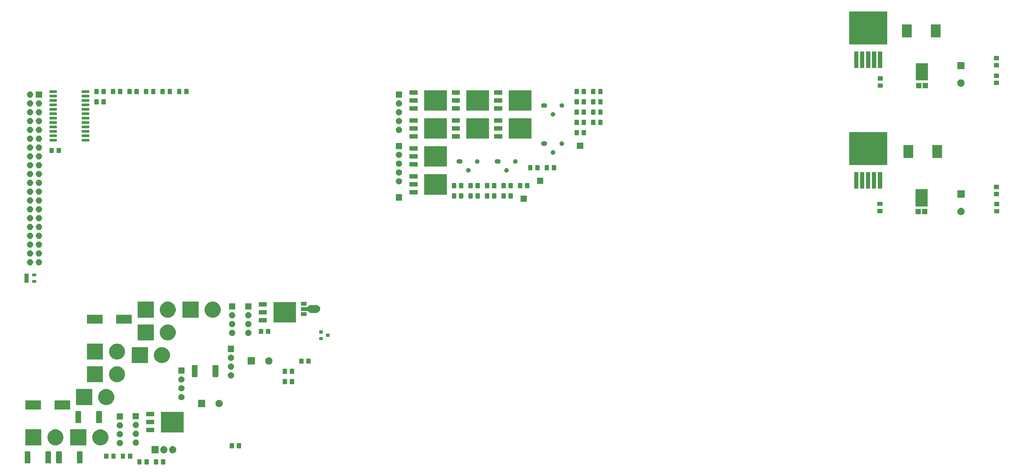
<source format=gbr>
G04 #@! TF.GenerationSoftware,KiCad,Pcbnew,(5.1.5)-3*
G04 #@! TF.CreationDate,2020-03-15T10:16:25+01:00*
G04 #@! TF.ProjectId,TFG_PCB,5446475f-5043-4422-9e6b-696361645f70,rev?*
G04 #@! TF.SameCoordinates,Original*
G04 #@! TF.FileFunction,Soldermask,Top*
G04 #@! TF.FilePolarity,Negative*
%FSLAX46Y46*%
G04 Gerber Fmt 4.6, Leading zero omitted, Abs format (unit mm)*
G04 Created by KiCad (PCBNEW (5.1.5)-3) date 2020-03-15 10:16:25*
%MOMM*%
%LPD*%
G04 APERTURE LIST*
%ADD10C,0.100000*%
G04 APERTURE END LIST*
D10*
G36*
X-129676325Y-167758466D02*
G01*
X-129638632Y-167769900D01*
X-129603896Y-167788467D01*
X-129573451Y-167813453D01*
X-129548465Y-167843898D01*
X-129529898Y-167878634D01*
X-129518464Y-167916327D01*
X-129513999Y-167961662D01*
X-129513999Y-169048340D01*
X-129518464Y-169093675D01*
X-129529898Y-169131368D01*
X-129548465Y-169166104D01*
X-129573451Y-169196549D01*
X-129603896Y-169221535D01*
X-129638632Y-169240102D01*
X-129676325Y-169251536D01*
X-129721660Y-169256001D01*
X-130558338Y-169256001D01*
X-130603673Y-169251536D01*
X-130641366Y-169240102D01*
X-130676102Y-169221535D01*
X-130706547Y-169196549D01*
X-130731533Y-169166104D01*
X-130750100Y-169131368D01*
X-130761534Y-169093675D01*
X-130765999Y-169048340D01*
X-130765999Y-167961662D01*
X-130761534Y-167916327D01*
X-130750100Y-167878634D01*
X-130731533Y-167843898D01*
X-130706547Y-167813453D01*
X-130676102Y-167788467D01*
X-130641366Y-167769900D01*
X-130603673Y-167758466D01*
X-130558338Y-167754001D01*
X-129721660Y-167754001D01*
X-129676325Y-167758466D01*
G37*
G36*
X-131726325Y-167758466D02*
G01*
X-131688632Y-167769900D01*
X-131653896Y-167788467D01*
X-131623451Y-167813453D01*
X-131598465Y-167843898D01*
X-131579898Y-167878634D01*
X-131568464Y-167916327D01*
X-131563999Y-167961662D01*
X-131563999Y-169048340D01*
X-131568464Y-169093675D01*
X-131579898Y-169131368D01*
X-131598465Y-169166104D01*
X-131623451Y-169196549D01*
X-131653896Y-169221535D01*
X-131688632Y-169240102D01*
X-131726325Y-169251536D01*
X-131771660Y-169256001D01*
X-132608338Y-169256001D01*
X-132653673Y-169251536D01*
X-132691366Y-169240102D01*
X-132726102Y-169221535D01*
X-132756547Y-169196549D01*
X-132781533Y-169166104D01*
X-132800100Y-169131368D01*
X-132811534Y-169093675D01*
X-132815999Y-169048340D01*
X-132815999Y-167961662D01*
X-132811534Y-167916327D01*
X-132800100Y-167878634D01*
X-132781533Y-167843898D01*
X-132756547Y-167813453D01*
X-132726102Y-167788467D01*
X-132691366Y-167769900D01*
X-132653673Y-167758466D01*
X-132608338Y-167754001D01*
X-131771660Y-167754001D01*
X-131726325Y-167758466D01*
G37*
G36*
X-136476325Y-167758466D02*
G01*
X-136438632Y-167769900D01*
X-136403896Y-167788467D01*
X-136373451Y-167813453D01*
X-136348465Y-167843898D01*
X-136329898Y-167878634D01*
X-136318464Y-167916327D01*
X-136313999Y-167961662D01*
X-136313999Y-169048340D01*
X-136318464Y-169093675D01*
X-136329898Y-169131368D01*
X-136348465Y-169166104D01*
X-136373451Y-169196549D01*
X-136403896Y-169221535D01*
X-136438632Y-169240102D01*
X-136476325Y-169251536D01*
X-136521660Y-169256001D01*
X-137358338Y-169256001D01*
X-137403673Y-169251536D01*
X-137441366Y-169240102D01*
X-137476102Y-169221535D01*
X-137506547Y-169196549D01*
X-137531533Y-169166104D01*
X-137550100Y-169131368D01*
X-137561534Y-169093675D01*
X-137565999Y-169048340D01*
X-137565999Y-167961662D01*
X-137561534Y-167916327D01*
X-137550100Y-167878634D01*
X-137531533Y-167843898D01*
X-137506547Y-167813453D01*
X-137476102Y-167788467D01*
X-137441366Y-167769900D01*
X-137403673Y-167758466D01*
X-137358338Y-167754001D01*
X-136521660Y-167754001D01*
X-136476325Y-167758466D01*
G37*
G36*
X-134426325Y-167758466D02*
G01*
X-134388632Y-167769900D01*
X-134353896Y-167788467D01*
X-134323451Y-167813453D01*
X-134298465Y-167843898D01*
X-134279898Y-167878634D01*
X-134268464Y-167916327D01*
X-134263999Y-167961662D01*
X-134263999Y-169048340D01*
X-134268464Y-169093675D01*
X-134279898Y-169131368D01*
X-134298465Y-169166104D01*
X-134323451Y-169196549D01*
X-134353896Y-169221535D01*
X-134388632Y-169240102D01*
X-134426325Y-169251536D01*
X-134471660Y-169256001D01*
X-135308338Y-169256001D01*
X-135353673Y-169251536D01*
X-135391366Y-169240102D01*
X-135426102Y-169221535D01*
X-135456547Y-169196549D01*
X-135481533Y-169166104D01*
X-135500100Y-169131368D01*
X-135511534Y-169093675D01*
X-135515999Y-169048340D01*
X-135515999Y-167961662D01*
X-135511534Y-167916327D01*
X-135500100Y-167878634D01*
X-135481533Y-167843898D01*
X-135456547Y-167813453D01*
X-135426102Y-167788467D01*
X-135391366Y-167769900D01*
X-135353673Y-167758466D01*
X-135308338Y-167754001D01*
X-134471660Y-167754001D01*
X-134426325Y-167758466D01*
G37*
G36*
X-162456179Y-165493104D02*
G01*
X-162422014Y-165503468D01*
X-162390535Y-165520294D01*
X-162362939Y-165542941D01*
X-162340292Y-165570537D01*
X-162323466Y-165602016D01*
X-162313102Y-165636181D01*
X-162308999Y-165677843D01*
X-162308999Y-168752159D01*
X-162313102Y-168793821D01*
X-162323466Y-168827986D01*
X-162340292Y-168859465D01*
X-162362939Y-168887061D01*
X-162390535Y-168909708D01*
X-162422014Y-168926534D01*
X-162456179Y-168936898D01*
X-162497841Y-168941001D01*
X-163747157Y-168941001D01*
X-163788819Y-168936898D01*
X-163822984Y-168926534D01*
X-163854463Y-168909708D01*
X-163882059Y-168887061D01*
X-163904706Y-168859465D01*
X-163921532Y-168827986D01*
X-163931896Y-168793821D01*
X-163935999Y-168752159D01*
X-163935999Y-165677843D01*
X-163931896Y-165636181D01*
X-163921532Y-165602016D01*
X-163904706Y-165570537D01*
X-163882059Y-165542941D01*
X-163854463Y-165520294D01*
X-163822984Y-165503468D01*
X-163788819Y-165493104D01*
X-163747157Y-165489001D01*
X-162497841Y-165489001D01*
X-162456179Y-165493104D01*
G37*
G36*
X-168431179Y-165493104D02*
G01*
X-168397014Y-165503468D01*
X-168365535Y-165520294D01*
X-168337939Y-165542941D01*
X-168315292Y-165570537D01*
X-168298466Y-165602016D01*
X-168288102Y-165636181D01*
X-168283999Y-165677843D01*
X-168283999Y-168752159D01*
X-168288102Y-168793821D01*
X-168298466Y-168827986D01*
X-168315292Y-168859465D01*
X-168337939Y-168887061D01*
X-168365535Y-168909708D01*
X-168397014Y-168926534D01*
X-168431179Y-168936898D01*
X-168472841Y-168941001D01*
X-169722157Y-168941001D01*
X-169763819Y-168936898D01*
X-169797984Y-168926534D01*
X-169829463Y-168909708D01*
X-169857059Y-168887061D01*
X-169879706Y-168859465D01*
X-169896532Y-168827986D01*
X-169906896Y-168793821D01*
X-169910999Y-168752159D01*
X-169910999Y-165677843D01*
X-169906896Y-165636181D01*
X-169896532Y-165602016D01*
X-169879706Y-165570537D01*
X-169857059Y-165542941D01*
X-169829463Y-165520294D01*
X-169797984Y-165503468D01*
X-169763819Y-165493104D01*
X-169722157Y-165489001D01*
X-168472841Y-165489001D01*
X-168431179Y-165493104D01*
G37*
G36*
X-159386179Y-165443104D02*
G01*
X-159352014Y-165453468D01*
X-159320535Y-165470294D01*
X-159292939Y-165492941D01*
X-159270292Y-165520537D01*
X-159253466Y-165552016D01*
X-159243102Y-165586181D01*
X-159238999Y-165627843D01*
X-159238999Y-168702159D01*
X-159243102Y-168743821D01*
X-159253466Y-168777986D01*
X-159270292Y-168809465D01*
X-159292939Y-168837061D01*
X-159320535Y-168859708D01*
X-159352014Y-168876534D01*
X-159386179Y-168886898D01*
X-159427841Y-168891001D01*
X-160677157Y-168891001D01*
X-160718819Y-168886898D01*
X-160752984Y-168876534D01*
X-160784463Y-168859708D01*
X-160812059Y-168837061D01*
X-160834706Y-168809465D01*
X-160851532Y-168777986D01*
X-160861896Y-168743821D01*
X-160865999Y-168702159D01*
X-160865999Y-165627843D01*
X-160861896Y-165586181D01*
X-160851532Y-165552016D01*
X-160834706Y-165520537D01*
X-160812059Y-165492941D01*
X-160784463Y-165470294D01*
X-160752984Y-165453468D01*
X-160718819Y-165443104D01*
X-160677157Y-165439001D01*
X-159427841Y-165439001D01*
X-159386179Y-165443104D01*
G37*
G36*
X-153411179Y-165443104D02*
G01*
X-153377014Y-165453468D01*
X-153345535Y-165470294D01*
X-153317939Y-165492941D01*
X-153295292Y-165520537D01*
X-153278466Y-165552016D01*
X-153268102Y-165586181D01*
X-153263999Y-165627843D01*
X-153263999Y-168702159D01*
X-153268102Y-168743821D01*
X-153278466Y-168777986D01*
X-153295292Y-168809465D01*
X-153317939Y-168837061D01*
X-153345535Y-168859708D01*
X-153377014Y-168876534D01*
X-153411179Y-168886898D01*
X-153452841Y-168891001D01*
X-154702157Y-168891001D01*
X-154743819Y-168886898D01*
X-154777984Y-168876534D01*
X-154809463Y-168859708D01*
X-154837059Y-168837061D01*
X-154859706Y-168809465D01*
X-154876532Y-168777986D01*
X-154886896Y-168743821D01*
X-154890999Y-168702159D01*
X-154890999Y-165627843D01*
X-154886896Y-165586181D01*
X-154876532Y-165552016D01*
X-154859706Y-165520537D01*
X-154837059Y-165492941D01*
X-154809463Y-165470294D01*
X-154777984Y-165453468D01*
X-154743819Y-165443104D01*
X-154702157Y-165439001D01*
X-153452841Y-165439001D01*
X-153411179Y-165443104D01*
G37*
G36*
X-141226325Y-166098466D02*
G01*
X-141188632Y-166109900D01*
X-141153896Y-166128467D01*
X-141123451Y-166153453D01*
X-141098465Y-166183898D01*
X-141079898Y-166218634D01*
X-141068464Y-166256327D01*
X-141063999Y-166301662D01*
X-141063999Y-167388340D01*
X-141068464Y-167433675D01*
X-141079898Y-167471368D01*
X-141098465Y-167506104D01*
X-141123451Y-167536549D01*
X-141153896Y-167561535D01*
X-141188632Y-167580102D01*
X-141226325Y-167591536D01*
X-141271660Y-167596001D01*
X-142108338Y-167596001D01*
X-142153673Y-167591536D01*
X-142191366Y-167580102D01*
X-142226102Y-167561535D01*
X-142256547Y-167536549D01*
X-142281533Y-167506104D01*
X-142300100Y-167471368D01*
X-142311534Y-167433675D01*
X-142315999Y-167388340D01*
X-142315999Y-166301662D01*
X-142311534Y-166256327D01*
X-142300100Y-166218634D01*
X-142281533Y-166183898D01*
X-142256547Y-166153453D01*
X-142226102Y-166128467D01*
X-142191366Y-166109900D01*
X-142153673Y-166098466D01*
X-142108338Y-166094001D01*
X-141271660Y-166094001D01*
X-141226325Y-166098466D01*
G37*
G36*
X-143926325Y-166098466D02*
G01*
X-143888632Y-166109900D01*
X-143853896Y-166128467D01*
X-143823451Y-166153453D01*
X-143798465Y-166183898D01*
X-143779898Y-166218634D01*
X-143768464Y-166256327D01*
X-143763999Y-166301662D01*
X-143763999Y-167388340D01*
X-143768464Y-167433675D01*
X-143779898Y-167471368D01*
X-143798465Y-167506104D01*
X-143823451Y-167536549D01*
X-143853896Y-167561535D01*
X-143888632Y-167580102D01*
X-143926325Y-167591536D01*
X-143971660Y-167596001D01*
X-144808338Y-167596001D01*
X-144853673Y-167591536D01*
X-144891366Y-167580102D01*
X-144926102Y-167561535D01*
X-144956547Y-167536549D01*
X-144981533Y-167506104D01*
X-145000100Y-167471368D01*
X-145011534Y-167433675D01*
X-145015999Y-167388340D01*
X-145015999Y-166301662D01*
X-145011534Y-166256327D01*
X-145000100Y-166218634D01*
X-144981533Y-166183898D01*
X-144956547Y-166153453D01*
X-144926102Y-166128467D01*
X-144891366Y-166109900D01*
X-144853673Y-166098466D01*
X-144808338Y-166094001D01*
X-143971660Y-166094001D01*
X-143926325Y-166098466D01*
G37*
G36*
X-145976325Y-166098466D02*
G01*
X-145938632Y-166109900D01*
X-145903896Y-166128467D01*
X-145873451Y-166153453D01*
X-145848465Y-166183898D01*
X-145829898Y-166218634D01*
X-145818464Y-166256327D01*
X-145813999Y-166301662D01*
X-145813999Y-167388340D01*
X-145818464Y-167433675D01*
X-145829898Y-167471368D01*
X-145848465Y-167506104D01*
X-145873451Y-167536549D01*
X-145903896Y-167561535D01*
X-145938632Y-167580102D01*
X-145976325Y-167591536D01*
X-146021660Y-167596001D01*
X-146858338Y-167596001D01*
X-146903673Y-167591536D01*
X-146941366Y-167580102D01*
X-146976102Y-167561535D01*
X-147006547Y-167536549D01*
X-147031533Y-167506104D01*
X-147050100Y-167471368D01*
X-147061534Y-167433675D01*
X-147065999Y-167388340D01*
X-147065999Y-166301662D01*
X-147061534Y-166256327D01*
X-147050100Y-166218634D01*
X-147031533Y-166183898D01*
X-147006547Y-166153453D01*
X-146976102Y-166128467D01*
X-146941366Y-166109900D01*
X-146903673Y-166098466D01*
X-146858338Y-166094001D01*
X-146021660Y-166094001D01*
X-145976325Y-166098466D01*
G37*
G36*
X-139176325Y-166098466D02*
G01*
X-139138632Y-166109900D01*
X-139103896Y-166128467D01*
X-139073451Y-166153453D01*
X-139048465Y-166183898D01*
X-139029898Y-166218634D01*
X-139018464Y-166256327D01*
X-139013999Y-166301662D01*
X-139013999Y-167388340D01*
X-139018464Y-167433675D01*
X-139029898Y-167471368D01*
X-139048465Y-167506104D01*
X-139073451Y-167536549D01*
X-139103896Y-167561535D01*
X-139138632Y-167580102D01*
X-139176325Y-167591536D01*
X-139221660Y-167596001D01*
X-140058338Y-167596001D01*
X-140103673Y-167591536D01*
X-140141366Y-167580102D01*
X-140176102Y-167561535D01*
X-140206547Y-167536549D01*
X-140231533Y-167506104D01*
X-140250100Y-167471368D01*
X-140261534Y-167433675D01*
X-140265999Y-167388340D01*
X-140265999Y-166301662D01*
X-140261534Y-166256327D01*
X-140250100Y-166218634D01*
X-140231533Y-166183898D01*
X-140206547Y-166153453D01*
X-140176102Y-166128467D01*
X-140141366Y-166109900D01*
X-140103673Y-166098466D01*
X-140058338Y-166094001D01*
X-139221660Y-166094001D01*
X-139176325Y-166098466D01*
G37*
G36*
X-129728280Y-163958521D02*
G01*
X-129539119Y-164015902D01*
X-129539116Y-164015903D01*
X-129446666Y-164065319D01*
X-129364787Y-164109084D01*
X-129211984Y-164234486D01*
X-129086582Y-164387289D01*
X-128993400Y-164561620D01*
X-128936019Y-164750781D01*
X-128921499Y-164898207D01*
X-128921499Y-165091794D01*
X-128936019Y-165239220D01*
X-128993400Y-165428381D01*
X-128993401Y-165428384D01*
X-129025802Y-165489001D01*
X-129086582Y-165602713D01*
X-129211984Y-165755516D01*
X-129364787Y-165880918D01*
X-129539118Y-165974100D01*
X-129728279Y-166031481D01*
X-129924999Y-166050856D01*
X-130121718Y-166031481D01*
X-130310879Y-165974100D01*
X-130485211Y-165880918D01*
X-130638014Y-165755516D01*
X-130763416Y-165602713D01*
X-130856598Y-165428382D01*
X-130913979Y-165239221D01*
X-130928499Y-165091795D01*
X-130928499Y-164898208D01*
X-130913979Y-164750782D01*
X-130856598Y-164561621D01*
X-130856597Y-164561618D01*
X-130790513Y-164437984D01*
X-130763416Y-164387289D01*
X-130638014Y-164234486D01*
X-130485211Y-164109084D01*
X-130310880Y-164015902D01*
X-130121719Y-163958521D01*
X-129924999Y-163939146D01*
X-129728280Y-163958521D01*
G37*
G36*
X-127188280Y-163958521D02*
G01*
X-126999119Y-164015902D01*
X-126999116Y-164015903D01*
X-126906666Y-164065319D01*
X-126824787Y-164109084D01*
X-126671984Y-164234486D01*
X-126546582Y-164387289D01*
X-126453400Y-164561620D01*
X-126396019Y-164750781D01*
X-126381499Y-164898207D01*
X-126381499Y-165091794D01*
X-126396019Y-165239220D01*
X-126453400Y-165428381D01*
X-126453401Y-165428384D01*
X-126485802Y-165489001D01*
X-126546582Y-165602713D01*
X-126671984Y-165755516D01*
X-126824787Y-165880918D01*
X-126999118Y-165974100D01*
X-127188279Y-166031481D01*
X-127384999Y-166050856D01*
X-127581718Y-166031481D01*
X-127770879Y-165974100D01*
X-127945211Y-165880918D01*
X-128098014Y-165755516D01*
X-128223416Y-165602713D01*
X-128316598Y-165428382D01*
X-128373979Y-165239221D01*
X-128388499Y-165091795D01*
X-128388499Y-164898208D01*
X-128373979Y-164750782D01*
X-128316598Y-164561621D01*
X-128316597Y-164561618D01*
X-128250513Y-164437984D01*
X-128223416Y-164387289D01*
X-128098014Y-164234486D01*
X-127945211Y-164109084D01*
X-127770880Y-164015902D01*
X-127581719Y-163958521D01*
X-127384999Y-163939146D01*
X-127188280Y-163958521D01*
G37*
G36*
X-131461499Y-166046001D02*
G01*
X-133468499Y-166046001D01*
X-133468499Y-163944001D01*
X-131461499Y-163944001D01*
X-131461499Y-166046001D01*
G37*
G36*
X-109926325Y-163108466D02*
G01*
X-109888632Y-163119900D01*
X-109853896Y-163138467D01*
X-109823451Y-163163453D01*
X-109798465Y-163193898D01*
X-109779898Y-163228634D01*
X-109768464Y-163266327D01*
X-109763999Y-163311662D01*
X-109763999Y-164398340D01*
X-109768464Y-164443675D01*
X-109779898Y-164481368D01*
X-109798465Y-164516104D01*
X-109823451Y-164546549D01*
X-109853896Y-164571535D01*
X-109888632Y-164590102D01*
X-109926325Y-164601536D01*
X-109971660Y-164606001D01*
X-110808338Y-164606001D01*
X-110853673Y-164601536D01*
X-110891366Y-164590102D01*
X-110926102Y-164571535D01*
X-110956547Y-164546549D01*
X-110981533Y-164516104D01*
X-111000100Y-164481368D01*
X-111011534Y-164443675D01*
X-111015999Y-164398340D01*
X-111015999Y-163311662D01*
X-111011534Y-163266327D01*
X-111000100Y-163228634D01*
X-110981533Y-163193898D01*
X-110956547Y-163163453D01*
X-110926102Y-163138467D01*
X-110891366Y-163119900D01*
X-110853673Y-163108466D01*
X-110808338Y-163104001D01*
X-109971660Y-163104001D01*
X-109926325Y-163108466D01*
G37*
G36*
X-107876325Y-163108466D02*
G01*
X-107838632Y-163119900D01*
X-107803896Y-163138467D01*
X-107773451Y-163163453D01*
X-107748465Y-163193898D01*
X-107729898Y-163228634D01*
X-107718464Y-163266327D01*
X-107713999Y-163311662D01*
X-107713999Y-164398340D01*
X-107718464Y-164443675D01*
X-107729898Y-164481368D01*
X-107748465Y-164516104D01*
X-107773451Y-164546549D01*
X-107803896Y-164571535D01*
X-107838632Y-164590102D01*
X-107876325Y-164601536D01*
X-107921660Y-164606001D01*
X-108758338Y-164606001D01*
X-108803673Y-164601536D01*
X-108841366Y-164590102D01*
X-108876102Y-164571535D01*
X-108906547Y-164546549D01*
X-108931533Y-164516104D01*
X-108950100Y-164481368D01*
X-108961534Y-164443675D01*
X-108965999Y-164398340D01*
X-108965999Y-163311662D01*
X-108961534Y-163266327D01*
X-108950100Y-163228634D01*
X-108931533Y-163193898D01*
X-108906547Y-163163453D01*
X-108876102Y-163138467D01*
X-108841366Y-163119900D01*
X-108803673Y-163108466D01*
X-108758338Y-163104001D01*
X-107921660Y-163104001D01*
X-107876325Y-163108466D01*
G37*
G36*
X-142473468Y-162166545D02*
G01*
X-142312187Y-162198625D01*
X-142148215Y-162266545D01*
X-142000645Y-162365148D01*
X-141875146Y-162490647D01*
X-141776543Y-162638217D01*
X-141708623Y-162802189D01*
X-141686764Y-162912084D01*
X-141673999Y-162976259D01*
X-141673999Y-163153743D01*
X-141678926Y-163178513D01*
X-141708623Y-163327813D01*
X-141776543Y-163491785D01*
X-141875146Y-163639355D01*
X-142000645Y-163764854D01*
X-142148215Y-163863457D01*
X-142312187Y-163931377D01*
X-142448653Y-163958521D01*
X-142486257Y-163966001D01*
X-142663741Y-163966001D01*
X-142701345Y-163958521D01*
X-142837811Y-163931377D01*
X-143001783Y-163863457D01*
X-143149353Y-163764854D01*
X-143274852Y-163639355D01*
X-143373455Y-163491785D01*
X-143441375Y-163327813D01*
X-143471072Y-163178513D01*
X-143475999Y-163153743D01*
X-143475999Y-162976259D01*
X-143463234Y-162912084D01*
X-143441375Y-162802189D01*
X-143373455Y-162638217D01*
X-143274852Y-162490647D01*
X-143149353Y-162365148D01*
X-143001783Y-162266545D01*
X-142837811Y-162198625D01*
X-142676530Y-162166545D01*
X-142663741Y-162164001D01*
X-142486257Y-162164001D01*
X-142473468Y-162166545D01*
G37*
G36*
X-137861487Y-162068928D02*
G01*
X-137712187Y-162098625D01*
X-137548215Y-162166545D01*
X-137400645Y-162265148D01*
X-137275146Y-162390647D01*
X-137176543Y-162538217D01*
X-137108623Y-162702189D01*
X-137073999Y-162876260D01*
X-137073999Y-163053742D01*
X-137108623Y-163227813D01*
X-137176543Y-163391785D01*
X-137275146Y-163539355D01*
X-137400645Y-163664854D01*
X-137548215Y-163763457D01*
X-137712187Y-163831377D01*
X-137861487Y-163861074D01*
X-137886257Y-163866001D01*
X-138063741Y-163866001D01*
X-138088511Y-163861074D01*
X-138237811Y-163831377D01*
X-138401783Y-163763457D01*
X-138549353Y-163664854D01*
X-138674852Y-163539355D01*
X-138773455Y-163391785D01*
X-138841375Y-163227813D01*
X-138875999Y-163053742D01*
X-138875999Y-162876260D01*
X-138841375Y-162702189D01*
X-138773455Y-162538217D01*
X-138674852Y-162390647D01*
X-138549353Y-162265148D01*
X-138401783Y-162166545D01*
X-138237811Y-162098625D01*
X-138088511Y-162068928D01*
X-138063741Y-162064001D01*
X-137886257Y-162064001D01*
X-137861487Y-162068928D01*
G37*
G36*
X-165103559Y-163746441D02*
G01*
X-169706439Y-163746441D01*
X-169706439Y-159143561D01*
X-165103559Y-159143561D01*
X-165103559Y-163746441D01*
G37*
G36*
X-160383695Y-159232003D02*
G01*
X-159964860Y-159405490D01*
X-159964858Y-159405491D01*
X-159787496Y-159524001D01*
X-159587917Y-159657355D01*
X-159267353Y-159977919D01*
X-159015488Y-160354862D01*
X-158842001Y-160773697D01*
X-158753559Y-161218328D01*
X-158753559Y-161671674D01*
X-158842001Y-162116305D01*
X-159015488Y-162535140D01*
X-159267353Y-162912083D01*
X-159587917Y-163232647D01*
X-159723254Y-163323076D01*
X-159964858Y-163484511D01*
X-159964859Y-163484512D01*
X-159964860Y-163484512D01*
X-160383695Y-163657999D01*
X-160828326Y-163746441D01*
X-161281672Y-163746441D01*
X-161726303Y-163657999D01*
X-162145138Y-163484512D01*
X-162145139Y-163484512D01*
X-162145140Y-163484511D01*
X-162386744Y-163323076D01*
X-162522081Y-163232647D01*
X-162842645Y-162912083D01*
X-163094510Y-162535140D01*
X-163267997Y-162116305D01*
X-163356439Y-161671674D01*
X-163356439Y-161218328D01*
X-163267997Y-160773697D01*
X-163094510Y-160354862D01*
X-162842645Y-159977919D01*
X-162522081Y-159657355D01*
X-162322502Y-159524001D01*
X-162145140Y-159405491D01*
X-162145138Y-159405490D01*
X-161726303Y-159232003D01*
X-161281672Y-159143561D01*
X-160828326Y-159143561D01*
X-160383695Y-159232003D01*
G37*
G36*
X-147493695Y-159232003D02*
G01*
X-147074860Y-159405490D01*
X-147074858Y-159405491D01*
X-146897496Y-159524001D01*
X-146697917Y-159657355D01*
X-146377353Y-159977919D01*
X-146125488Y-160354862D01*
X-145952001Y-160773697D01*
X-145863559Y-161218328D01*
X-145863559Y-161671674D01*
X-145952001Y-162116305D01*
X-146125488Y-162535140D01*
X-146377353Y-162912083D01*
X-146697917Y-163232647D01*
X-146833254Y-163323076D01*
X-147074858Y-163484511D01*
X-147074859Y-163484512D01*
X-147074860Y-163484512D01*
X-147493695Y-163657999D01*
X-147938326Y-163746441D01*
X-148391672Y-163746441D01*
X-148836303Y-163657999D01*
X-149255138Y-163484512D01*
X-149255139Y-163484512D01*
X-149255140Y-163484511D01*
X-149496744Y-163323076D01*
X-149632081Y-163232647D01*
X-149952645Y-162912083D01*
X-150204510Y-162535140D01*
X-150377997Y-162116305D01*
X-150466439Y-161671674D01*
X-150466439Y-161218328D01*
X-150377997Y-160773697D01*
X-150204510Y-160354862D01*
X-149952645Y-159977919D01*
X-149632081Y-159657355D01*
X-149432502Y-159524001D01*
X-149255140Y-159405491D01*
X-149255138Y-159405490D01*
X-148836303Y-159232003D01*
X-148391672Y-159143561D01*
X-147938326Y-159143561D01*
X-147493695Y-159232003D01*
G37*
G36*
X-152213559Y-163746441D02*
G01*
X-156816439Y-163746441D01*
X-156816439Y-159143561D01*
X-152213559Y-159143561D01*
X-152213559Y-163746441D01*
G37*
G36*
X-142473468Y-159626545D02*
G01*
X-142312187Y-159658625D01*
X-142148215Y-159726545D01*
X-142000645Y-159825148D01*
X-141875146Y-159950647D01*
X-141776543Y-160098217D01*
X-141708623Y-160262189D01*
X-141673999Y-160436260D01*
X-141673999Y-160613742D01*
X-141708623Y-160787813D01*
X-141776543Y-160951785D01*
X-141875146Y-161099355D01*
X-142000645Y-161224854D01*
X-142148215Y-161323457D01*
X-142312187Y-161391377D01*
X-142461487Y-161421074D01*
X-142486257Y-161426001D01*
X-142663741Y-161426001D01*
X-142688511Y-161421074D01*
X-142837811Y-161391377D01*
X-143001783Y-161323457D01*
X-143149353Y-161224854D01*
X-143274852Y-161099355D01*
X-143373455Y-160951785D01*
X-143441375Y-160787813D01*
X-143475999Y-160613742D01*
X-143475999Y-160436260D01*
X-143441375Y-160262189D01*
X-143373455Y-160098217D01*
X-143274852Y-159950647D01*
X-143149353Y-159825148D01*
X-143001783Y-159726545D01*
X-142837811Y-159658625D01*
X-142676530Y-159626545D01*
X-142663741Y-159624001D01*
X-142486257Y-159624001D01*
X-142473468Y-159626545D01*
G37*
G36*
X-137861487Y-159528928D02*
G01*
X-137712187Y-159558625D01*
X-137548215Y-159626545D01*
X-137400645Y-159725148D01*
X-137275146Y-159850647D01*
X-137176543Y-159998217D01*
X-137108623Y-160162189D01*
X-137073999Y-160336260D01*
X-137073999Y-160513742D01*
X-137108623Y-160687813D01*
X-137176543Y-160851785D01*
X-137275146Y-160999355D01*
X-137400645Y-161124854D01*
X-137548215Y-161223457D01*
X-137712187Y-161291377D01*
X-137861487Y-161321074D01*
X-137886257Y-161326001D01*
X-138063741Y-161326001D01*
X-138088511Y-161321074D01*
X-138237811Y-161291377D01*
X-138401783Y-161223457D01*
X-138549353Y-161124854D01*
X-138674852Y-160999355D01*
X-138773455Y-160851785D01*
X-138841375Y-160687813D01*
X-138875999Y-160513742D01*
X-138875999Y-160336260D01*
X-138841375Y-160162189D01*
X-138773455Y-159998217D01*
X-138674852Y-159850647D01*
X-138549353Y-159725148D01*
X-138401783Y-159626545D01*
X-138237811Y-159558625D01*
X-138088511Y-159528928D01*
X-138063741Y-159524001D01*
X-137886257Y-159524001D01*
X-137861487Y-159528928D01*
G37*
G36*
X-124273999Y-159996001D02*
G01*
X-130775999Y-159996001D01*
X-130775999Y-154094001D01*
X-124273999Y-154094001D01*
X-124273999Y-159996001D01*
G37*
G36*
X-132673999Y-159976001D02*
G01*
X-134975999Y-159976001D01*
X-134975999Y-158674001D01*
X-132673999Y-158674001D01*
X-132673999Y-159976001D01*
G37*
G36*
X-142473468Y-157086545D02*
G01*
X-142312187Y-157118625D01*
X-142148215Y-157186545D01*
X-142000645Y-157285148D01*
X-141875146Y-157410647D01*
X-141776543Y-157558217D01*
X-141708623Y-157722189D01*
X-141673999Y-157896260D01*
X-141673999Y-158073742D01*
X-141708623Y-158247813D01*
X-141776543Y-158411785D01*
X-141875146Y-158559355D01*
X-142000645Y-158684854D01*
X-142148215Y-158783457D01*
X-142312187Y-158851377D01*
X-142461487Y-158881074D01*
X-142486257Y-158886001D01*
X-142663741Y-158886001D01*
X-142688511Y-158881074D01*
X-142837811Y-158851377D01*
X-143001783Y-158783457D01*
X-143149353Y-158684854D01*
X-143274852Y-158559355D01*
X-143373455Y-158411785D01*
X-143441375Y-158247813D01*
X-143475999Y-158073742D01*
X-143475999Y-157896260D01*
X-143441375Y-157722189D01*
X-143373455Y-157558217D01*
X-143274852Y-157410647D01*
X-143149353Y-157285148D01*
X-143001783Y-157186545D01*
X-142837811Y-157118625D01*
X-142676530Y-157086545D01*
X-142663741Y-157084001D01*
X-142486257Y-157084001D01*
X-142473468Y-157086545D01*
G37*
G36*
X-137861487Y-156988928D02*
G01*
X-137712187Y-157018625D01*
X-137548215Y-157086545D01*
X-137400645Y-157185148D01*
X-137275146Y-157310647D01*
X-137176543Y-157458217D01*
X-137108623Y-157622189D01*
X-137073999Y-157796260D01*
X-137073999Y-157973742D01*
X-137108623Y-158147813D01*
X-137176543Y-158311785D01*
X-137275146Y-158459355D01*
X-137400645Y-158584854D01*
X-137548215Y-158683457D01*
X-137712187Y-158751377D01*
X-137861487Y-158781074D01*
X-137886257Y-158786001D01*
X-138063741Y-158786001D01*
X-138088511Y-158781074D01*
X-138237811Y-158751377D01*
X-138401783Y-158683457D01*
X-138549353Y-158584854D01*
X-138674852Y-158459355D01*
X-138773455Y-158311785D01*
X-138841375Y-158147813D01*
X-138875999Y-157973742D01*
X-138875999Y-157796260D01*
X-138841375Y-157622189D01*
X-138773455Y-157458217D01*
X-138674852Y-157310647D01*
X-138549353Y-157185148D01*
X-138401783Y-157086545D01*
X-138237811Y-157018625D01*
X-138088511Y-156988928D01*
X-138063741Y-156984001D01*
X-137886257Y-156984001D01*
X-137861487Y-156988928D01*
G37*
G36*
X-132673999Y-157696001D02*
G01*
X-134975999Y-157696001D01*
X-134975999Y-156394001D01*
X-132673999Y-156394001D01*
X-132673999Y-157696001D01*
G37*
G36*
X-153851179Y-153893104D02*
G01*
X-153817014Y-153903468D01*
X-153785535Y-153920294D01*
X-153757939Y-153942941D01*
X-153735292Y-153970537D01*
X-153718466Y-154002016D01*
X-153708102Y-154036181D01*
X-153703999Y-154077843D01*
X-153703999Y-157152159D01*
X-153708102Y-157193821D01*
X-153718466Y-157227986D01*
X-153735292Y-157259465D01*
X-153757939Y-157287061D01*
X-153785535Y-157309708D01*
X-153817014Y-157326534D01*
X-153851179Y-157336898D01*
X-153892841Y-157341001D01*
X-155142157Y-157341001D01*
X-155183819Y-157336898D01*
X-155217984Y-157326534D01*
X-155249463Y-157309708D01*
X-155277059Y-157287061D01*
X-155299706Y-157259465D01*
X-155316532Y-157227986D01*
X-155326896Y-157193821D01*
X-155330999Y-157152159D01*
X-155330999Y-154077843D01*
X-155326896Y-154036181D01*
X-155316532Y-154002016D01*
X-155299706Y-153970537D01*
X-155277059Y-153942941D01*
X-155249463Y-153920294D01*
X-155217984Y-153903468D01*
X-155183819Y-153893104D01*
X-155142157Y-153889001D01*
X-153892841Y-153889001D01*
X-153851179Y-153893104D01*
G37*
G36*
X-147876179Y-153893104D02*
G01*
X-147842014Y-153903468D01*
X-147810535Y-153920294D01*
X-147782939Y-153942941D01*
X-147760292Y-153970537D01*
X-147743466Y-154002016D01*
X-147733102Y-154036181D01*
X-147728999Y-154077843D01*
X-147728999Y-157152159D01*
X-147733102Y-157193821D01*
X-147743466Y-157227986D01*
X-147760292Y-157259465D01*
X-147782939Y-157287061D01*
X-147810535Y-157309708D01*
X-147842014Y-157326534D01*
X-147876179Y-157336898D01*
X-147917841Y-157341001D01*
X-149167157Y-157341001D01*
X-149208819Y-157336898D01*
X-149242984Y-157326534D01*
X-149274463Y-157309708D01*
X-149302059Y-157287061D01*
X-149324706Y-157259465D01*
X-149341532Y-157227986D01*
X-149351896Y-157193821D01*
X-149355999Y-157152159D01*
X-149355999Y-154077843D01*
X-149351896Y-154036181D01*
X-149341532Y-154002016D01*
X-149324706Y-153970537D01*
X-149302059Y-153942941D01*
X-149274463Y-153920294D01*
X-149242984Y-153903468D01*
X-149208819Y-153893104D01*
X-149167157Y-153889001D01*
X-147917841Y-153889001D01*
X-147876179Y-153893104D01*
G37*
G36*
X-141673999Y-156346001D02*
G01*
X-143475999Y-156346001D01*
X-143475999Y-154544001D01*
X-141673999Y-154544001D01*
X-141673999Y-156346001D01*
G37*
G36*
X-137073999Y-156246001D02*
G01*
X-138875999Y-156246001D01*
X-138875999Y-154444001D01*
X-137073999Y-154444001D01*
X-137073999Y-156246001D01*
G37*
G36*
X-132673999Y-155416001D02*
G01*
X-134975999Y-155416001D01*
X-134975999Y-154114001D01*
X-132673999Y-154114001D01*
X-132673999Y-155416001D01*
G37*
G36*
X-156948065Y-150847672D02*
G01*
X-156918122Y-150856755D01*
X-156890534Y-150871501D01*
X-156866348Y-150891350D01*
X-156846499Y-150915536D01*
X-156831753Y-150943124D01*
X-156822670Y-150973067D01*
X-156818999Y-151010341D01*
X-156818999Y-153279661D01*
X-156822670Y-153316935D01*
X-156831753Y-153346878D01*
X-156846499Y-153374466D01*
X-156866348Y-153398652D01*
X-156890534Y-153418501D01*
X-156918122Y-153433247D01*
X-156948065Y-153442330D01*
X-156985339Y-153446001D01*
X-161154659Y-153446001D01*
X-161191933Y-153442330D01*
X-161221876Y-153433247D01*
X-161249464Y-153418501D01*
X-161273650Y-153398652D01*
X-161293499Y-153374466D01*
X-161308245Y-153346878D01*
X-161317328Y-153316935D01*
X-161320999Y-153279661D01*
X-161320999Y-151010341D01*
X-161317328Y-150973067D01*
X-161308245Y-150943124D01*
X-161293499Y-150915536D01*
X-161273650Y-150891350D01*
X-161249464Y-150871501D01*
X-161221876Y-150856755D01*
X-161191933Y-150847672D01*
X-161154659Y-150844001D01*
X-156985339Y-150844001D01*
X-156948065Y-150847672D01*
G37*
G36*
X-165348065Y-150847672D02*
G01*
X-165318122Y-150856755D01*
X-165290534Y-150871501D01*
X-165266348Y-150891350D01*
X-165246499Y-150915536D01*
X-165231753Y-150943124D01*
X-165222670Y-150973067D01*
X-165218999Y-151010341D01*
X-165218999Y-153279661D01*
X-165222670Y-153316935D01*
X-165231753Y-153346878D01*
X-165246499Y-153374466D01*
X-165266348Y-153398652D01*
X-165290534Y-153418501D01*
X-165318122Y-153433247D01*
X-165348065Y-153442330D01*
X-165385339Y-153446001D01*
X-169554659Y-153446001D01*
X-169591933Y-153442330D01*
X-169621876Y-153433247D01*
X-169649464Y-153418501D01*
X-169673650Y-153398652D01*
X-169693499Y-153374466D01*
X-169708245Y-153346878D01*
X-169717328Y-153316935D01*
X-169720999Y-153279661D01*
X-169720999Y-151010341D01*
X-169717328Y-150973067D01*
X-169708245Y-150943124D01*
X-169693499Y-150915536D01*
X-169673650Y-150891350D01*
X-169649464Y-150871501D01*
X-169621876Y-150856755D01*
X-169591933Y-150847672D01*
X-169554659Y-150844001D01*
X-165385339Y-150844001D01*
X-165348065Y-150847672D01*
G37*
G36*
X-113763789Y-150684390D02*
G01*
X-113572520Y-150763616D01*
X-113572518Y-150763617D01*
X-113452215Y-150844001D01*
X-113400380Y-150878636D01*
X-113253988Y-151025028D01*
X-113138968Y-151197168D01*
X-113059742Y-151388437D01*
X-113019353Y-151591485D01*
X-113019353Y-151798517D01*
X-113059742Y-152001565D01*
X-113138968Y-152192834D01*
X-113138969Y-152192836D01*
X-113253988Y-152364974D01*
X-113400380Y-152511366D01*
X-113572518Y-152626385D01*
X-113572519Y-152626386D01*
X-113572520Y-152626386D01*
X-113763789Y-152705612D01*
X-113966837Y-152746001D01*
X-114173869Y-152746001D01*
X-114376917Y-152705612D01*
X-114568186Y-152626386D01*
X-114568187Y-152626386D01*
X-114568188Y-152626385D01*
X-114740326Y-152511366D01*
X-114886718Y-152364974D01*
X-115001737Y-152192836D01*
X-115001738Y-152192834D01*
X-115080964Y-152001565D01*
X-115121353Y-151798517D01*
X-115121353Y-151591485D01*
X-115080964Y-151388437D01*
X-115001738Y-151197168D01*
X-114886718Y-151025028D01*
X-114740326Y-150878636D01*
X-114688491Y-150844001D01*
X-114568188Y-150763617D01*
X-114568186Y-150763616D01*
X-114376917Y-150684390D01*
X-114173869Y-150644001D01*
X-113966837Y-150644001D01*
X-113763789Y-150684390D01*
G37*
G36*
X-118019353Y-152746001D02*
G01*
X-120121353Y-152746001D01*
X-120121353Y-150644001D01*
X-118019353Y-150644001D01*
X-118019353Y-152746001D01*
G37*
G36*
X-145803695Y-147632003D02*
G01*
X-145384860Y-147805490D01*
X-145384858Y-147805491D01*
X-145244382Y-147899354D01*
X-145007917Y-148057355D01*
X-144687353Y-148377919D01*
X-144435488Y-148754862D01*
X-144262001Y-149173697D01*
X-144173559Y-149618328D01*
X-144173559Y-150071674D01*
X-144262001Y-150516305D01*
X-144415901Y-150887853D01*
X-144435489Y-150935142D01*
X-144687354Y-151312084D01*
X-145007916Y-151632646D01*
X-145384858Y-151884511D01*
X-145384859Y-151884512D01*
X-145384860Y-151884512D01*
X-145803695Y-152057999D01*
X-146248326Y-152146441D01*
X-146701672Y-152146441D01*
X-147146303Y-152057999D01*
X-147565138Y-151884512D01*
X-147565139Y-151884512D01*
X-147565140Y-151884511D01*
X-147942082Y-151632646D01*
X-148262644Y-151312084D01*
X-148514509Y-150935142D01*
X-148534097Y-150887853D01*
X-148687997Y-150516305D01*
X-148776439Y-150071674D01*
X-148776439Y-149618328D01*
X-148687997Y-149173697D01*
X-148514510Y-148754862D01*
X-148262645Y-148377919D01*
X-147942081Y-148057355D01*
X-147705616Y-147899354D01*
X-147565140Y-147805491D01*
X-147565138Y-147805490D01*
X-147146303Y-147632003D01*
X-146701672Y-147543561D01*
X-146248326Y-147543561D01*
X-145803695Y-147632003D01*
G37*
G36*
X-150523559Y-152146441D02*
G01*
X-155126439Y-152146441D01*
X-155126439Y-147543561D01*
X-150523559Y-147543561D01*
X-150523559Y-152146441D01*
G37*
G36*
X-124771487Y-148968928D02*
G01*
X-124622187Y-148998625D01*
X-124458215Y-149066545D01*
X-124310645Y-149165148D01*
X-124185146Y-149290647D01*
X-124086543Y-149438217D01*
X-124018623Y-149602189D01*
X-123983999Y-149776260D01*
X-123983999Y-149953742D01*
X-124018623Y-150127813D01*
X-124086543Y-150291785D01*
X-124185146Y-150439355D01*
X-124310645Y-150564854D01*
X-124458215Y-150663457D01*
X-124622187Y-150731377D01*
X-124771487Y-150761074D01*
X-124796257Y-150766001D01*
X-124973741Y-150766001D01*
X-124998511Y-150761074D01*
X-125147811Y-150731377D01*
X-125311783Y-150663457D01*
X-125459353Y-150564854D01*
X-125584852Y-150439355D01*
X-125683455Y-150291785D01*
X-125751375Y-150127813D01*
X-125785999Y-149953742D01*
X-125785999Y-149776260D01*
X-125751375Y-149602189D01*
X-125683455Y-149438217D01*
X-125584852Y-149290647D01*
X-125459353Y-149165148D01*
X-125311783Y-149066545D01*
X-125147811Y-148998625D01*
X-124998511Y-148968928D01*
X-124973741Y-148964001D01*
X-124796257Y-148964001D01*
X-124771487Y-148968928D01*
G37*
G36*
X-124771487Y-146428928D02*
G01*
X-124622187Y-146458625D01*
X-124458215Y-146526545D01*
X-124310645Y-146625148D01*
X-124185146Y-146750647D01*
X-124086543Y-146898217D01*
X-124018623Y-147062189D01*
X-123983999Y-147236260D01*
X-123983999Y-147413742D01*
X-124018623Y-147587813D01*
X-124086543Y-147751785D01*
X-124185146Y-147899355D01*
X-124310645Y-148024854D01*
X-124458215Y-148123457D01*
X-124622187Y-148191377D01*
X-124771487Y-148221074D01*
X-124796257Y-148226001D01*
X-124973741Y-148226001D01*
X-124998511Y-148221074D01*
X-125147811Y-148191377D01*
X-125311783Y-148123457D01*
X-125459353Y-148024854D01*
X-125584852Y-147899355D01*
X-125683455Y-147751785D01*
X-125751375Y-147587813D01*
X-125785999Y-147413742D01*
X-125785999Y-147236260D01*
X-125751375Y-147062189D01*
X-125683455Y-146898217D01*
X-125584852Y-146750647D01*
X-125459353Y-146625148D01*
X-125311783Y-146526545D01*
X-125147811Y-146458625D01*
X-124998511Y-146428928D01*
X-124973741Y-146424001D01*
X-124796257Y-146424001D01*
X-124771487Y-146428928D01*
G37*
G36*
X-94696325Y-144658466D02*
G01*
X-94658632Y-144669900D01*
X-94623896Y-144688467D01*
X-94593451Y-144713453D01*
X-94568465Y-144743898D01*
X-94549898Y-144778634D01*
X-94538464Y-144816327D01*
X-94533999Y-144861662D01*
X-94533999Y-145948340D01*
X-94538464Y-145993675D01*
X-94549898Y-146031368D01*
X-94568465Y-146066104D01*
X-94593451Y-146096549D01*
X-94623896Y-146121535D01*
X-94658632Y-146140102D01*
X-94696325Y-146151536D01*
X-94741660Y-146156001D01*
X-95578338Y-146156001D01*
X-95623673Y-146151536D01*
X-95661366Y-146140102D01*
X-95696102Y-146121535D01*
X-95726547Y-146096549D01*
X-95751533Y-146066104D01*
X-95770100Y-146031368D01*
X-95781534Y-145993675D01*
X-95785999Y-145948340D01*
X-95785999Y-144861662D01*
X-95781534Y-144816327D01*
X-95770100Y-144778634D01*
X-95751533Y-144743898D01*
X-95726547Y-144713453D01*
X-95696102Y-144688467D01*
X-95661366Y-144669900D01*
X-95623673Y-144658466D01*
X-95578338Y-144654001D01*
X-94741660Y-144654001D01*
X-94696325Y-144658466D01*
G37*
G36*
X-92646325Y-144658466D02*
G01*
X-92608632Y-144669900D01*
X-92573896Y-144688467D01*
X-92543451Y-144713453D01*
X-92518465Y-144743898D01*
X-92499898Y-144778634D01*
X-92488464Y-144816327D01*
X-92483999Y-144861662D01*
X-92483999Y-145948340D01*
X-92488464Y-145993675D01*
X-92499898Y-146031368D01*
X-92518465Y-146066104D01*
X-92543451Y-146096549D01*
X-92573896Y-146121535D01*
X-92608632Y-146140102D01*
X-92646325Y-146151536D01*
X-92691660Y-146156001D01*
X-93528338Y-146156001D01*
X-93573673Y-146151536D01*
X-93611366Y-146140102D01*
X-93646102Y-146121535D01*
X-93676547Y-146096549D01*
X-93701533Y-146066104D01*
X-93720100Y-146031368D01*
X-93731534Y-145993675D01*
X-93735999Y-145948340D01*
X-93735999Y-144861662D01*
X-93731534Y-144816327D01*
X-93720100Y-144778634D01*
X-93701533Y-144743898D01*
X-93676547Y-144713453D01*
X-93646102Y-144688467D01*
X-93611366Y-144669900D01*
X-93573673Y-144658466D01*
X-93528338Y-144654001D01*
X-92691660Y-144654001D01*
X-92646325Y-144658466D01*
G37*
G36*
X-124771487Y-143888928D02*
G01*
X-124622187Y-143918625D01*
X-124458215Y-143986545D01*
X-124310645Y-144085148D01*
X-124185146Y-144210647D01*
X-124086543Y-144358217D01*
X-124018623Y-144522189D01*
X-123983999Y-144696260D01*
X-123983999Y-144873742D01*
X-124018623Y-145047813D01*
X-124086543Y-145211785D01*
X-124185146Y-145359355D01*
X-124310645Y-145484854D01*
X-124458215Y-145583457D01*
X-124622187Y-145651377D01*
X-124771487Y-145681074D01*
X-124796257Y-145686001D01*
X-124973741Y-145686001D01*
X-124998511Y-145681074D01*
X-125147811Y-145651377D01*
X-125311783Y-145583457D01*
X-125459353Y-145484854D01*
X-125584852Y-145359355D01*
X-125683455Y-145211785D01*
X-125751375Y-145047813D01*
X-125785999Y-144873742D01*
X-125785999Y-144696260D01*
X-125751375Y-144522189D01*
X-125683455Y-144358217D01*
X-125584852Y-144210647D01*
X-125459353Y-144085148D01*
X-125311783Y-143986545D01*
X-125147811Y-143918625D01*
X-124998511Y-143888928D01*
X-124973741Y-143884001D01*
X-124796257Y-143884001D01*
X-124771487Y-143888928D01*
G37*
G36*
X-142693695Y-141082003D02*
G01*
X-142274860Y-141255490D01*
X-142274858Y-141255491D01*
X-142151656Y-141337812D01*
X-141897917Y-141507355D01*
X-141577353Y-141827919D01*
X-141325488Y-142204862D01*
X-141152001Y-142623697D01*
X-141063559Y-143068328D01*
X-141063559Y-143521674D01*
X-141152001Y-143966305D01*
X-141325488Y-144385140D01*
X-141528164Y-144688467D01*
X-141577354Y-144762084D01*
X-141897916Y-145082646D01*
X-142274858Y-145334511D01*
X-142274859Y-145334512D01*
X-142274860Y-145334512D01*
X-142693695Y-145507999D01*
X-143138326Y-145596441D01*
X-143591672Y-145596441D01*
X-144036303Y-145507999D01*
X-144455138Y-145334512D01*
X-144455139Y-145334512D01*
X-144455140Y-145334511D01*
X-144832082Y-145082646D01*
X-145152644Y-144762084D01*
X-145201833Y-144688467D01*
X-145404510Y-144385140D01*
X-145577997Y-143966305D01*
X-145666439Y-143521674D01*
X-145666439Y-143068328D01*
X-145577997Y-142623697D01*
X-145404510Y-142204862D01*
X-145152645Y-141827919D01*
X-144832081Y-141507355D01*
X-144578342Y-141337812D01*
X-144455140Y-141255491D01*
X-144455138Y-141255490D01*
X-144036303Y-141082003D01*
X-143591672Y-140993561D01*
X-143138326Y-140993561D01*
X-142693695Y-141082003D01*
G37*
G36*
X-147413559Y-145596441D02*
G01*
X-152016439Y-145596441D01*
X-152016439Y-140993561D01*
X-147413559Y-140993561D01*
X-147413559Y-145596441D01*
G37*
G36*
X-110531487Y-142718928D02*
G01*
X-110382187Y-142748625D01*
X-110218215Y-142816545D01*
X-110070645Y-142915148D01*
X-109945146Y-143040647D01*
X-109846543Y-143188217D01*
X-109778623Y-143352189D01*
X-109743999Y-143526260D01*
X-109743999Y-143703742D01*
X-109778623Y-143877813D01*
X-109846543Y-144041785D01*
X-109945146Y-144189355D01*
X-110070645Y-144314854D01*
X-110218215Y-144413457D01*
X-110382187Y-144481377D01*
X-110531487Y-144511074D01*
X-110556257Y-144516001D01*
X-110733741Y-144516001D01*
X-110758511Y-144511074D01*
X-110907811Y-144481377D01*
X-111071783Y-144413457D01*
X-111219353Y-144314854D01*
X-111344852Y-144189355D01*
X-111443455Y-144041785D01*
X-111511375Y-143877813D01*
X-111545999Y-143703742D01*
X-111545999Y-143526260D01*
X-111511375Y-143352189D01*
X-111443455Y-143188217D01*
X-111344852Y-143040647D01*
X-111219353Y-142915148D01*
X-111071783Y-142816545D01*
X-110907811Y-142748625D01*
X-110758511Y-142718928D01*
X-110733741Y-142714001D01*
X-110556257Y-142714001D01*
X-110531487Y-142718928D01*
G37*
G36*
X-120406179Y-140643104D02*
G01*
X-120372014Y-140653468D01*
X-120340535Y-140670294D01*
X-120312939Y-140692941D01*
X-120290292Y-140720537D01*
X-120273466Y-140752016D01*
X-120263102Y-140786181D01*
X-120258999Y-140827843D01*
X-120258999Y-143902159D01*
X-120263102Y-143943821D01*
X-120273466Y-143977986D01*
X-120290292Y-144009465D01*
X-120312939Y-144037061D01*
X-120340535Y-144059708D01*
X-120372014Y-144076534D01*
X-120406179Y-144086898D01*
X-120447841Y-144091001D01*
X-121697157Y-144091001D01*
X-121738819Y-144086898D01*
X-121772984Y-144076534D01*
X-121804463Y-144059708D01*
X-121832059Y-144037061D01*
X-121854706Y-144009465D01*
X-121871532Y-143977986D01*
X-121881896Y-143943821D01*
X-121885999Y-143902159D01*
X-121885999Y-140827843D01*
X-121881896Y-140786181D01*
X-121871532Y-140752016D01*
X-121854706Y-140720537D01*
X-121832059Y-140692941D01*
X-121804463Y-140670294D01*
X-121772984Y-140653468D01*
X-121738819Y-140643104D01*
X-121697157Y-140639001D01*
X-120447841Y-140639001D01*
X-120406179Y-140643104D01*
G37*
G36*
X-114431179Y-140643104D02*
G01*
X-114397014Y-140653468D01*
X-114365535Y-140670294D01*
X-114337939Y-140692941D01*
X-114315292Y-140720537D01*
X-114298466Y-140752016D01*
X-114288102Y-140786181D01*
X-114283999Y-140827843D01*
X-114283999Y-143902159D01*
X-114288102Y-143943821D01*
X-114298466Y-143977986D01*
X-114315292Y-144009465D01*
X-114337939Y-144037061D01*
X-114365535Y-144059708D01*
X-114397014Y-144076534D01*
X-114431179Y-144086898D01*
X-114472841Y-144091001D01*
X-115722157Y-144091001D01*
X-115763819Y-144086898D01*
X-115797984Y-144076534D01*
X-115829463Y-144059708D01*
X-115857059Y-144037061D01*
X-115879706Y-144009465D01*
X-115896532Y-143977986D01*
X-115906896Y-143943821D01*
X-115910999Y-143902159D01*
X-115910999Y-140827843D01*
X-115906896Y-140786181D01*
X-115896532Y-140752016D01*
X-115879706Y-140720537D01*
X-115857059Y-140692941D01*
X-115829463Y-140670294D01*
X-115797984Y-140653468D01*
X-115763819Y-140643104D01*
X-115722157Y-140639001D01*
X-114472841Y-140639001D01*
X-114431179Y-140643104D01*
G37*
G36*
X-94696325Y-141708466D02*
G01*
X-94658632Y-141719900D01*
X-94623896Y-141738467D01*
X-94593451Y-141763453D01*
X-94568465Y-141793898D01*
X-94549898Y-141828634D01*
X-94538464Y-141866327D01*
X-94533999Y-141911662D01*
X-94533999Y-142998340D01*
X-94538464Y-143043675D01*
X-94549898Y-143081368D01*
X-94568465Y-143116104D01*
X-94593451Y-143146549D01*
X-94623896Y-143171535D01*
X-94658632Y-143190102D01*
X-94696325Y-143201536D01*
X-94741660Y-143206001D01*
X-95578338Y-143206001D01*
X-95623673Y-143201536D01*
X-95661366Y-143190102D01*
X-95696102Y-143171535D01*
X-95726547Y-143146549D01*
X-95751533Y-143116104D01*
X-95770100Y-143081368D01*
X-95781534Y-143043675D01*
X-95785999Y-142998340D01*
X-95785999Y-141911662D01*
X-95781534Y-141866327D01*
X-95770100Y-141828634D01*
X-95751533Y-141793898D01*
X-95726547Y-141763453D01*
X-95696102Y-141738467D01*
X-95661366Y-141719900D01*
X-95623673Y-141708466D01*
X-95578338Y-141704001D01*
X-94741660Y-141704001D01*
X-94696325Y-141708466D01*
G37*
G36*
X-92646325Y-141708466D02*
G01*
X-92608632Y-141719900D01*
X-92573896Y-141738467D01*
X-92543451Y-141763453D01*
X-92518465Y-141793898D01*
X-92499898Y-141828634D01*
X-92488464Y-141866327D01*
X-92483999Y-141911662D01*
X-92483999Y-142998340D01*
X-92488464Y-143043675D01*
X-92499898Y-143081368D01*
X-92518465Y-143116104D01*
X-92543451Y-143146549D01*
X-92573896Y-143171535D01*
X-92608632Y-143190102D01*
X-92646325Y-143201536D01*
X-92691660Y-143206001D01*
X-93528338Y-143206001D01*
X-93573673Y-143201536D01*
X-93611366Y-143190102D01*
X-93646102Y-143171535D01*
X-93676547Y-143146549D01*
X-93701533Y-143116104D01*
X-93720100Y-143081368D01*
X-93731534Y-143043675D01*
X-93735999Y-142998340D01*
X-93735999Y-141911662D01*
X-93731534Y-141866327D01*
X-93720100Y-141828634D01*
X-93701533Y-141793898D01*
X-93676547Y-141763453D01*
X-93646102Y-141738467D01*
X-93611366Y-141719900D01*
X-93573673Y-141708466D01*
X-93528338Y-141704001D01*
X-92691660Y-141704001D01*
X-92646325Y-141708466D01*
G37*
G36*
X-123983999Y-143146001D02*
G01*
X-125785999Y-143146001D01*
X-125785999Y-141344001D01*
X-123983999Y-141344001D01*
X-123983999Y-143146001D01*
G37*
G36*
X-110544785Y-140176283D02*
G01*
X-110382187Y-140208625D01*
X-110218215Y-140276545D01*
X-110070645Y-140375148D01*
X-109945146Y-140500647D01*
X-109846543Y-140648217D01*
X-109778623Y-140812189D01*
X-109743999Y-140986260D01*
X-109743999Y-141163742D01*
X-109778623Y-141337813D01*
X-109846543Y-141501785D01*
X-109945146Y-141649355D01*
X-110070645Y-141774854D01*
X-110218215Y-141873457D01*
X-110382187Y-141941377D01*
X-110531487Y-141971074D01*
X-110556257Y-141976001D01*
X-110733741Y-141976001D01*
X-110758511Y-141971074D01*
X-110907811Y-141941377D01*
X-111071783Y-141873457D01*
X-111219353Y-141774854D01*
X-111344852Y-141649355D01*
X-111443455Y-141501785D01*
X-111511375Y-141337813D01*
X-111545999Y-141163742D01*
X-111545999Y-140986260D01*
X-111511375Y-140812189D01*
X-111443455Y-140648217D01*
X-111344852Y-140500647D01*
X-111219353Y-140375148D01*
X-111071783Y-140276545D01*
X-110907811Y-140208625D01*
X-110745213Y-140176283D01*
X-110733741Y-140174001D01*
X-110556257Y-140174001D01*
X-110544785Y-140176283D01*
G37*
G36*
X-99473789Y-138434390D02*
G01*
X-99282520Y-138513616D01*
X-99282518Y-138513617D01*
X-99110380Y-138628636D01*
X-98963988Y-138775028D01*
X-98865772Y-138922018D01*
X-98848968Y-138947168D01*
X-98769742Y-139138437D01*
X-98729353Y-139341485D01*
X-98729353Y-139548517D01*
X-98769742Y-139751565D01*
X-98804100Y-139834512D01*
X-98848969Y-139942836D01*
X-98963988Y-140114974D01*
X-99110380Y-140261366D01*
X-99282518Y-140376385D01*
X-99282519Y-140376386D01*
X-99282520Y-140376386D01*
X-99473789Y-140455612D01*
X-99676837Y-140496001D01*
X-99883869Y-140496001D01*
X-100086917Y-140455612D01*
X-100278186Y-140376386D01*
X-100278187Y-140376386D01*
X-100278188Y-140376385D01*
X-100450326Y-140261366D01*
X-100596718Y-140114974D01*
X-100711737Y-139942836D01*
X-100756606Y-139834512D01*
X-100790964Y-139751565D01*
X-100831353Y-139548517D01*
X-100831353Y-139341485D01*
X-100790964Y-139138437D01*
X-100711738Y-138947168D01*
X-100694933Y-138922018D01*
X-100596718Y-138775028D01*
X-100450326Y-138628636D01*
X-100278188Y-138513617D01*
X-100278186Y-138513616D01*
X-100086917Y-138434390D01*
X-99883869Y-138394001D01*
X-99676837Y-138394001D01*
X-99473789Y-138434390D01*
G37*
G36*
X-103729353Y-140496001D02*
G01*
X-105831353Y-140496001D01*
X-105831353Y-138394001D01*
X-103729353Y-138394001D01*
X-103729353Y-140496001D01*
G37*
G36*
X-87896325Y-138758466D02*
G01*
X-87858632Y-138769900D01*
X-87823896Y-138788467D01*
X-87793451Y-138813453D01*
X-87768465Y-138843898D01*
X-87749898Y-138878634D01*
X-87738464Y-138916327D01*
X-87733999Y-138961662D01*
X-87733999Y-140048340D01*
X-87738464Y-140093675D01*
X-87749898Y-140131368D01*
X-87768465Y-140166104D01*
X-87793451Y-140196549D01*
X-87823896Y-140221535D01*
X-87858632Y-140240102D01*
X-87896325Y-140251536D01*
X-87941660Y-140256001D01*
X-88778338Y-140256001D01*
X-88823673Y-140251536D01*
X-88861366Y-140240102D01*
X-88896102Y-140221535D01*
X-88926547Y-140196549D01*
X-88951533Y-140166104D01*
X-88970100Y-140131368D01*
X-88981534Y-140093675D01*
X-88985999Y-140048340D01*
X-88985999Y-138961662D01*
X-88981534Y-138916327D01*
X-88970100Y-138878634D01*
X-88951533Y-138843898D01*
X-88926547Y-138813453D01*
X-88896102Y-138788467D01*
X-88861366Y-138769900D01*
X-88823673Y-138758466D01*
X-88778338Y-138754001D01*
X-87941660Y-138754001D01*
X-87896325Y-138758466D01*
G37*
G36*
X-89946325Y-138758466D02*
G01*
X-89908632Y-138769900D01*
X-89873896Y-138788467D01*
X-89843451Y-138813453D01*
X-89818465Y-138843898D01*
X-89799898Y-138878634D01*
X-89788464Y-138916327D01*
X-89783999Y-138961662D01*
X-89783999Y-140048340D01*
X-89788464Y-140093675D01*
X-89799898Y-140131368D01*
X-89818465Y-140166104D01*
X-89843451Y-140196549D01*
X-89873896Y-140221535D01*
X-89908632Y-140240102D01*
X-89946325Y-140251536D01*
X-89991660Y-140256001D01*
X-90828338Y-140256001D01*
X-90873673Y-140251536D01*
X-90911366Y-140240102D01*
X-90946102Y-140221535D01*
X-90976547Y-140196549D01*
X-91001533Y-140166104D01*
X-91020100Y-140131368D01*
X-91031534Y-140093675D01*
X-91035999Y-140048340D01*
X-91035999Y-138961662D01*
X-91031534Y-138916327D01*
X-91020100Y-138878634D01*
X-91001533Y-138843898D01*
X-90976547Y-138813453D01*
X-90946102Y-138788467D01*
X-90911366Y-138769900D01*
X-90873673Y-138758466D01*
X-90828338Y-138754001D01*
X-89991660Y-138754001D01*
X-89946325Y-138758466D01*
G37*
G36*
X-129803695Y-135582003D02*
G01*
X-129384860Y-135755490D01*
X-129384858Y-135755491D01*
X-129195108Y-135882278D01*
X-129007917Y-136007355D01*
X-128687353Y-136327919D01*
X-128435488Y-136704862D01*
X-128262001Y-137123697D01*
X-128173559Y-137568328D01*
X-128173559Y-138021674D01*
X-128262001Y-138466305D01*
X-128435488Y-138885140D01*
X-128604735Y-139138437D01*
X-128687354Y-139262084D01*
X-129007916Y-139582646D01*
X-129384858Y-139834511D01*
X-129384859Y-139834512D01*
X-129384860Y-139834512D01*
X-129803695Y-140007999D01*
X-130248326Y-140096441D01*
X-130701672Y-140096441D01*
X-131146303Y-140007999D01*
X-131565138Y-139834512D01*
X-131565139Y-139834512D01*
X-131565140Y-139834511D01*
X-131942082Y-139582646D01*
X-132262644Y-139262084D01*
X-132345262Y-139138437D01*
X-132514510Y-138885140D01*
X-132687997Y-138466305D01*
X-132776439Y-138021674D01*
X-132776439Y-137568328D01*
X-132687997Y-137123697D01*
X-132514510Y-136704862D01*
X-132262645Y-136327919D01*
X-131942081Y-136007355D01*
X-131754890Y-135882278D01*
X-131565140Y-135755491D01*
X-131565138Y-135755490D01*
X-131146303Y-135582003D01*
X-130701672Y-135493561D01*
X-130248326Y-135493561D01*
X-129803695Y-135582003D01*
G37*
G36*
X-134523559Y-140096441D02*
G01*
X-139126439Y-140096441D01*
X-139126439Y-135493561D01*
X-134523559Y-135493561D01*
X-134523559Y-140096441D01*
G37*
G36*
X-110531487Y-137638928D02*
G01*
X-110382187Y-137668625D01*
X-110218215Y-137736545D01*
X-110070645Y-137835148D01*
X-109945146Y-137960647D01*
X-109846543Y-138108217D01*
X-109778623Y-138272189D01*
X-109743999Y-138446260D01*
X-109743999Y-138623742D01*
X-109778623Y-138797813D01*
X-109846543Y-138961785D01*
X-109945146Y-139109355D01*
X-110070645Y-139234854D01*
X-110218215Y-139333457D01*
X-110382187Y-139401377D01*
X-110531487Y-139431074D01*
X-110556257Y-139436001D01*
X-110733741Y-139436001D01*
X-110758511Y-139431074D01*
X-110907811Y-139401377D01*
X-111071783Y-139333457D01*
X-111219353Y-139234854D01*
X-111344852Y-139109355D01*
X-111443455Y-138961785D01*
X-111511375Y-138797813D01*
X-111545999Y-138623742D01*
X-111545999Y-138446260D01*
X-111511375Y-138272189D01*
X-111443455Y-138108217D01*
X-111344852Y-137960647D01*
X-111219353Y-137835148D01*
X-111071783Y-137736545D01*
X-110907811Y-137668625D01*
X-110758511Y-137638928D01*
X-110733741Y-137634001D01*
X-110556257Y-137634001D01*
X-110531487Y-137638928D01*
G37*
G36*
X-147413559Y-139046441D02*
G01*
X-152016439Y-139046441D01*
X-152016439Y-134443561D01*
X-147413559Y-134443561D01*
X-147413559Y-139046441D01*
G37*
G36*
X-142693695Y-134532003D02*
G01*
X-142274860Y-134705490D01*
X-142274858Y-134705491D01*
X-142085108Y-134832278D01*
X-141897917Y-134957355D01*
X-141577353Y-135277919D01*
X-141325488Y-135654862D01*
X-141152001Y-136073697D01*
X-141063559Y-136518328D01*
X-141063559Y-136971674D01*
X-141152001Y-137416305D01*
X-141325488Y-137835140D01*
X-141577353Y-138212083D01*
X-141897917Y-138532647D01*
X-142034252Y-138623743D01*
X-142274858Y-138784511D01*
X-142274859Y-138784512D01*
X-142274860Y-138784512D01*
X-142693695Y-138957999D01*
X-143138326Y-139046441D01*
X-143591672Y-139046441D01*
X-144036303Y-138957999D01*
X-144455138Y-138784512D01*
X-144455139Y-138784512D01*
X-144455140Y-138784511D01*
X-144695746Y-138623743D01*
X-144832081Y-138532647D01*
X-145152645Y-138212083D01*
X-145404510Y-137835140D01*
X-145577997Y-137416305D01*
X-145666439Y-136971674D01*
X-145666439Y-136518328D01*
X-145577997Y-136073697D01*
X-145404510Y-135654862D01*
X-145152645Y-135277919D01*
X-144832081Y-134957355D01*
X-144644890Y-134832278D01*
X-144455140Y-134705491D01*
X-144455138Y-134705490D01*
X-144036303Y-134532003D01*
X-143591672Y-134443561D01*
X-143138326Y-134443561D01*
X-142693695Y-134532003D01*
G37*
G36*
X-109743999Y-136896001D02*
G01*
X-111545999Y-136896001D01*
X-111545999Y-135094001D01*
X-109743999Y-135094001D01*
X-109743999Y-136896001D01*
G37*
G36*
X-128113695Y-129032003D02*
G01*
X-127694860Y-129205490D01*
X-127694858Y-129205491D01*
X-127505108Y-129332278D01*
X-127317917Y-129457355D01*
X-126997353Y-129777919D01*
X-126745488Y-130154862D01*
X-126572001Y-130573697D01*
X-126483559Y-131018328D01*
X-126483559Y-131471674D01*
X-126572001Y-131916305D01*
X-126581549Y-131939355D01*
X-126745489Y-132335142D01*
X-126997354Y-132712084D01*
X-127317916Y-133032646D01*
X-127694858Y-133284511D01*
X-127694859Y-133284512D01*
X-127694860Y-133284512D01*
X-128113695Y-133457999D01*
X-128558326Y-133546441D01*
X-129011672Y-133546441D01*
X-129456303Y-133457999D01*
X-129875138Y-133284512D01*
X-129875139Y-133284512D01*
X-129875140Y-133284511D01*
X-130252082Y-133032646D01*
X-130572644Y-132712084D01*
X-130824509Y-132335142D01*
X-130988449Y-131939355D01*
X-130997997Y-131916305D01*
X-131086439Y-131471674D01*
X-131086439Y-131018328D01*
X-130997997Y-130573697D01*
X-130824510Y-130154862D01*
X-130572645Y-129777919D01*
X-130252081Y-129457355D01*
X-130064890Y-129332278D01*
X-129875140Y-129205491D01*
X-129875138Y-129205490D01*
X-129456303Y-129032003D01*
X-129011672Y-128943561D01*
X-128558326Y-128943561D01*
X-128113695Y-129032003D01*
G37*
G36*
X-132833559Y-133546441D02*
G01*
X-137436439Y-133546441D01*
X-137436439Y-128943561D01*
X-132833559Y-128943561D01*
X-132833559Y-133546441D01*
G37*
G36*
X-84319000Y-133481000D02*
G01*
X-85321000Y-133481000D01*
X-85321000Y-132579000D01*
X-84319000Y-132579000D01*
X-84319000Y-133481000D01*
G37*
G36*
X-82319000Y-132531000D02*
G01*
X-83321000Y-132531000D01*
X-83321000Y-131629000D01*
X-82319000Y-131629000D01*
X-82319000Y-132531000D01*
G37*
G36*
X-110205333Y-130466174D02*
G01*
X-110042187Y-130498625D01*
X-109878215Y-130566545D01*
X-109730645Y-130665148D01*
X-109605146Y-130790647D01*
X-109506543Y-130938217D01*
X-109438623Y-131102189D01*
X-109403999Y-131276260D01*
X-109403999Y-131453742D01*
X-109438623Y-131627813D01*
X-109506543Y-131791785D01*
X-109605146Y-131939355D01*
X-109730645Y-132064854D01*
X-109878215Y-132163457D01*
X-110042187Y-132231377D01*
X-110191487Y-132261074D01*
X-110216257Y-132266001D01*
X-110393741Y-132266001D01*
X-110418511Y-132261074D01*
X-110567811Y-132231377D01*
X-110731783Y-132163457D01*
X-110879353Y-132064854D01*
X-111004852Y-131939355D01*
X-111103455Y-131791785D01*
X-111171375Y-131627813D01*
X-111205999Y-131453742D01*
X-111205999Y-131276260D01*
X-111171375Y-131102189D01*
X-111103455Y-130938217D01*
X-111004852Y-130790647D01*
X-110879353Y-130665148D01*
X-110731783Y-130566545D01*
X-110567811Y-130498625D01*
X-110404665Y-130466174D01*
X-110393741Y-130464001D01*
X-110216257Y-130464001D01*
X-110205333Y-130466174D01*
G37*
G36*
X-105555333Y-130466174D02*
G01*
X-105392187Y-130498625D01*
X-105228215Y-130566545D01*
X-105080645Y-130665148D01*
X-104955146Y-130790647D01*
X-104856543Y-130938217D01*
X-104788623Y-131102189D01*
X-104753999Y-131276260D01*
X-104753999Y-131453742D01*
X-104788623Y-131627813D01*
X-104856543Y-131791785D01*
X-104955146Y-131939355D01*
X-105080645Y-132064854D01*
X-105228215Y-132163457D01*
X-105392187Y-132231377D01*
X-105541487Y-132261074D01*
X-105566257Y-132266001D01*
X-105743741Y-132266001D01*
X-105768511Y-132261074D01*
X-105917811Y-132231377D01*
X-106081783Y-132163457D01*
X-106229353Y-132064854D01*
X-106354852Y-131939355D01*
X-106453455Y-131791785D01*
X-106521375Y-131627813D01*
X-106555999Y-131453742D01*
X-106555999Y-131276260D01*
X-106521375Y-131102189D01*
X-106453455Y-130938217D01*
X-106354852Y-130790647D01*
X-106229353Y-130665148D01*
X-106081783Y-130566545D01*
X-105917811Y-130498625D01*
X-105754665Y-130466174D01*
X-105743741Y-130464001D01*
X-105566257Y-130464001D01*
X-105555333Y-130466174D01*
G37*
G36*
X-99516325Y-130198466D02*
G01*
X-99478632Y-130209900D01*
X-99443896Y-130228467D01*
X-99413451Y-130253453D01*
X-99388465Y-130283898D01*
X-99369898Y-130318634D01*
X-99358464Y-130356327D01*
X-99353999Y-130401662D01*
X-99353999Y-131488340D01*
X-99358464Y-131533675D01*
X-99369898Y-131571368D01*
X-99388465Y-131606104D01*
X-99413451Y-131636549D01*
X-99443896Y-131661535D01*
X-99478632Y-131680102D01*
X-99516325Y-131691536D01*
X-99561660Y-131696001D01*
X-100398338Y-131696001D01*
X-100443673Y-131691536D01*
X-100481366Y-131680102D01*
X-100516102Y-131661535D01*
X-100546547Y-131636549D01*
X-100571533Y-131606104D01*
X-100590100Y-131571368D01*
X-100601534Y-131533675D01*
X-100605999Y-131488340D01*
X-100605999Y-130401662D01*
X-100601534Y-130356327D01*
X-100590100Y-130318634D01*
X-100571533Y-130283898D01*
X-100546547Y-130253453D01*
X-100516102Y-130228467D01*
X-100481366Y-130209900D01*
X-100443673Y-130198466D01*
X-100398338Y-130194001D01*
X-99561660Y-130194001D01*
X-99516325Y-130198466D01*
G37*
G36*
X-101566325Y-130198466D02*
G01*
X-101528632Y-130209900D01*
X-101493896Y-130228467D01*
X-101463451Y-130253453D01*
X-101438465Y-130283898D01*
X-101419898Y-130318634D01*
X-101408464Y-130356327D01*
X-101403999Y-130401662D01*
X-101403999Y-131488340D01*
X-101408464Y-131533675D01*
X-101419898Y-131571368D01*
X-101438465Y-131606104D01*
X-101463451Y-131636549D01*
X-101493896Y-131661535D01*
X-101528632Y-131680102D01*
X-101566325Y-131691536D01*
X-101611660Y-131696001D01*
X-102448338Y-131696001D01*
X-102493673Y-131691536D01*
X-102531366Y-131680102D01*
X-102566102Y-131661535D01*
X-102596547Y-131636549D01*
X-102621533Y-131606104D01*
X-102640100Y-131571368D01*
X-102651534Y-131533675D01*
X-102655999Y-131488340D01*
X-102655999Y-130401662D01*
X-102651534Y-130356327D01*
X-102640100Y-130318634D01*
X-102621533Y-130283898D01*
X-102596547Y-130253453D01*
X-102566102Y-130228467D01*
X-102531366Y-130209900D01*
X-102493673Y-130198466D01*
X-102448338Y-130194001D01*
X-101611660Y-130194001D01*
X-101566325Y-130198466D01*
G37*
G36*
X-84319000Y-131581000D02*
G01*
X-85321000Y-131581000D01*
X-85321000Y-130679000D01*
X-84319000Y-130679000D01*
X-84319000Y-131581000D01*
G37*
G36*
X-105541487Y-127928928D02*
G01*
X-105392187Y-127958625D01*
X-105228215Y-128026545D01*
X-105080645Y-128125148D01*
X-104955146Y-128250647D01*
X-104856543Y-128398217D01*
X-104788623Y-128562189D01*
X-104753999Y-128736260D01*
X-104753999Y-128913742D01*
X-104788623Y-129087813D01*
X-104856543Y-129251785D01*
X-104955146Y-129399355D01*
X-105080645Y-129524854D01*
X-105228215Y-129623457D01*
X-105392187Y-129691377D01*
X-105541487Y-129721074D01*
X-105566257Y-129726001D01*
X-105743741Y-129726001D01*
X-105768511Y-129721074D01*
X-105917811Y-129691377D01*
X-106081783Y-129623457D01*
X-106229353Y-129524854D01*
X-106354852Y-129399355D01*
X-106453455Y-129251785D01*
X-106521375Y-129087813D01*
X-106555999Y-128913742D01*
X-106555999Y-128736260D01*
X-106521375Y-128562189D01*
X-106453455Y-128398217D01*
X-106354852Y-128250647D01*
X-106229353Y-128125148D01*
X-106081783Y-128026545D01*
X-105917811Y-127958625D01*
X-105768511Y-127928928D01*
X-105743741Y-127924001D01*
X-105566257Y-127924001D01*
X-105541487Y-127928928D01*
G37*
G36*
X-110191487Y-127928928D02*
G01*
X-110042187Y-127958625D01*
X-109878215Y-128026545D01*
X-109730645Y-128125148D01*
X-109605146Y-128250647D01*
X-109506543Y-128398217D01*
X-109438623Y-128562189D01*
X-109403999Y-128736260D01*
X-109403999Y-128913742D01*
X-109438623Y-129087813D01*
X-109506543Y-129251785D01*
X-109605146Y-129399355D01*
X-109730645Y-129524854D01*
X-109878215Y-129623457D01*
X-110042187Y-129691377D01*
X-110191487Y-129721074D01*
X-110216257Y-129726001D01*
X-110393741Y-129726001D01*
X-110418511Y-129721074D01*
X-110567811Y-129691377D01*
X-110731783Y-129623457D01*
X-110879353Y-129524854D01*
X-111004852Y-129399355D01*
X-111103455Y-129251785D01*
X-111171375Y-129087813D01*
X-111205999Y-128913742D01*
X-111205999Y-128736260D01*
X-111171375Y-128562189D01*
X-111103455Y-128398217D01*
X-111004852Y-128250647D01*
X-110879353Y-128125148D01*
X-110731783Y-128026545D01*
X-110567811Y-127958625D01*
X-110418511Y-127928928D01*
X-110393741Y-127924001D01*
X-110216257Y-127924001D01*
X-110191487Y-127928928D01*
G37*
G36*
X-147658065Y-126147672D02*
G01*
X-147628122Y-126156755D01*
X-147600534Y-126171501D01*
X-147576348Y-126191350D01*
X-147556499Y-126215536D01*
X-147541753Y-126243124D01*
X-147532670Y-126273067D01*
X-147528999Y-126310341D01*
X-147528999Y-128579661D01*
X-147532670Y-128616935D01*
X-147541753Y-128646878D01*
X-147556499Y-128674466D01*
X-147576348Y-128698652D01*
X-147600534Y-128718501D01*
X-147628122Y-128733247D01*
X-147658065Y-128742330D01*
X-147695339Y-128746001D01*
X-151864659Y-128746001D01*
X-151901933Y-128742330D01*
X-151931876Y-128733247D01*
X-151959464Y-128718501D01*
X-151983650Y-128698652D01*
X-152003499Y-128674466D01*
X-152018245Y-128646878D01*
X-152027328Y-128616935D01*
X-152030999Y-128579661D01*
X-152030999Y-126310341D01*
X-152027328Y-126273067D01*
X-152018245Y-126243124D01*
X-152003499Y-126215536D01*
X-151983650Y-126191350D01*
X-151959464Y-126171501D01*
X-151931876Y-126156755D01*
X-151901933Y-126147672D01*
X-151864659Y-126144001D01*
X-147695339Y-126144001D01*
X-147658065Y-126147672D01*
G37*
G36*
X-139258065Y-126147672D02*
G01*
X-139228122Y-126156755D01*
X-139200534Y-126171501D01*
X-139176348Y-126191350D01*
X-139156499Y-126215536D01*
X-139141753Y-126243124D01*
X-139132670Y-126273067D01*
X-139128999Y-126310341D01*
X-139128999Y-128579661D01*
X-139132670Y-128616935D01*
X-139141753Y-128646878D01*
X-139156499Y-128674466D01*
X-139176348Y-128698652D01*
X-139200534Y-128718501D01*
X-139228122Y-128733247D01*
X-139258065Y-128742330D01*
X-139295339Y-128746001D01*
X-143464659Y-128746001D01*
X-143501933Y-128742330D01*
X-143531876Y-128733247D01*
X-143559464Y-128718501D01*
X-143583650Y-128698652D01*
X-143603499Y-128674466D01*
X-143618245Y-128646878D01*
X-143627328Y-128616935D01*
X-143630999Y-128579661D01*
X-143630999Y-126310341D01*
X-143627328Y-126273067D01*
X-143618245Y-126243124D01*
X-143603499Y-126215536D01*
X-143583650Y-126191350D01*
X-143559464Y-126171501D01*
X-143531876Y-126156755D01*
X-143501933Y-126147672D01*
X-143464659Y-126144001D01*
X-139295339Y-126144001D01*
X-139258065Y-126147672D01*
G37*
G36*
X-91953999Y-128396001D02*
G01*
X-98455999Y-128396001D01*
X-98455999Y-122494001D01*
X-91953999Y-122494001D01*
X-91953999Y-128396001D01*
G37*
G36*
X-100353999Y-128376001D02*
G01*
X-102655999Y-128376001D01*
X-102655999Y-127074001D01*
X-100353999Y-127074001D01*
X-100353999Y-128376001D01*
G37*
G36*
X-105541487Y-125388928D02*
G01*
X-105392187Y-125418625D01*
X-105228215Y-125486545D01*
X-105080645Y-125585148D01*
X-104955146Y-125710647D01*
X-104856543Y-125858217D01*
X-104788623Y-126022189D01*
X-104764394Y-126144001D01*
X-104754975Y-126191350D01*
X-104753999Y-126196260D01*
X-104753999Y-126373742D01*
X-104788623Y-126547813D01*
X-104856543Y-126711785D01*
X-104955146Y-126859355D01*
X-105080645Y-126984854D01*
X-105228215Y-127083457D01*
X-105392187Y-127151377D01*
X-105541487Y-127181074D01*
X-105566257Y-127186001D01*
X-105743741Y-127186001D01*
X-105768511Y-127181074D01*
X-105917811Y-127151377D01*
X-106081783Y-127083457D01*
X-106229353Y-126984854D01*
X-106354852Y-126859355D01*
X-106453455Y-126711785D01*
X-106521375Y-126547813D01*
X-106555999Y-126373742D01*
X-106555999Y-126196260D01*
X-106555022Y-126191350D01*
X-106545604Y-126144001D01*
X-106521375Y-126022189D01*
X-106453455Y-125858217D01*
X-106354852Y-125710647D01*
X-106229353Y-125585148D01*
X-106081783Y-125486545D01*
X-105917811Y-125418625D01*
X-105768511Y-125388928D01*
X-105743741Y-125384001D01*
X-105566257Y-125384001D01*
X-105541487Y-125388928D01*
G37*
G36*
X-110191487Y-125388928D02*
G01*
X-110042187Y-125418625D01*
X-109878215Y-125486545D01*
X-109730645Y-125585148D01*
X-109605146Y-125710647D01*
X-109506543Y-125858217D01*
X-109438623Y-126022189D01*
X-109414394Y-126144001D01*
X-109404975Y-126191350D01*
X-109403999Y-126196260D01*
X-109403999Y-126373742D01*
X-109438623Y-126547813D01*
X-109506543Y-126711785D01*
X-109605146Y-126859355D01*
X-109730645Y-126984854D01*
X-109878215Y-127083457D01*
X-110042187Y-127151377D01*
X-110191487Y-127181074D01*
X-110216257Y-127186001D01*
X-110393741Y-127186001D01*
X-110418511Y-127181074D01*
X-110567811Y-127151377D01*
X-110731783Y-127083457D01*
X-110879353Y-126984854D01*
X-111004852Y-126859355D01*
X-111103455Y-126711785D01*
X-111171375Y-126547813D01*
X-111205999Y-126373742D01*
X-111205999Y-126196260D01*
X-111205022Y-126191350D01*
X-111195604Y-126144001D01*
X-111171375Y-126022189D01*
X-111103455Y-125858217D01*
X-111004852Y-125710647D01*
X-110879353Y-125585148D01*
X-110731783Y-125486545D01*
X-110567811Y-125418625D01*
X-110418511Y-125388928D01*
X-110393741Y-125384001D01*
X-110216257Y-125384001D01*
X-110191487Y-125388928D01*
G37*
G36*
X-119943559Y-126996441D02*
G01*
X-124546439Y-126996441D01*
X-124546439Y-122393561D01*
X-119943559Y-122393561D01*
X-119943559Y-126996441D01*
G37*
G36*
X-132833559Y-126996441D02*
G01*
X-137436439Y-126996441D01*
X-137436439Y-122393561D01*
X-132833559Y-122393561D01*
X-132833559Y-126996441D01*
G37*
G36*
X-115223695Y-122482003D02*
G01*
X-114804860Y-122655490D01*
X-114804858Y-122655491D01*
X-114615108Y-122782278D01*
X-114427917Y-122907355D01*
X-114107353Y-123227919D01*
X-114036991Y-123333223D01*
X-113894817Y-123546001D01*
X-113855488Y-123604862D01*
X-113682001Y-124023697D01*
X-113593559Y-124468328D01*
X-113593559Y-124921674D01*
X-113682001Y-125366305D01*
X-113855488Y-125785140D01*
X-114107353Y-126162083D01*
X-114427917Y-126482647D01*
X-114525445Y-126547813D01*
X-114804858Y-126734511D01*
X-114804859Y-126734512D01*
X-114804860Y-126734512D01*
X-115223695Y-126907999D01*
X-115668326Y-126996441D01*
X-116121672Y-126996441D01*
X-116566303Y-126907999D01*
X-116985138Y-126734512D01*
X-116985139Y-126734512D01*
X-116985140Y-126734511D01*
X-117264553Y-126547813D01*
X-117362081Y-126482647D01*
X-117682645Y-126162083D01*
X-117934510Y-125785140D01*
X-118107997Y-125366305D01*
X-118196439Y-124921674D01*
X-118196439Y-124468328D01*
X-118107997Y-124023697D01*
X-117934510Y-123604862D01*
X-117895180Y-123546001D01*
X-117753007Y-123333223D01*
X-117682645Y-123227919D01*
X-117362081Y-122907355D01*
X-117174890Y-122782278D01*
X-116985140Y-122655491D01*
X-116985138Y-122655490D01*
X-116566303Y-122482003D01*
X-116121672Y-122393561D01*
X-115668326Y-122393561D01*
X-115223695Y-122482003D01*
G37*
G36*
X-128113695Y-122482003D02*
G01*
X-127694860Y-122655490D01*
X-127694858Y-122655491D01*
X-127505108Y-122782278D01*
X-127317917Y-122907355D01*
X-126997353Y-123227919D01*
X-126926991Y-123333223D01*
X-126784817Y-123546001D01*
X-126745488Y-123604862D01*
X-126572001Y-124023697D01*
X-126483559Y-124468328D01*
X-126483559Y-124921674D01*
X-126572001Y-125366305D01*
X-126745488Y-125785140D01*
X-126997353Y-126162083D01*
X-127317917Y-126482647D01*
X-127415445Y-126547813D01*
X-127694858Y-126734511D01*
X-127694859Y-126734512D01*
X-127694860Y-126734512D01*
X-128113695Y-126907999D01*
X-128558326Y-126996441D01*
X-129011672Y-126996441D01*
X-129456303Y-126907999D01*
X-129875138Y-126734512D01*
X-129875139Y-126734512D01*
X-129875140Y-126734511D01*
X-130154553Y-126547813D01*
X-130252081Y-126482647D01*
X-130572645Y-126162083D01*
X-130824510Y-125785140D01*
X-130997997Y-125366305D01*
X-131086439Y-124921674D01*
X-131086439Y-124468328D01*
X-130997997Y-124023697D01*
X-130824510Y-123604862D01*
X-130785180Y-123546001D01*
X-130643007Y-123333223D01*
X-130572645Y-123227919D01*
X-130252081Y-122907355D01*
X-130064890Y-122782278D01*
X-129875140Y-122655491D01*
X-129875138Y-122655490D01*
X-129456303Y-122482003D01*
X-129011672Y-122393561D01*
X-128558326Y-122393561D01*
X-128113695Y-122482003D01*
G37*
G36*
X-88903999Y-126546001D02*
G01*
X-90505999Y-126546001D01*
X-90505999Y-125444001D01*
X-88903999Y-125444001D01*
X-88903999Y-126546001D01*
G37*
G36*
X-100353999Y-126096001D02*
G01*
X-102655999Y-126096001D01*
X-102655999Y-124794001D01*
X-100353999Y-124794001D01*
X-100353999Y-126096001D01*
G37*
G36*
X-85999223Y-123321122D02*
G01*
X-85977915Y-123333223D01*
X-85954656Y-123340934D01*
X-85927138Y-123344001D01*
X-85915764Y-123344001D01*
X-85910984Y-123359758D01*
X-85899433Y-123381369D01*
X-85883888Y-123400311D01*
X-85867585Y-123414043D01*
X-85081999Y-123968575D01*
X-85081999Y-125021427D01*
X-85867585Y-125575959D01*
X-85886122Y-125591984D01*
X-85901177Y-125611318D01*
X-85912171Y-125633217D01*
X-85915694Y-125646001D01*
X-85927138Y-125646001D01*
X-85951524Y-125648403D01*
X-85974973Y-125655516D01*
X-85999223Y-125668880D01*
X-86052448Y-125706451D01*
X-86055065Y-125701554D01*
X-86070610Y-125682612D01*
X-86089552Y-125667067D01*
X-86111163Y-125655516D01*
X-86134612Y-125648403D01*
X-86158998Y-125646001D01*
X-87625200Y-125646001D01*
X-87649586Y-125648403D01*
X-87673035Y-125655516D01*
X-87694646Y-125667067D01*
X-87713588Y-125682612D01*
X-87729133Y-125701554D01*
X-87731524Y-125706027D01*
X-87784995Y-125668597D01*
X-87806350Y-125656580D01*
X-87829639Y-125648960D01*
X-87856677Y-125646001D01*
X-87867643Y-125646001D01*
X-87872014Y-125631591D01*
X-87883565Y-125609980D01*
X-87899110Y-125591038D01*
X-87915816Y-125577023D01*
X-88642139Y-125068597D01*
X-88663494Y-125056580D01*
X-88686783Y-125048960D01*
X-88713821Y-125046001D01*
X-90509499Y-125046001D01*
X-90509499Y-123944001D01*
X-88713821Y-123944001D01*
X-88689435Y-123941599D01*
X-88665986Y-123934486D01*
X-88642139Y-123921405D01*
X-87915816Y-123412979D01*
X-87897215Y-123397027D01*
X-87882084Y-123377753D01*
X-87871004Y-123355897D01*
X-87867675Y-123344001D01*
X-87856677Y-123344001D01*
X-87832291Y-123341599D01*
X-87808842Y-123334486D01*
X-87784995Y-123321405D01*
X-87731524Y-123283975D01*
X-87729133Y-123288448D01*
X-87713588Y-123307390D01*
X-87694646Y-123322935D01*
X-87673035Y-123334486D01*
X-87649586Y-123341599D01*
X-87625200Y-123344001D01*
X-86158998Y-123344001D01*
X-86134612Y-123341599D01*
X-86111163Y-123334486D01*
X-86089552Y-123322935D01*
X-86070610Y-123307390D01*
X-86055065Y-123288448D01*
X-86052448Y-123283551D01*
X-85999223Y-123321122D01*
G37*
G36*
X-109403999Y-124646001D02*
G01*
X-111205999Y-124646001D01*
X-111205999Y-122844001D01*
X-109403999Y-122844001D01*
X-109403999Y-124646001D01*
G37*
G36*
X-104753999Y-124646001D02*
G01*
X-106555999Y-124646001D01*
X-106555999Y-122844001D01*
X-104753999Y-122844001D01*
X-104753999Y-124646001D01*
G37*
G36*
X-100353999Y-123816001D02*
G01*
X-102655999Y-123816001D01*
X-102655999Y-122514001D01*
X-100353999Y-122514001D01*
X-100353999Y-123816001D01*
G37*
G36*
X-88903999Y-123546001D02*
G01*
X-90505999Y-123546001D01*
X-90505999Y-122444001D01*
X-88903999Y-122444001D01*
X-88903999Y-123546001D01*
G37*
G36*
X-166573999Y-116961001D02*
G01*
X-167735999Y-116961001D01*
X-167735999Y-116209001D01*
X-166573999Y-116209001D01*
X-166573999Y-116961001D01*
G37*
G36*
X-168773999Y-116961001D02*
G01*
X-169935999Y-116961001D01*
X-169935999Y-114309001D01*
X-168773999Y-114309001D01*
X-168773999Y-116961001D01*
G37*
G36*
X-166573999Y-115061001D02*
G01*
X-167735999Y-115061001D01*
X-167735999Y-114309001D01*
X-166573999Y-114309001D01*
X-166573999Y-115061001D01*
G37*
G36*
X-165701487Y-110148928D02*
G01*
X-165552187Y-110178625D01*
X-165388215Y-110246545D01*
X-165240645Y-110345148D01*
X-165115146Y-110470647D01*
X-165016543Y-110618217D01*
X-164948623Y-110782189D01*
X-164913999Y-110956260D01*
X-164913999Y-111133742D01*
X-164948623Y-111307813D01*
X-165016543Y-111471785D01*
X-165115146Y-111619355D01*
X-165240645Y-111744854D01*
X-165388215Y-111843457D01*
X-165552187Y-111911377D01*
X-165701487Y-111941074D01*
X-165726257Y-111946001D01*
X-165903741Y-111946001D01*
X-165928511Y-111941074D01*
X-166077811Y-111911377D01*
X-166241783Y-111843457D01*
X-166389353Y-111744854D01*
X-166514852Y-111619355D01*
X-166613455Y-111471785D01*
X-166681375Y-111307813D01*
X-166715999Y-111133742D01*
X-166715999Y-110956260D01*
X-166681375Y-110782189D01*
X-166613455Y-110618217D01*
X-166514852Y-110470647D01*
X-166389353Y-110345148D01*
X-166241783Y-110246545D01*
X-166077811Y-110178625D01*
X-165928511Y-110148928D01*
X-165903741Y-110144001D01*
X-165726257Y-110144001D01*
X-165701487Y-110148928D01*
G37*
G36*
X-168241487Y-110148928D02*
G01*
X-168092187Y-110178625D01*
X-167928215Y-110246545D01*
X-167780645Y-110345148D01*
X-167655146Y-110470647D01*
X-167556543Y-110618217D01*
X-167488623Y-110782189D01*
X-167453999Y-110956260D01*
X-167453999Y-111133742D01*
X-167488623Y-111307813D01*
X-167556543Y-111471785D01*
X-167655146Y-111619355D01*
X-167780645Y-111744854D01*
X-167928215Y-111843457D01*
X-168092187Y-111911377D01*
X-168241487Y-111941074D01*
X-168266257Y-111946001D01*
X-168443741Y-111946001D01*
X-168468511Y-111941074D01*
X-168617811Y-111911377D01*
X-168781783Y-111843457D01*
X-168929353Y-111744854D01*
X-169054852Y-111619355D01*
X-169153455Y-111471785D01*
X-169221375Y-111307813D01*
X-169255999Y-111133742D01*
X-169255999Y-110956260D01*
X-169221375Y-110782189D01*
X-169153455Y-110618217D01*
X-169054852Y-110470647D01*
X-168929353Y-110345148D01*
X-168781783Y-110246545D01*
X-168617811Y-110178625D01*
X-168468511Y-110148928D01*
X-168443741Y-110144001D01*
X-168266257Y-110144001D01*
X-168241487Y-110148928D01*
G37*
G36*
X-165701487Y-107608928D02*
G01*
X-165552187Y-107638625D01*
X-165388215Y-107706545D01*
X-165240645Y-107805148D01*
X-165115146Y-107930647D01*
X-165016543Y-108078217D01*
X-164948623Y-108242189D01*
X-164913999Y-108416260D01*
X-164913999Y-108593742D01*
X-164948623Y-108767813D01*
X-165016543Y-108931785D01*
X-165115146Y-109079355D01*
X-165240645Y-109204854D01*
X-165388215Y-109303457D01*
X-165552187Y-109371377D01*
X-165701487Y-109401074D01*
X-165726257Y-109406001D01*
X-165903741Y-109406001D01*
X-165928511Y-109401074D01*
X-166077811Y-109371377D01*
X-166241783Y-109303457D01*
X-166389353Y-109204854D01*
X-166514852Y-109079355D01*
X-166613455Y-108931785D01*
X-166681375Y-108767813D01*
X-166715999Y-108593742D01*
X-166715999Y-108416260D01*
X-166681375Y-108242189D01*
X-166613455Y-108078217D01*
X-166514852Y-107930647D01*
X-166389353Y-107805148D01*
X-166241783Y-107706545D01*
X-166077811Y-107638625D01*
X-165928511Y-107608928D01*
X-165903741Y-107604001D01*
X-165726257Y-107604001D01*
X-165701487Y-107608928D01*
G37*
G36*
X-168241487Y-107608928D02*
G01*
X-168092187Y-107638625D01*
X-167928215Y-107706545D01*
X-167780645Y-107805148D01*
X-167655146Y-107930647D01*
X-167556543Y-108078217D01*
X-167488623Y-108242189D01*
X-167453999Y-108416260D01*
X-167453999Y-108593742D01*
X-167488623Y-108767813D01*
X-167556543Y-108931785D01*
X-167655146Y-109079355D01*
X-167780645Y-109204854D01*
X-167928215Y-109303457D01*
X-168092187Y-109371377D01*
X-168241487Y-109401074D01*
X-168266257Y-109406001D01*
X-168443741Y-109406001D01*
X-168468511Y-109401074D01*
X-168617811Y-109371377D01*
X-168781783Y-109303457D01*
X-168929353Y-109204854D01*
X-169054852Y-109079355D01*
X-169153455Y-108931785D01*
X-169221375Y-108767813D01*
X-169255999Y-108593742D01*
X-169255999Y-108416260D01*
X-169221375Y-108242189D01*
X-169153455Y-108078217D01*
X-169054852Y-107930647D01*
X-168929353Y-107805148D01*
X-168781783Y-107706545D01*
X-168617811Y-107638625D01*
X-168468511Y-107608928D01*
X-168443741Y-107604001D01*
X-168266257Y-107604001D01*
X-168241487Y-107608928D01*
G37*
G36*
X-168241487Y-105068928D02*
G01*
X-168092187Y-105098625D01*
X-167928215Y-105166545D01*
X-167780645Y-105265148D01*
X-167655146Y-105390647D01*
X-167556543Y-105538217D01*
X-167488623Y-105702189D01*
X-167453999Y-105876260D01*
X-167453999Y-106053742D01*
X-167488623Y-106227813D01*
X-167556543Y-106391785D01*
X-167655146Y-106539355D01*
X-167780645Y-106664854D01*
X-167928215Y-106763457D01*
X-168092187Y-106831377D01*
X-168241487Y-106861074D01*
X-168266257Y-106866001D01*
X-168443741Y-106866001D01*
X-168468511Y-106861074D01*
X-168617811Y-106831377D01*
X-168781783Y-106763457D01*
X-168929353Y-106664854D01*
X-169054852Y-106539355D01*
X-169153455Y-106391785D01*
X-169221375Y-106227813D01*
X-169255999Y-106053742D01*
X-169255999Y-105876260D01*
X-169221375Y-105702189D01*
X-169153455Y-105538217D01*
X-169054852Y-105390647D01*
X-168929353Y-105265148D01*
X-168781783Y-105166545D01*
X-168617811Y-105098625D01*
X-168468511Y-105068928D01*
X-168443741Y-105064001D01*
X-168266257Y-105064001D01*
X-168241487Y-105068928D01*
G37*
G36*
X-165701487Y-105068928D02*
G01*
X-165552187Y-105098625D01*
X-165388215Y-105166545D01*
X-165240645Y-105265148D01*
X-165115146Y-105390647D01*
X-165016543Y-105538217D01*
X-164948623Y-105702189D01*
X-164913999Y-105876260D01*
X-164913999Y-106053742D01*
X-164948623Y-106227813D01*
X-165016543Y-106391785D01*
X-165115146Y-106539355D01*
X-165240645Y-106664854D01*
X-165388215Y-106763457D01*
X-165552187Y-106831377D01*
X-165701487Y-106861074D01*
X-165726257Y-106866001D01*
X-165903741Y-106866001D01*
X-165928511Y-106861074D01*
X-166077811Y-106831377D01*
X-166241783Y-106763457D01*
X-166389353Y-106664854D01*
X-166514852Y-106539355D01*
X-166613455Y-106391785D01*
X-166681375Y-106227813D01*
X-166715999Y-106053742D01*
X-166715999Y-105876260D01*
X-166681375Y-105702189D01*
X-166613455Y-105538217D01*
X-166514852Y-105390647D01*
X-166389353Y-105265148D01*
X-166241783Y-105166545D01*
X-166077811Y-105098625D01*
X-165928511Y-105068928D01*
X-165903741Y-105064001D01*
X-165726257Y-105064001D01*
X-165701487Y-105068928D01*
G37*
G36*
X-165701487Y-102528928D02*
G01*
X-165552187Y-102558625D01*
X-165388215Y-102626545D01*
X-165240645Y-102725148D01*
X-165115146Y-102850647D01*
X-165016543Y-102998217D01*
X-164948623Y-103162189D01*
X-164913999Y-103336260D01*
X-164913999Y-103513742D01*
X-164948623Y-103687813D01*
X-165016543Y-103851785D01*
X-165115146Y-103999355D01*
X-165240645Y-104124854D01*
X-165388215Y-104223457D01*
X-165552187Y-104291377D01*
X-165701487Y-104321074D01*
X-165726257Y-104326001D01*
X-165903741Y-104326001D01*
X-165928511Y-104321074D01*
X-166077811Y-104291377D01*
X-166241783Y-104223457D01*
X-166389353Y-104124854D01*
X-166514852Y-103999355D01*
X-166613455Y-103851785D01*
X-166681375Y-103687813D01*
X-166715999Y-103513742D01*
X-166715999Y-103336260D01*
X-166681375Y-103162189D01*
X-166613455Y-102998217D01*
X-166514852Y-102850647D01*
X-166389353Y-102725148D01*
X-166241783Y-102626545D01*
X-166077811Y-102558625D01*
X-165928511Y-102528928D01*
X-165903741Y-102524001D01*
X-165726257Y-102524001D01*
X-165701487Y-102528928D01*
G37*
G36*
X-168241487Y-102528928D02*
G01*
X-168092187Y-102558625D01*
X-167928215Y-102626545D01*
X-167780645Y-102725148D01*
X-167655146Y-102850647D01*
X-167556543Y-102998217D01*
X-167488623Y-103162189D01*
X-167453999Y-103336260D01*
X-167453999Y-103513742D01*
X-167488623Y-103687813D01*
X-167556543Y-103851785D01*
X-167655146Y-103999355D01*
X-167780645Y-104124854D01*
X-167928215Y-104223457D01*
X-168092187Y-104291377D01*
X-168241487Y-104321074D01*
X-168266257Y-104326001D01*
X-168443741Y-104326001D01*
X-168468511Y-104321074D01*
X-168617811Y-104291377D01*
X-168781783Y-104223457D01*
X-168929353Y-104124854D01*
X-169054852Y-103999355D01*
X-169153455Y-103851785D01*
X-169221375Y-103687813D01*
X-169255999Y-103513742D01*
X-169255999Y-103336260D01*
X-169221375Y-103162189D01*
X-169153455Y-102998217D01*
X-169054852Y-102850647D01*
X-168929353Y-102725148D01*
X-168781783Y-102626545D01*
X-168617811Y-102558625D01*
X-168468511Y-102528928D01*
X-168443741Y-102524001D01*
X-168266257Y-102524001D01*
X-168241487Y-102528928D01*
G37*
G36*
X-168241487Y-99988928D02*
G01*
X-168092187Y-100018625D01*
X-167928215Y-100086545D01*
X-167780645Y-100185148D01*
X-167655146Y-100310647D01*
X-167556543Y-100458217D01*
X-167488623Y-100622189D01*
X-167453999Y-100796260D01*
X-167453999Y-100973742D01*
X-167488623Y-101147813D01*
X-167556543Y-101311785D01*
X-167655146Y-101459355D01*
X-167780645Y-101584854D01*
X-167928215Y-101683457D01*
X-168092187Y-101751377D01*
X-168241487Y-101781074D01*
X-168266257Y-101786001D01*
X-168443741Y-101786001D01*
X-168468511Y-101781074D01*
X-168617811Y-101751377D01*
X-168781783Y-101683457D01*
X-168929353Y-101584854D01*
X-169054852Y-101459355D01*
X-169153455Y-101311785D01*
X-169221375Y-101147813D01*
X-169255999Y-100973742D01*
X-169255999Y-100796260D01*
X-169221375Y-100622189D01*
X-169153455Y-100458217D01*
X-169054852Y-100310647D01*
X-168929353Y-100185148D01*
X-168781783Y-100086545D01*
X-168617811Y-100018625D01*
X-168468511Y-99988928D01*
X-168443741Y-99984001D01*
X-168266257Y-99984001D01*
X-168241487Y-99988928D01*
G37*
G36*
X-165701487Y-99988928D02*
G01*
X-165552187Y-100018625D01*
X-165388215Y-100086545D01*
X-165240645Y-100185148D01*
X-165115146Y-100310647D01*
X-165016543Y-100458217D01*
X-164948623Y-100622189D01*
X-164913999Y-100796260D01*
X-164913999Y-100973742D01*
X-164948623Y-101147813D01*
X-165016543Y-101311785D01*
X-165115146Y-101459355D01*
X-165240645Y-101584854D01*
X-165388215Y-101683457D01*
X-165552187Y-101751377D01*
X-165701487Y-101781074D01*
X-165726257Y-101786001D01*
X-165903741Y-101786001D01*
X-165928511Y-101781074D01*
X-166077811Y-101751377D01*
X-166241783Y-101683457D01*
X-166389353Y-101584854D01*
X-166514852Y-101459355D01*
X-166613455Y-101311785D01*
X-166681375Y-101147813D01*
X-166715999Y-100973742D01*
X-166715999Y-100796260D01*
X-166681375Y-100622189D01*
X-166613455Y-100458217D01*
X-166514852Y-100310647D01*
X-166389353Y-100185148D01*
X-166241783Y-100086545D01*
X-166077811Y-100018625D01*
X-165928511Y-99988928D01*
X-165903741Y-99984001D01*
X-165726257Y-99984001D01*
X-165701487Y-99988928D01*
G37*
G36*
X-165701487Y-97448928D02*
G01*
X-165552187Y-97478625D01*
X-165388215Y-97546545D01*
X-165240645Y-97645148D01*
X-165115146Y-97770647D01*
X-165016543Y-97918217D01*
X-164948623Y-98082189D01*
X-164913999Y-98256260D01*
X-164913999Y-98433742D01*
X-164948623Y-98607813D01*
X-165016543Y-98771785D01*
X-165115146Y-98919355D01*
X-165240645Y-99044854D01*
X-165388215Y-99143457D01*
X-165552187Y-99211377D01*
X-165701487Y-99241074D01*
X-165726257Y-99246001D01*
X-165903741Y-99246001D01*
X-165928511Y-99241074D01*
X-166077811Y-99211377D01*
X-166241783Y-99143457D01*
X-166389353Y-99044854D01*
X-166514852Y-98919355D01*
X-166613455Y-98771785D01*
X-166681375Y-98607813D01*
X-166715999Y-98433742D01*
X-166715999Y-98256260D01*
X-166681375Y-98082189D01*
X-166613455Y-97918217D01*
X-166514852Y-97770647D01*
X-166389353Y-97645148D01*
X-166241783Y-97546545D01*
X-166077811Y-97478625D01*
X-165928511Y-97448928D01*
X-165903741Y-97444001D01*
X-165726257Y-97444001D01*
X-165701487Y-97448928D01*
G37*
G36*
X-168241487Y-97448928D02*
G01*
X-168092187Y-97478625D01*
X-167928215Y-97546545D01*
X-167780645Y-97645148D01*
X-167655146Y-97770647D01*
X-167556543Y-97918217D01*
X-167488623Y-98082189D01*
X-167453999Y-98256260D01*
X-167453999Y-98433742D01*
X-167488623Y-98607813D01*
X-167556543Y-98771785D01*
X-167655146Y-98919355D01*
X-167780645Y-99044854D01*
X-167928215Y-99143457D01*
X-168092187Y-99211377D01*
X-168241487Y-99241074D01*
X-168266257Y-99246001D01*
X-168443741Y-99246001D01*
X-168468511Y-99241074D01*
X-168617811Y-99211377D01*
X-168781783Y-99143457D01*
X-168929353Y-99044854D01*
X-169054852Y-98919355D01*
X-169153455Y-98771785D01*
X-169221375Y-98607813D01*
X-169255999Y-98433742D01*
X-169255999Y-98256260D01*
X-169221375Y-98082189D01*
X-169153455Y-97918217D01*
X-169054852Y-97770647D01*
X-168929353Y-97645148D01*
X-168781783Y-97546545D01*
X-168617811Y-97478625D01*
X-168468511Y-97448928D01*
X-168443741Y-97444001D01*
X-168266257Y-97444001D01*
X-168241487Y-97448928D01*
G37*
G36*
X99366564Y-95429389D02*
G01*
X99557833Y-95508615D01*
X99557835Y-95508616D01*
X99729973Y-95623635D01*
X99876365Y-95770027D01*
X99918285Y-95832764D01*
X99991385Y-95942167D01*
X100070611Y-96133436D01*
X100111000Y-96336484D01*
X100111000Y-96543516D01*
X100070611Y-96746564D01*
X99991385Y-96937833D01*
X99991384Y-96937835D01*
X99876365Y-97109973D01*
X99729973Y-97256365D01*
X99557835Y-97371384D01*
X99557834Y-97371385D01*
X99557833Y-97371385D01*
X99366564Y-97450611D01*
X99163516Y-97491000D01*
X98956484Y-97491000D01*
X98753436Y-97450611D01*
X98562167Y-97371385D01*
X98562166Y-97371385D01*
X98562165Y-97371384D01*
X98390027Y-97256365D01*
X98243635Y-97109973D01*
X98128616Y-96937835D01*
X98128615Y-96937833D01*
X98049389Y-96746564D01*
X98009000Y-96543516D01*
X98009000Y-96336484D01*
X98049389Y-96133436D01*
X98128615Y-95942167D01*
X98201716Y-95832764D01*
X98243635Y-95770027D01*
X98390027Y-95623635D01*
X98562165Y-95508616D01*
X98562167Y-95508615D01*
X98753436Y-95429389D01*
X98956484Y-95389000D01*
X99163516Y-95389000D01*
X99366564Y-95429389D01*
G37*
G36*
X89359210Y-97235295D02*
G01*
X87867210Y-97235295D01*
X87867210Y-95733295D01*
X89359210Y-95733295D01*
X89359210Y-97235295D01*
G37*
G36*
X87519210Y-97235295D02*
G01*
X86027210Y-97235295D01*
X86027210Y-95733295D01*
X87519210Y-95733295D01*
X87519210Y-97235295D01*
G37*
G36*
X109903329Y-95755971D02*
G01*
X109941022Y-95767405D01*
X109975758Y-95785972D01*
X110006203Y-95810958D01*
X110031189Y-95841403D01*
X110049756Y-95876139D01*
X110061190Y-95913832D01*
X110065655Y-95959167D01*
X110065655Y-96795845D01*
X110061190Y-96841180D01*
X110049756Y-96878873D01*
X110031189Y-96913609D01*
X110006203Y-96944054D01*
X109975758Y-96969040D01*
X109941022Y-96987607D01*
X109903329Y-96999041D01*
X109857994Y-97003506D01*
X108771316Y-97003506D01*
X108725981Y-96999041D01*
X108688288Y-96987607D01*
X108653552Y-96969040D01*
X108623107Y-96944054D01*
X108598121Y-96913609D01*
X108579554Y-96878873D01*
X108568120Y-96841180D01*
X108563655Y-96795845D01*
X108563655Y-95959167D01*
X108568120Y-95913832D01*
X108579554Y-95876139D01*
X108598121Y-95841403D01*
X108623107Y-95810958D01*
X108653552Y-95785972D01*
X108688288Y-95767405D01*
X108725981Y-95755971D01*
X108771316Y-95751506D01*
X109857994Y-95751506D01*
X109903329Y-95755971D01*
G37*
G36*
X76331242Y-95674903D02*
G01*
X76368935Y-95686337D01*
X76403671Y-95704904D01*
X76434116Y-95729890D01*
X76459102Y-95760335D01*
X76477669Y-95795071D01*
X76489103Y-95832764D01*
X76493568Y-95878099D01*
X76493568Y-96714777D01*
X76489103Y-96760112D01*
X76477669Y-96797805D01*
X76459102Y-96832541D01*
X76434116Y-96862986D01*
X76403671Y-96887972D01*
X76368935Y-96906539D01*
X76331242Y-96917973D01*
X76285907Y-96922438D01*
X75199229Y-96922438D01*
X75153894Y-96917973D01*
X75116201Y-96906539D01*
X75081465Y-96887972D01*
X75051020Y-96862986D01*
X75026034Y-96832541D01*
X75007467Y-96797805D01*
X74996033Y-96760112D01*
X74991568Y-96714777D01*
X74991568Y-95878099D01*
X74996033Y-95832764D01*
X75007467Y-95795071D01*
X75026034Y-95760335D01*
X75051020Y-95729890D01*
X75081465Y-95704904D01*
X75116201Y-95686337D01*
X75153894Y-95674903D01*
X75199229Y-95670438D01*
X76285907Y-95670438D01*
X76331242Y-95674903D01*
G37*
G36*
X-168247978Y-94907637D02*
G01*
X-168092187Y-94938625D01*
X-167928215Y-95006545D01*
X-167780645Y-95105148D01*
X-167655146Y-95230647D01*
X-167556543Y-95378217D01*
X-167488623Y-95542189D01*
X-167453999Y-95716260D01*
X-167453999Y-95893742D01*
X-167488623Y-96067813D01*
X-167556543Y-96231785D01*
X-167655146Y-96379355D01*
X-167780645Y-96504854D01*
X-167928215Y-96603457D01*
X-168092187Y-96671377D01*
X-168241487Y-96701074D01*
X-168266257Y-96706001D01*
X-168443741Y-96706001D01*
X-168468511Y-96701074D01*
X-168617811Y-96671377D01*
X-168781783Y-96603457D01*
X-168929353Y-96504854D01*
X-169054852Y-96379355D01*
X-169153455Y-96231785D01*
X-169221375Y-96067813D01*
X-169255999Y-95893742D01*
X-169255999Y-95716260D01*
X-169221375Y-95542189D01*
X-169153455Y-95378217D01*
X-169054852Y-95230647D01*
X-168929353Y-95105148D01*
X-168781783Y-95006545D01*
X-168617811Y-94938625D01*
X-168462020Y-94907637D01*
X-168443741Y-94904001D01*
X-168266257Y-94904001D01*
X-168247978Y-94907637D01*
G37*
G36*
X-165707978Y-94907637D02*
G01*
X-165552187Y-94938625D01*
X-165388215Y-95006545D01*
X-165240645Y-95105148D01*
X-165115146Y-95230647D01*
X-165016543Y-95378217D01*
X-164948623Y-95542189D01*
X-164913999Y-95716260D01*
X-164913999Y-95893742D01*
X-164948623Y-96067813D01*
X-165016543Y-96231785D01*
X-165115146Y-96379355D01*
X-165240645Y-96504854D01*
X-165388215Y-96603457D01*
X-165552187Y-96671377D01*
X-165701487Y-96701074D01*
X-165726257Y-96706001D01*
X-165903741Y-96706001D01*
X-165928511Y-96701074D01*
X-166077811Y-96671377D01*
X-166241783Y-96603457D01*
X-166389353Y-96504854D01*
X-166514852Y-96379355D01*
X-166613455Y-96231785D01*
X-166681375Y-96067813D01*
X-166715999Y-95893742D01*
X-166715999Y-95716260D01*
X-166681375Y-95542189D01*
X-166613455Y-95378217D01*
X-166514852Y-95230647D01*
X-166389353Y-95105148D01*
X-166241783Y-95006545D01*
X-166077811Y-94938625D01*
X-165922020Y-94907637D01*
X-165903741Y-94904001D01*
X-165726257Y-94904001D01*
X-165707978Y-94907637D01*
G37*
G36*
X89424210Y-94983295D02*
G01*
X85962210Y-94983295D01*
X85962210Y-90021295D01*
X89424210Y-90021295D01*
X89424210Y-94983295D01*
G37*
G36*
X109903329Y-93705971D02*
G01*
X109941022Y-93717405D01*
X109975758Y-93735972D01*
X110006203Y-93760958D01*
X110031189Y-93791403D01*
X110049756Y-93826139D01*
X110061190Y-93863832D01*
X110065655Y-93909167D01*
X110065655Y-94745845D01*
X110061190Y-94791180D01*
X110049756Y-94828873D01*
X110031189Y-94863609D01*
X110006203Y-94894054D01*
X109975758Y-94919040D01*
X109941022Y-94937607D01*
X109903329Y-94949041D01*
X109857994Y-94953506D01*
X108771316Y-94953506D01*
X108725981Y-94949041D01*
X108688288Y-94937607D01*
X108653552Y-94919040D01*
X108623107Y-94894054D01*
X108598121Y-94863609D01*
X108579554Y-94828873D01*
X108568120Y-94791180D01*
X108563655Y-94745845D01*
X108563655Y-93909167D01*
X108568120Y-93863832D01*
X108579554Y-93826139D01*
X108598121Y-93791403D01*
X108623107Y-93760958D01*
X108653552Y-93735972D01*
X108688288Y-93717405D01*
X108725981Y-93705971D01*
X108771316Y-93701506D01*
X109857994Y-93701506D01*
X109903329Y-93705971D01*
G37*
G36*
X76331242Y-93624903D02*
G01*
X76368935Y-93636337D01*
X76403671Y-93654904D01*
X76434116Y-93679890D01*
X76459102Y-93710335D01*
X76477669Y-93745071D01*
X76489103Y-93782764D01*
X76493568Y-93828099D01*
X76493568Y-94664777D01*
X76489103Y-94710112D01*
X76477669Y-94747805D01*
X76459102Y-94782541D01*
X76434116Y-94812986D01*
X76403671Y-94837972D01*
X76368935Y-94856539D01*
X76331242Y-94867973D01*
X76285907Y-94872438D01*
X75199229Y-94872438D01*
X75153894Y-94867973D01*
X75116201Y-94856539D01*
X75081465Y-94837972D01*
X75051020Y-94812986D01*
X75026034Y-94782541D01*
X75007467Y-94747805D01*
X74996033Y-94710112D01*
X74991568Y-94664777D01*
X74991568Y-93828099D01*
X74996033Y-93782764D01*
X75007467Y-93745071D01*
X75026034Y-93710335D01*
X75051020Y-93679890D01*
X75081465Y-93654904D01*
X75116201Y-93636337D01*
X75153894Y-93624903D01*
X75199229Y-93620438D01*
X76285907Y-93620438D01*
X76331242Y-93624903D01*
G37*
G36*
X-165701487Y-92368928D02*
G01*
X-165552187Y-92398625D01*
X-165388215Y-92466545D01*
X-165240645Y-92565148D01*
X-165115146Y-92690647D01*
X-165016543Y-92838217D01*
X-164948623Y-93002189D01*
X-164913999Y-93176260D01*
X-164913999Y-93353742D01*
X-164948623Y-93527813D01*
X-165016543Y-93691785D01*
X-165115146Y-93839355D01*
X-165240645Y-93964854D01*
X-165388215Y-94063457D01*
X-165552187Y-94131377D01*
X-165701487Y-94161074D01*
X-165726257Y-94166001D01*
X-165903741Y-94166001D01*
X-165928511Y-94161074D01*
X-166077811Y-94131377D01*
X-166241783Y-94063457D01*
X-166389353Y-93964854D01*
X-166514852Y-93839355D01*
X-166613455Y-93691785D01*
X-166681375Y-93527813D01*
X-166715999Y-93353742D01*
X-166715999Y-93176260D01*
X-166681375Y-93002189D01*
X-166613455Y-92838217D01*
X-166514852Y-92690647D01*
X-166389353Y-92565148D01*
X-166241783Y-92466545D01*
X-166077811Y-92398625D01*
X-165928511Y-92368928D01*
X-165903741Y-92364001D01*
X-165726257Y-92364001D01*
X-165701487Y-92368928D01*
G37*
G36*
X-168241487Y-92368928D02*
G01*
X-168092187Y-92398625D01*
X-167928215Y-92466545D01*
X-167780645Y-92565148D01*
X-167655146Y-92690647D01*
X-167556543Y-92838217D01*
X-167488623Y-93002189D01*
X-167453999Y-93176260D01*
X-167453999Y-93353742D01*
X-167488623Y-93527813D01*
X-167556543Y-93691785D01*
X-167655146Y-93839355D01*
X-167780645Y-93964854D01*
X-167928215Y-94063457D01*
X-168092187Y-94131377D01*
X-168241487Y-94161074D01*
X-168266257Y-94166001D01*
X-168443741Y-94166001D01*
X-168468511Y-94161074D01*
X-168617811Y-94131377D01*
X-168781783Y-94063457D01*
X-168929353Y-93964854D01*
X-169054852Y-93839355D01*
X-169153455Y-93691785D01*
X-169221375Y-93527813D01*
X-169255999Y-93353742D01*
X-169255999Y-93176260D01*
X-169221375Y-93002189D01*
X-169153455Y-92838217D01*
X-169054852Y-92690647D01*
X-168929353Y-92565148D01*
X-168781783Y-92466545D01*
X-168617811Y-92398625D01*
X-168468511Y-92368928D01*
X-168443741Y-92364001D01*
X-168266257Y-92364001D01*
X-168241487Y-92368928D01*
G37*
G36*
X-25703999Y-93686001D02*
G01*
X-27505999Y-93686001D01*
X-27505999Y-91884001D01*
X-25703999Y-91884001D01*
X-25703999Y-93686001D01*
G37*
G36*
X-61503999Y-93286001D02*
G01*
X-63305999Y-93286001D01*
X-63305999Y-91484001D01*
X-61503999Y-91484001D01*
X-61503999Y-93286001D01*
G37*
G36*
X-46116325Y-91188466D02*
G01*
X-46078632Y-91199900D01*
X-46043896Y-91218467D01*
X-46013451Y-91243453D01*
X-45988465Y-91273898D01*
X-45969898Y-91308634D01*
X-45958464Y-91346327D01*
X-45953999Y-91391662D01*
X-45953999Y-92478340D01*
X-45958464Y-92523675D01*
X-45969898Y-92561368D01*
X-45988465Y-92596104D01*
X-46013451Y-92626549D01*
X-46043896Y-92651535D01*
X-46078632Y-92670102D01*
X-46116325Y-92681536D01*
X-46161660Y-92686001D01*
X-46998338Y-92686001D01*
X-47043673Y-92681536D01*
X-47081366Y-92670102D01*
X-47116102Y-92651535D01*
X-47146547Y-92626549D01*
X-47171533Y-92596104D01*
X-47190100Y-92561368D01*
X-47201534Y-92523675D01*
X-47205999Y-92478340D01*
X-47205999Y-91391662D01*
X-47201534Y-91346327D01*
X-47190100Y-91308634D01*
X-47171533Y-91273898D01*
X-47146547Y-91243453D01*
X-47116102Y-91218467D01*
X-47081366Y-91199900D01*
X-47043673Y-91188466D01*
X-46998338Y-91184001D01*
X-46161660Y-91184001D01*
X-46116325Y-91188466D01*
G37*
G36*
X-44066325Y-91188466D02*
G01*
X-44028632Y-91199900D01*
X-43993896Y-91218467D01*
X-43963451Y-91243453D01*
X-43938465Y-91273898D01*
X-43919898Y-91308634D01*
X-43908464Y-91346327D01*
X-43903999Y-91391662D01*
X-43903999Y-92478340D01*
X-43908464Y-92523675D01*
X-43919898Y-92561368D01*
X-43938465Y-92596104D01*
X-43963451Y-92626549D01*
X-43993896Y-92651535D01*
X-44028632Y-92670102D01*
X-44066325Y-92681536D01*
X-44111660Y-92686001D01*
X-44948338Y-92686001D01*
X-44993673Y-92681536D01*
X-45031366Y-92670102D01*
X-45066102Y-92651535D01*
X-45096547Y-92626549D01*
X-45121533Y-92596104D01*
X-45140100Y-92561368D01*
X-45151534Y-92523675D01*
X-45155999Y-92478340D01*
X-45155999Y-91391662D01*
X-45151534Y-91346327D01*
X-45140100Y-91308634D01*
X-45121533Y-91273898D01*
X-45096547Y-91243453D01*
X-45066102Y-91218467D01*
X-45031366Y-91199900D01*
X-44993673Y-91188466D01*
X-44948338Y-91184001D01*
X-44111660Y-91184001D01*
X-44066325Y-91188466D01*
G37*
G36*
X-41366325Y-91188466D02*
G01*
X-41328632Y-91199900D01*
X-41293896Y-91218467D01*
X-41263451Y-91243453D01*
X-41238465Y-91273898D01*
X-41219898Y-91308634D01*
X-41208464Y-91346327D01*
X-41203999Y-91391662D01*
X-41203999Y-92478340D01*
X-41208464Y-92523675D01*
X-41219898Y-92561368D01*
X-41238465Y-92596104D01*
X-41263451Y-92626549D01*
X-41293896Y-92651535D01*
X-41328632Y-92670102D01*
X-41366325Y-92681536D01*
X-41411660Y-92686001D01*
X-42248338Y-92686001D01*
X-42293673Y-92681536D01*
X-42331366Y-92670102D01*
X-42366102Y-92651535D01*
X-42396547Y-92626549D01*
X-42421533Y-92596104D01*
X-42440100Y-92561368D01*
X-42451534Y-92523675D01*
X-42455999Y-92478340D01*
X-42455999Y-91391662D01*
X-42451534Y-91346327D01*
X-42440100Y-91308634D01*
X-42421533Y-91273898D01*
X-42396547Y-91243453D01*
X-42366102Y-91218467D01*
X-42331366Y-91199900D01*
X-42293673Y-91188466D01*
X-42248338Y-91184001D01*
X-41411660Y-91184001D01*
X-41366325Y-91188466D01*
G37*
G36*
X-36616325Y-91188466D02*
G01*
X-36578632Y-91199900D01*
X-36543896Y-91218467D01*
X-36513451Y-91243453D01*
X-36488465Y-91273898D01*
X-36469898Y-91308634D01*
X-36458464Y-91346327D01*
X-36453999Y-91391662D01*
X-36453999Y-92478340D01*
X-36458464Y-92523675D01*
X-36469898Y-92561368D01*
X-36488465Y-92596104D01*
X-36513451Y-92626549D01*
X-36543896Y-92651535D01*
X-36578632Y-92670102D01*
X-36616325Y-92681536D01*
X-36661660Y-92686001D01*
X-37498338Y-92686001D01*
X-37543673Y-92681536D01*
X-37581366Y-92670102D01*
X-37616102Y-92651535D01*
X-37646547Y-92626549D01*
X-37671533Y-92596104D01*
X-37690100Y-92561368D01*
X-37701534Y-92523675D01*
X-37705999Y-92478340D01*
X-37705999Y-91391662D01*
X-37701534Y-91346327D01*
X-37690100Y-91308634D01*
X-37671533Y-91273898D01*
X-37646547Y-91243453D01*
X-37616102Y-91218467D01*
X-37581366Y-91199900D01*
X-37543673Y-91188466D01*
X-37498338Y-91184001D01*
X-36661660Y-91184001D01*
X-36616325Y-91188466D01*
G37*
G36*
X-34566325Y-91188466D02*
G01*
X-34528632Y-91199900D01*
X-34493896Y-91218467D01*
X-34463451Y-91243453D01*
X-34438465Y-91273898D01*
X-34419898Y-91308634D01*
X-34408464Y-91346327D01*
X-34403999Y-91391662D01*
X-34403999Y-92478340D01*
X-34408464Y-92523675D01*
X-34419898Y-92561368D01*
X-34438465Y-92596104D01*
X-34463451Y-92626549D01*
X-34493896Y-92651535D01*
X-34528632Y-92670102D01*
X-34566325Y-92681536D01*
X-34611660Y-92686001D01*
X-35448338Y-92686001D01*
X-35493673Y-92681536D01*
X-35531366Y-92670102D01*
X-35566102Y-92651535D01*
X-35596547Y-92626549D01*
X-35621533Y-92596104D01*
X-35640100Y-92561368D01*
X-35651534Y-92523675D01*
X-35655999Y-92478340D01*
X-35655999Y-91391662D01*
X-35651534Y-91346327D01*
X-35640100Y-91308634D01*
X-35621533Y-91273898D01*
X-35596547Y-91243453D01*
X-35566102Y-91218467D01*
X-35531366Y-91199900D01*
X-35493673Y-91188466D01*
X-35448338Y-91184001D01*
X-34611660Y-91184001D01*
X-34566325Y-91188466D01*
G37*
G36*
X-31866325Y-91188466D02*
G01*
X-31828632Y-91199900D01*
X-31793896Y-91218467D01*
X-31763451Y-91243453D01*
X-31738465Y-91273898D01*
X-31719898Y-91308634D01*
X-31708464Y-91346327D01*
X-31703999Y-91391662D01*
X-31703999Y-92478340D01*
X-31708464Y-92523675D01*
X-31719898Y-92561368D01*
X-31738465Y-92596104D01*
X-31763451Y-92626549D01*
X-31793896Y-92651535D01*
X-31828632Y-92670102D01*
X-31866325Y-92681536D01*
X-31911660Y-92686001D01*
X-32748338Y-92686001D01*
X-32793673Y-92681536D01*
X-32831366Y-92670102D01*
X-32866102Y-92651535D01*
X-32896547Y-92626549D01*
X-32921533Y-92596104D01*
X-32940100Y-92561368D01*
X-32951534Y-92523675D01*
X-32955999Y-92478340D01*
X-32955999Y-91391662D01*
X-32951534Y-91346327D01*
X-32940100Y-91308634D01*
X-32921533Y-91273898D01*
X-32896547Y-91243453D01*
X-32866102Y-91218467D01*
X-32831366Y-91199900D01*
X-32793673Y-91188466D01*
X-32748338Y-91184001D01*
X-31911660Y-91184001D01*
X-31866325Y-91188466D01*
G37*
G36*
X-29816325Y-91188466D02*
G01*
X-29778632Y-91199900D01*
X-29743896Y-91218467D01*
X-29713451Y-91243453D01*
X-29688465Y-91273898D01*
X-29669898Y-91308634D01*
X-29658464Y-91346327D01*
X-29653999Y-91391662D01*
X-29653999Y-92478340D01*
X-29658464Y-92523675D01*
X-29669898Y-92561368D01*
X-29688465Y-92596104D01*
X-29713451Y-92626549D01*
X-29743896Y-92651535D01*
X-29778632Y-92670102D01*
X-29816325Y-92681536D01*
X-29861660Y-92686001D01*
X-30698338Y-92686001D01*
X-30743673Y-92681536D01*
X-30781366Y-92670102D01*
X-30816102Y-92651535D01*
X-30846547Y-92626549D01*
X-30871533Y-92596104D01*
X-30890100Y-92561368D01*
X-30901534Y-92523675D01*
X-30905999Y-92478340D01*
X-30905999Y-91391662D01*
X-30901534Y-91346327D01*
X-30890100Y-91308634D01*
X-30871533Y-91273898D01*
X-30846547Y-91243453D01*
X-30816102Y-91218467D01*
X-30781366Y-91199900D01*
X-30743673Y-91188466D01*
X-30698338Y-91184001D01*
X-29861660Y-91184001D01*
X-29816325Y-91188466D01*
G37*
G36*
X-39316325Y-91188466D02*
G01*
X-39278632Y-91199900D01*
X-39243896Y-91218467D01*
X-39213451Y-91243453D01*
X-39188465Y-91273898D01*
X-39169898Y-91308634D01*
X-39158464Y-91346327D01*
X-39153999Y-91391662D01*
X-39153999Y-92478340D01*
X-39158464Y-92523675D01*
X-39169898Y-92561368D01*
X-39188465Y-92596104D01*
X-39213451Y-92626549D01*
X-39243896Y-92651535D01*
X-39278632Y-92670102D01*
X-39316325Y-92681536D01*
X-39361660Y-92686001D01*
X-40198338Y-92686001D01*
X-40243673Y-92681536D01*
X-40281366Y-92670102D01*
X-40316102Y-92651535D01*
X-40346547Y-92626549D01*
X-40371533Y-92596104D01*
X-40390100Y-92561368D01*
X-40401534Y-92523675D01*
X-40405999Y-92478340D01*
X-40405999Y-91391662D01*
X-40401534Y-91346327D01*
X-40390100Y-91308634D01*
X-40371533Y-91273898D01*
X-40346547Y-91243453D01*
X-40316102Y-91218467D01*
X-40281366Y-91199900D01*
X-40243673Y-91188466D01*
X-40198338Y-91184001D01*
X-39361660Y-91184001D01*
X-39316325Y-91188466D01*
G37*
G36*
X100111000Y-92491000D02*
G01*
X98009000Y-92491000D01*
X98009000Y-90389000D01*
X100111000Y-90389000D01*
X100111000Y-92491000D01*
G37*
G36*
X109808674Y-90818465D02*
G01*
X109846367Y-90829899D01*
X109881103Y-90848466D01*
X109911548Y-90873452D01*
X109936534Y-90903897D01*
X109955101Y-90938633D01*
X109966535Y-90976326D01*
X109971000Y-91021661D01*
X109971000Y-91858339D01*
X109966535Y-91903674D01*
X109955101Y-91941367D01*
X109936534Y-91976103D01*
X109911548Y-92006548D01*
X109881103Y-92031534D01*
X109846367Y-92050101D01*
X109808674Y-92061535D01*
X109763339Y-92066000D01*
X108676661Y-92066000D01*
X108631326Y-92061535D01*
X108593633Y-92050101D01*
X108558897Y-92031534D01*
X108528452Y-92006548D01*
X108503466Y-91976103D01*
X108484899Y-91941367D01*
X108473465Y-91903674D01*
X108469000Y-91858339D01*
X108469000Y-91021661D01*
X108473465Y-90976326D01*
X108484899Y-90938633D01*
X108503466Y-90903897D01*
X108528452Y-90873452D01*
X108558897Y-90848466D01*
X108593633Y-90829899D01*
X108631326Y-90818465D01*
X108676661Y-90814000D01*
X109763339Y-90814000D01*
X109808674Y-90818465D01*
G37*
G36*
X-168241487Y-89828928D02*
G01*
X-168092187Y-89858625D01*
X-167928215Y-89926545D01*
X-167780645Y-90025148D01*
X-167655146Y-90150647D01*
X-167556543Y-90298217D01*
X-167488623Y-90462189D01*
X-167458926Y-90611489D01*
X-167453999Y-90636259D01*
X-167453999Y-90813743D01*
X-167457213Y-90829899D01*
X-167488623Y-90987813D01*
X-167556543Y-91151785D01*
X-167655146Y-91299355D01*
X-167780645Y-91424854D01*
X-167928215Y-91523457D01*
X-168092187Y-91591377D01*
X-168241487Y-91621074D01*
X-168266257Y-91626001D01*
X-168443741Y-91626001D01*
X-168468511Y-91621074D01*
X-168617811Y-91591377D01*
X-168781783Y-91523457D01*
X-168929353Y-91424854D01*
X-169054852Y-91299355D01*
X-169153455Y-91151785D01*
X-169221375Y-90987813D01*
X-169252785Y-90829899D01*
X-169255999Y-90813743D01*
X-169255999Y-90636259D01*
X-169251072Y-90611489D01*
X-169221375Y-90462189D01*
X-169153455Y-90298217D01*
X-169054852Y-90150647D01*
X-168929353Y-90025148D01*
X-168781783Y-89926545D01*
X-168617811Y-89858625D01*
X-168468511Y-89828928D01*
X-168443741Y-89824001D01*
X-168266257Y-89824001D01*
X-168241487Y-89828928D01*
G37*
G36*
X-165701487Y-89828928D02*
G01*
X-165552187Y-89858625D01*
X-165388215Y-89926545D01*
X-165240645Y-90025148D01*
X-165115146Y-90150647D01*
X-165016543Y-90298217D01*
X-164948623Y-90462189D01*
X-164918926Y-90611489D01*
X-164913999Y-90636259D01*
X-164913999Y-90813743D01*
X-164917213Y-90829899D01*
X-164948623Y-90987813D01*
X-165016543Y-91151785D01*
X-165115146Y-91299355D01*
X-165240645Y-91424854D01*
X-165388215Y-91523457D01*
X-165552187Y-91591377D01*
X-165701487Y-91621074D01*
X-165726257Y-91626001D01*
X-165903741Y-91626001D01*
X-165928511Y-91621074D01*
X-166077811Y-91591377D01*
X-166241783Y-91523457D01*
X-166389353Y-91424854D01*
X-166514852Y-91299355D01*
X-166613455Y-91151785D01*
X-166681375Y-90987813D01*
X-166712785Y-90829899D01*
X-166715999Y-90813743D01*
X-166715999Y-90636259D01*
X-166711072Y-90611489D01*
X-166681375Y-90462189D01*
X-166613455Y-90298217D01*
X-166514852Y-90150647D01*
X-166389353Y-90025148D01*
X-166241783Y-89926545D01*
X-166077811Y-89858625D01*
X-165928511Y-89828928D01*
X-165903741Y-89824001D01*
X-165726257Y-89824001D01*
X-165701487Y-89828928D01*
G37*
G36*
X-48653999Y-91586001D02*
G01*
X-55155999Y-91586001D01*
X-55155999Y-85684001D01*
X-48653999Y-85684001D01*
X-48653999Y-91586001D01*
G37*
G36*
X-57053999Y-91566001D02*
G01*
X-59355999Y-91566001D01*
X-59355999Y-90264001D01*
X-57053999Y-90264001D01*
X-57053999Y-91566001D01*
G37*
G36*
X109808674Y-88768465D02*
G01*
X109846367Y-88779899D01*
X109881103Y-88798466D01*
X109911548Y-88823452D01*
X109936534Y-88853897D01*
X109955101Y-88888633D01*
X109966535Y-88926326D01*
X109971000Y-88971661D01*
X109971000Y-89808339D01*
X109966535Y-89853674D01*
X109955101Y-89891367D01*
X109936534Y-89926103D01*
X109911548Y-89956548D01*
X109881103Y-89981534D01*
X109846367Y-90000101D01*
X109808674Y-90011535D01*
X109763339Y-90016000D01*
X108676661Y-90016000D01*
X108631326Y-90011535D01*
X108593633Y-90000101D01*
X108558897Y-89981534D01*
X108528452Y-89956548D01*
X108503466Y-89926103D01*
X108484899Y-89891367D01*
X108473465Y-89853674D01*
X108469000Y-89808339D01*
X108469000Y-88971661D01*
X108473465Y-88926326D01*
X108484899Y-88888633D01*
X108503466Y-88853897D01*
X108528452Y-88823452D01*
X108558897Y-88798466D01*
X108593633Y-88779899D01*
X108631326Y-88768465D01*
X108676661Y-88764000D01*
X109763339Y-88764000D01*
X109808674Y-88768465D01*
G37*
G36*
X72980938Y-89850063D02*
G01*
X71778938Y-89850063D01*
X71778938Y-85148063D01*
X72980938Y-85148063D01*
X72980938Y-89850063D01*
G37*
G36*
X76380938Y-89850063D02*
G01*
X75178938Y-89850063D01*
X75178938Y-85148063D01*
X76380938Y-85148063D01*
X76380938Y-89850063D01*
G37*
G36*
X74680938Y-89850063D02*
G01*
X73478938Y-89850063D01*
X73478938Y-85148063D01*
X74680938Y-85148063D01*
X74680938Y-89850063D01*
G37*
G36*
X71280938Y-89850063D02*
G01*
X70078938Y-89850063D01*
X70078938Y-85148063D01*
X71280938Y-85148063D01*
X71280938Y-89850063D01*
G37*
G36*
X69580938Y-89850063D02*
G01*
X68378938Y-89850063D01*
X68378938Y-85148063D01*
X69580938Y-85148063D01*
X69580938Y-89850063D01*
G37*
G36*
X-41366325Y-88238466D02*
G01*
X-41328632Y-88249900D01*
X-41293896Y-88268467D01*
X-41263451Y-88293453D01*
X-41238465Y-88323898D01*
X-41219898Y-88358634D01*
X-41208464Y-88396327D01*
X-41203999Y-88441662D01*
X-41203999Y-89528340D01*
X-41208464Y-89573675D01*
X-41219898Y-89611368D01*
X-41238465Y-89646104D01*
X-41263451Y-89676549D01*
X-41293896Y-89701535D01*
X-41328632Y-89720102D01*
X-41366325Y-89731536D01*
X-41411660Y-89736001D01*
X-42248338Y-89736001D01*
X-42293673Y-89731536D01*
X-42331366Y-89720102D01*
X-42366102Y-89701535D01*
X-42396547Y-89676549D01*
X-42421533Y-89646104D01*
X-42440100Y-89611368D01*
X-42451534Y-89573675D01*
X-42455999Y-89528340D01*
X-42455999Y-88441662D01*
X-42451534Y-88396327D01*
X-42440100Y-88358634D01*
X-42421533Y-88323898D01*
X-42396547Y-88293453D01*
X-42366102Y-88268467D01*
X-42331366Y-88249900D01*
X-42293673Y-88238466D01*
X-42248338Y-88234001D01*
X-41411660Y-88234001D01*
X-41366325Y-88238466D01*
G37*
G36*
X-34566325Y-88238466D02*
G01*
X-34528632Y-88249900D01*
X-34493896Y-88268467D01*
X-34463451Y-88293453D01*
X-34438465Y-88323898D01*
X-34419898Y-88358634D01*
X-34408464Y-88396327D01*
X-34403999Y-88441662D01*
X-34403999Y-89528340D01*
X-34408464Y-89573675D01*
X-34419898Y-89611368D01*
X-34438465Y-89646104D01*
X-34463451Y-89676549D01*
X-34493896Y-89701535D01*
X-34528632Y-89720102D01*
X-34566325Y-89731536D01*
X-34611660Y-89736001D01*
X-35448338Y-89736001D01*
X-35493673Y-89731536D01*
X-35531366Y-89720102D01*
X-35566102Y-89701535D01*
X-35596547Y-89676549D01*
X-35621533Y-89646104D01*
X-35640100Y-89611368D01*
X-35651534Y-89573675D01*
X-35655999Y-89528340D01*
X-35655999Y-88441662D01*
X-35651534Y-88396327D01*
X-35640100Y-88358634D01*
X-35621533Y-88323898D01*
X-35596547Y-88293453D01*
X-35566102Y-88268467D01*
X-35531366Y-88249900D01*
X-35493673Y-88238466D01*
X-35448338Y-88234001D01*
X-34611660Y-88234001D01*
X-34566325Y-88238466D01*
G37*
G36*
X-31866325Y-88238466D02*
G01*
X-31828632Y-88249900D01*
X-31793896Y-88268467D01*
X-31763451Y-88293453D01*
X-31738465Y-88323898D01*
X-31719898Y-88358634D01*
X-31708464Y-88396327D01*
X-31703999Y-88441662D01*
X-31703999Y-89528340D01*
X-31708464Y-89573675D01*
X-31719898Y-89611368D01*
X-31738465Y-89646104D01*
X-31763451Y-89676549D01*
X-31793896Y-89701535D01*
X-31828632Y-89720102D01*
X-31866325Y-89731536D01*
X-31911660Y-89736001D01*
X-32748338Y-89736001D01*
X-32793673Y-89731536D01*
X-32831366Y-89720102D01*
X-32866102Y-89701535D01*
X-32896547Y-89676549D01*
X-32921533Y-89646104D01*
X-32940100Y-89611368D01*
X-32951534Y-89573675D01*
X-32955999Y-89528340D01*
X-32955999Y-88441662D01*
X-32951534Y-88396327D01*
X-32940100Y-88358634D01*
X-32921533Y-88323898D01*
X-32896547Y-88293453D01*
X-32866102Y-88268467D01*
X-32831366Y-88249900D01*
X-32793673Y-88238466D01*
X-32748338Y-88234001D01*
X-31911660Y-88234001D01*
X-31866325Y-88238466D01*
G37*
G36*
X-39316325Y-88238466D02*
G01*
X-39278632Y-88249900D01*
X-39243896Y-88268467D01*
X-39213451Y-88293453D01*
X-39188465Y-88323898D01*
X-39169898Y-88358634D01*
X-39158464Y-88396327D01*
X-39153999Y-88441662D01*
X-39153999Y-89528340D01*
X-39158464Y-89573675D01*
X-39169898Y-89611368D01*
X-39188465Y-89646104D01*
X-39213451Y-89676549D01*
X-39243896Y-89701535D01*
X-39278632Y-89720102D01*
X-39316325Y-89731536D01*
X-39361660Y-89736001D01*
X-40198338Y-89736001D01*
X-40243673Y-89731536D01*
X-40281366Y-89720102D01*
X-40316102Y-89701535D01*
X-40346547Y-89676549D01*
X-40371533Y-89646104D01*
X-40390100Y-89611368D01*
X-40401534Y-89573675D01*
X-40405999Y-89528340D01*
X-40405999Y-88441662D01*
X-40401534Y-88396327D01*
X-40390100Y-88358634D01*
X-40371533Y-88323898D01*
X-40346547Y-88293453D01*
X-40316102Y-88268467D01*
X-40281366Y-88249900D01*
X-40243673Y-88238466D01*
X-40198338Y-88234001D01*
X-39361660Y-88234001D01*
X-39316325Y-88238466D01*
G37*
G36*
X-44066325Y-88238466D02*
G01*
X-44028632Y-88249900D01*
X-43993896Y-88268467D01*
X-43963451Y-88293453D01*
X-43938465Y-88323898D01*
X-43919898Y-88358634D01*
X-43908464Y-88396327D01*
X-43903999Y-88441662D01*
X-43903999Y-89528340D01*
X-43908464Y-89573675D01*
X-43919898Y-89611368D01*
X-43938465Y-89646104D01*
X-43963451Y-89676549D01*
X-43993896Y-89701535D01*
X-44028632Y-89720102D01*
X-44066325Y-89731536D01*
X-44111660Y-89736001D01*
X-44948338Y-89736001D01*
X-44993673Y-89731536D01*
X-45031366Y-89720102D01*
X-45066102Y-89701535D01*
X-45096547Y-89676549D01*
X-45121533Y-89646104D01*
X-45140100Y-89611368D01*
X-45151534Y-89573675D01*
X-45155999Y-89528340D01*
X-45155999Y-88441662D01*
X-45151534Y-88396327D01*
X-45140100Y-88358634D01*
X-45121533Y-88323898D01*
X-45096547Y-88293453D01*
X-45066102Y-88268467D01*
X-45031366Y-88249900D01*
X-44993673Y-88238466D01*
X-44948338Y-88234001D01*
X-44111660Y-88234001D01*
X-44066325Y-88238466D01*
G37*
G36*
X-46116325Y-88238466D02*
G01*
X-46078632Y-88249900D01*
X-46043896Y-88268467D01*
X-46013451Y-88293453D01*
X-45988465Y-88323898D01*
X-45969898Y-88358634D01*
X-45958464Y-88396327D01*
X-45953999Y-88441662D01*
X-45953999Y-89528340D01*
X-45958464Y-89573675D01*
X-45969898Y-89611368D01*
X-45988465Y-89646104D01*
X-46013451Y-89676549D01*
X-46043896Y-89701535D01*
X-46078632Y-89720102D01*
X-46116325Y-89731536D01*
X-46161660Y-89736001D01*
X-46998338Y-89736001D01*
X-47043673Y-89731536D01*
X-47081366Y-89720102D01*
X-47116102Y-89701535D01*
X-47146547Y-89676549D01*
X-47171533Y-89646104D01*
X-47190100Y-89611368D01*
X-47201534Y-89573675D01*
X-47205999Y-89528340D01*
X-47205999Y-88441662D01*
X-47201534Y-88396327D01*
X-47190100Y-88358634D01*
X-47171533Y-88323898D01*
X-47146547Y-88293453D01*
X-47116102Y-88268467D01*
X-47081366Y-88249900D01*
X-47043673Y-88238466D01*
X-46998338Y-88234001D01*
X-46161660Y-88234001D01*
X-46116325Y-88238466D01*
G37*
G36*
X-36616325Y-88238466D02*
G01*
X-36578632Y-88249900D01*
X-36543896Y-88268467D01*
X-36513451Y-88293453D01*
X-36488465Y-88323898D01*
X-36469898Y-88358634D01*
X-36458464Y-88396327D01*
X-36453999Y-88441662D01*
X-36453999Y-89528340D01*
X-36458464Y-89573675D01*
X-36469898Y-89611368D01*
X-36488465Y-89646104D01*
X-36513451Y-89676549D01*
X-36543896Y-89701535D01*
X-36578632Y-89720102D01*
X-36616325Y-89731536D01*
X-36661660Y-89736001D01*
X-37498338Y-89736001D01*
X-37543673Y-89731536D01*
X-37581366Y-89720102D01*
X-37616102Y-89701535D01*
X-37646547Y-89676549D01*
X-37671533Y-89646104D01*
X-37690100Y-89611368D01*
X-37701534Y-89573675D01*
X-37705999Y-89528340D01*
X-37705999Y-88441662D01*
X-37701534Y-88396327D01*
X-37690100Y-88358634D01*
X-37671533Y-88323898D01*
X-37646547Y-88293453D01*
X-37616102Y-88268467D01*
X-37581366Y-88249900D01*
X-37543673Y-88238466D01*
X-37498338Y-88234001D01*
X-36661660Y-88234001D01*
X-36616325Y-88238466D01*
G37*
G36*
X-29816325Y-88238466D02*
G01*
X-29778632Y-88249900D01*
X-29743896Y-88268467D01*
X-29713451Y-88293453D01*
X-29688465Y-88323898D01*
X-29669898Y-88358634D01*
X-29658464Y-88396327D01*
X-29653999Y-88441662D01*
X-29653999Y-89528340D01*
X-29658464Y-89573675D01*
X-29669898Y-89611368D01*
X-29688465Y-89646104D01*
X-29713451Y-89676549D01*
X-29743896Y-89701535D01*
X-29778632Y-89720102D01*
X-29816325Y-89731536D01*
X-29861660Y-89736001D01*
X-30698338Y-89736001D01*
X-30743673Y-89731536D01*
X-30781366Y-89720102D01*
X-30816102Y-89701535D01*
X-30846547Y-89676549D01*
X-30871533Y-89646104D01*
X-30890100Y-89611368D01*
X-30901534Y-89573675D01*
X-30905999Y-89528340D01*
X-30905999Y-88441662D01*
X-30901534Y-88396327D01*
X-30890100Y-88358634D01*
X-30871533Y-88323898D01*
X-30846547Y-88293453D01*
X-30816102Y-88268467D01*
X-30781366Y-88249900D01*
X-30743673Y-88238466D01*
X-30698338Y-88234001D01*
X-29861660Y-88234001D01*
X-29816325Y-88238466D01*
G37*
G36*
X-25066325Y-88238466D02*
G01*
X-25028632Y-88249900D01*
X-24993896Y-88268467D01*
X-24963451Y-88293453D01*
X-24938465Y-88323898D01*
X-24919898Y-88358634D01*
X-24908464Y-88396327D01*
X-24903999Y-88441662D01*
X-24903999Y-89528340D01*
X-24908464Y-89573675D01*
X-24919898Y-89611368D01*
X-24938465Y-89646104D01*
X-24963451Y-89676549D01*
X-24993896Y-89701535D01*
X-25028632Y-89720102D01*
X-25066325Y-89731536D01*
X-25111660Y-89736001D01*
X-25948338Y-89736001D01*
X-25993673Y-89731536D01*
X-26031366Y-89720102D01*
X-26066102Y-89701535D01*
X-26096547Y-89676549D01*
X-26121533Y-89646104D01*
X-26140100Y-89611368D01*
X-26151534Y-89573675D01*
X-26155999Y-89528340D01*
X-26155999Y-88441662D01*
X-26151534Y-88396327D01*
X-26140100Y-88358634D01*
X-26121533Y-88323898D01*
X-26096547Y-88293453D01*
X-26066102Y-88268467D01*
X-26031366Y-88249900D01*
X-25993673Y-88238466D01*
X-25948338Y-88234001D01*
X-25111660Y-88234001D01*
X-25066325Y-88238466D01*
G37*
G36*
X-27116325Y-88238466D02*
G01*
X-27078632Y-88249900D01*
X-27043896Y-88268467D01*
X-27013451Y-88293453D01*
X-26988465Y-88323898D01*
X-26969898Y-88358634D01*
X-26958464Y-88396327D01*
X-26953999Y-88441662D01*
X-26953999Y-89528340D01*
X-26958464Y-89573675D01*
X-26969898Y-89611368D01*
X-26988465Y-89646104D01*
X-27013451Y-89676549D01*
X-27043896Y-89701535D01*
X-27078632Y-89720102D01*
X-27116325Y-89731536D01*
X-27161660Y-89736001D01*
X-27998338Y-89736001D01*
X-28043673Y-89731536D01*
X-28081366Y-89720102D01*
X-28116102Y-89701535D01*
X-28146547Y-89676549D01*
X-28171533Y-89646104D01*
X-28190100Y-89611368D01*
X-28201534Y-89573675D01*
X-28205999Y-89528340D01*
X-28205999Y-88441662D01*
X-28201534Y-88396327D01*
X-28190100Y-88358634D01*
X-28171533Y-88323898D01*
X-28146547Y-88293453D01*
X-28116102Y-88268467D01*
X-28081366Y-88249900D01*
X-28043673Y-88238466D01*
X-27998338Y-88234001D01*
X-27161660Y-88234001D01*
X-27116325Y-88238466D01*
G37*
G36*
X-57053999Y-89286001D02*
G01*
X-59355999Y-89286001D01*
X-59355999Y-87984001D01*
X-57053999Y-87984001D01*
X-57053999Y-89286001D01*
G37*
G36*
X-165701487Y-87288928D02*
G01*
X-165552187Y-87318625D01*
X-165388215Y-87386545D01*
X-165240645Y-87485148D01*
X-165115146Y-87610647D01*
X-165016543Y-87758217D01*
X-164948623Y-87922189D01*
X-164913999Y-88096260D01*
X-164913999Y-88273742D01*
X-164948623Y-88447813D01*
X-165016543Y-88611785D01*
X-165115146Y-88759355D01*
X-165240645Y-88884854D01*
X-165388215Y-88983457D01*
X-165552187Y-89051377D01*
X-165701487Y-89081074D01*
X-165726257Y-89086001D01*
X-165903741Y-89086001D01*
X-165928511Y-89081074D01*
X-166077811Y-89051377D01*
X-166241783Y-88983457D01*
X-166389353Y-88884854D01*
X-166514852Y-88759355D01*
X-166613455Y-88611785D01*
X-166681375Y-88447813D01*
X-166715999Y-88273742D01*
X-166715999Y-88096260D01*
X-166681375Y-87922189D01*
X-166613455Y-87758217D01*
X-166514852Y-87610647D01*
X-166389353Y-87485148D01*
X-166241783Y-87386545D01*
X-166077811Y-87318625D01*
X-165928511Y-87288928D01*
X-165903741Y-87284001D01*
X-165726257Y-87284001D01*
X-165701487Y-87288928D01*
G37*
G36*
X-168241487Y-87288928D02*
G01*
X-168092187Y-87318625D01*
X-167928215Y-87386545D01*
X-167780645Y-87485148D01*
X-167655146Y-87610647D01*
X-167556543Y-87758217D01*
X-167488623Y-87922189D01*
X-167453999Y-88096260D01*
X-167453999Y-88273742D01*
X-167488623Y-88447813D01*
X-167556543Y-88611785D01*
X-167655146Y-88759355D01*
X-167780645Y-88884854D01*
X-167928215Y-88983457D01*
X-168092187Y-89051377D01*
X-168241487Y-89081074D01*
X-168266257Y-89086001D01*
X-168443741Y-89086001D01*
X-168468511Y-89081074D01*
X-168617811Y-89051377D01*
X-168781783Y-88983457D01*
X-168929353Y-88884854D01*
X-169054852Y-88759355D01*
X-169153455Y-88611785D01*
X-169221375Y-88447813D01*
X-169255999Y-88273742D01*
X-169255999Y-88096260D01*
X-169221375Y-87922189D01*
X-169153455Y-87758217D01*
X-169054852Y-87610647D01*
X-168929353Y-87485148D01*
X-168781783Y-87386545D01*
X-168617811Y-87318625D01*
X-168468511Y-87288928D01*
X-168443741Y-87284001D01*
X-168266257Y-87284001D01*
X-168241487Y-87288928D01*
G37*
G36*
X-62291487Y-86848928D02*
G01*
X-62142187Y-86878625D01*
X-61978215Y-86946545D01*
X-61830645Y-87045148D01*
X-61705146Y-87170647D01*
X-61606543Y-87318217D01*
X-61538623Y-87482189D01*
X-61503999Y-87656260D01*
X-61503999Y-87833742D01*
X-61538623Y-88007813D01*
X-61606543Y-88171785D01*
X-61705146Y-88319355D01*
X-61830645Y-88444854D01*
X-61978215Y-88543457D01*
X-62142187Y-88611377D01*
X-62291487Y-88641074D01*
X-62316257Y-88646001D01*
X-62493741Y-88646001D01*
X-62518511Y-88641074D01*
X-62667811Y-88611377D01*
X-62831783Y-88543457D01*
X-62979353Y-88444854D01*
X-63104852Y-88319355D01*
X-63203455Y-88171785D01*
X-63271375Y-88007813D01*
X-63305999Y-87833742D01*
X-63305999Y-87656260D01*
X-63271375Y-87482189D01*
X-63203455Y-87318217D01*
X-63104852Y-87170647D01*
X-62979353Y-87045148D01*
X-62831783Y-86946545D01*
X-62667811Y-86878625D01*
X-62518511Y-86848928D01*
X-62493741Y-86844001D01*
X-62316257Y-86844001D01*
X-62291487Y-86848928D01*
G37*
G36*
X-20953999Y-88536001D02*
G01*
X-22755999Y-88536001D01*
X-22755999Y-86734001D01*
X-20953999Y-86734001D01*
X-20953999Y-88536001D01*
G37*
G36*
X-57053999Y-87006001D02*
G01*
X-59355999Y-87006001D01*
X-59355999Y-85704001D01*
X-57053999Y-85704001D01*
X-57053999Y-87006001D01*
G37*
G36*
X-168241487Y-84748928D02*
G01*
X-168092187Y-84778625D01*
X-167928215Y-84846545D01*
X-167780645Y-84945148D01*
X-167655146Y-85070647D01*
X-167556543Y-85218217D01*
X-167488623Y-85382189D01*
X-167453999Y-85556260D01*
X-167453999Y-85733742D01*
X-167488623Y-85907813D01*
X-167556543Y-86071785D01*
X-167655146Y-86219355D01*
X-167780645Y-86344854D01*
X-167928215Y-86443457D01*
X-168092187Y-86511377D01*
X-168241487Y-86541074D01*
X-168266257Y-86546001D01*
X-168443741Y-86546001D01*
X-168468511Y-86541074D01*
X-168617811Y-86511377D01*
X-168781783Y-86443457D01*
X-168929353Y-86344854D01*
X-169054852Y-86219355D01*
X-169153455Y-86071785D01*
X-169221375Y-85907813D01*
X-169255999Y-85733742D01*
X-169255999Y-85556260D01*
X-169221375Y-85382189D01*
X-169153455Y-85218217D01*
X-169054852Y-85070647D01*
X-168929353Y-84945148D01*
X-168781783Y-84846545D01*
X-168617811Y-84778625D01*
X-168468511Y-84748928D01*
X-168443741Y-84744001D01*
X-168266257Y-84744001D01*
X-168241487Y-84748928D01*
G37*
G36*
X-165701487Y-84748928D02*
G01*
X-165552187Y-84778625D01*
X-165388215Y-84846545D01*
X-165240645Y-84945148D01*
X-165115146Y-85070647D01*
X-165016543Y-85218217D01*
X-164948623Y-85382189D01*
X-164913999Y-85556260D01*
X-164913999Y-85733742D01*
X-164948623Y-85907813D01*
X-165016543Y-86071785D01*
X-165115146Y-86219355D01*
X-165240645Y-86344854D01*
X-165388215Y-86443457D01*
X-165552187Y-86511377D01*
X-165701487Y-86541074D01*
X-165726257Y-86546001D01*
X-165903741Y-86546001D01*
X-165928511Y-86541074D01*
X-166077811Y-86511377D01*
X-166241783Y-86443457D01*
X-166389353Y-86344854D01*
X-166514852Y-86219355D01*
X-166613455Y-86071785D01*
X-166681375Y-85907813D01*
X-166715999Y-85733742D01*
X-166715999Y-85556260D01*
X-166681375Y-85382189D01*
X-166613455Y-85218217D01*
X-166514852Y-85070647D01*
X-166389353Y-84945148D01*
X-166241783Y-84846545D01*
X-166077811Y-84778625D01*
X-165928511Y-84748928D01*
X-165903741Y-84744001D01*
X-165726257Y-84744001D01*
X-165701487Y-84748928D01*
G37*
G36*
X-62291487Y-84308928D02*
G01*
X-62142187Y-84338625D01*
X-61978215Y-84406545D01*
X-61830645Y-84505148D01*
X-61705146Y-84630647D01*
X-61606543Y-84778217D01*
X-61538623Y-84942189D01*
X-61503999Y-85116260D01*
X-61503999Y-85293742D01*
X-61538623Y-85467813D01*
X-61606543Y-85631785D01*
X-61705146Y-85779355D01*
X-61830645Y-85904854D01*
X-61978215Y-86003457D01*
X-62142187Y-86071377D01*
X-62291487Y-86101074D01*
X-62316257Y-86106001D01*
X-62493741Y-86106001D01*
X-62518511Y-86101074D01*
X-62667811Y-86071377D01*
X-62831783Y-86003457D01*
X-62979353Y-85904854D01*
X-63104852Y-85779355D01*
X-63203455Y-85631785D01*
X-63271375Y-85467813D01*
X-63305999Y-85293742D01*
X-63305999Y-85116260D01*
X-63271375Y-84942189D01*
X-63203455Y-84778217D01*
X-63104852Y-84630647D01*
X-62979353Y-84505148D01*
X-62831783Y-84406545D01*
X-62667811Y-84338625D01*
X-62518511Y-84308928D01*
X-62493741Y-84304001D01*
X-62316257Y-84304001D01*
X-62291487Y-84308928D01*
G37*
G36*
X-31315109Y-83949018D02*
G01*
X-31261132Y-83971376D01*
X-31196635Y-83998092D01*
X-31090011Y-84069336D01*
X-30999334Y-84160013D01*
X-30928089Y-84266639D01*
X-30879016Y-84385111D01*
X-30853999Y-84510882D01*
X-30853999Y-84639120D01*
X-30879016Y-84764891D01*
X-30912838Y-84846545D01*
X-30928090Y-84883365D01*
X-30999334Y-84989989D01*
X-31090011Y-85080666D01*
X-31196635Y-85151910D01*
X-31196636Y-85151911D01*
X-31196637Y-85151911D01*
X-31315109Y-85200984D01*
X-31440880Y-85226001D01*
X-31569118Y-85226001D01*
X-31694889Y-85200984D01*
X-31813361Y-85151911D01*
X-31813362Y-85151911D01*
X-31813363Y-85151910D01*
X-31919987Y-85080666D01*
X-32010664Y-84989989D01*
X-32081908Y-84883365D01*
X-32097159Y-84846545D01*
X-32130982Y-84764891D01*
X-32155999Y-84639120D01*
X-32155999Y-84510882D01*
X-32130982Y-84385111D01*
X-32081909Y-84266639D01*
X-32010664Y-84160013D01*
X-31919987Y-84069336D01*
X-31813363Y-83998092D01*
X-31748865Y-83971376D01*
X-31694889Y-83949018D01*
X-31569118Y-83924001D01*
X-31440880Y-83924001D01*
X-31315109Y-83949018D01*
G37*
G36*
X-42265109Y-83949018D02*
G01*
X-42211132Y-83971376D01*
X-42146635Y-83998092D01*
X-42040011Y-84069336D01*
X-41949334Y-84160013D01*
X-41878089Y-84266639D01*
X-41829016Y-84385111D01*
X-41803999Y-84510882D01*
X-41803999Y-84639120D01*
X-41829016Y-84764891D01*
X-41862838Y-84846545D01*
X-41878090Y-84883365D01*
X-41949334Y-84989989D01*
X-42040011Y-85080666D01*
X-42146635Y-85151910D01*
X-42146636Y-85151911D01*
X-42146637Y-85151911D01*
X-42265109Y-85200984D01*
X-42390880Y-85226001D01*
X-42519118Y-85226001D01*
X-42644889Y-85200984D01*
X-42763361Y-85151911D01*
X-42763362Y-85151911D01*
X-42763363Y-85151910D01*
X-42869987Y-85080666D01*
X-42960664Y-84989989D01*
X-43031908Y-84883365D01*
X-43047159Y-84846545D01*
X-43080982Y-84764891D01*
X-43105999Y-84639120D01*
X-43105999Y-84510882D01*
X-43080982Y-84385111D01*
X-43031909Y-84266639D01*
X-42960664Y-84160013D01*
X-42869987Y-84069336D01*
X-42763363Y-83998092D01*
X-42698865Y-83971376D01*
X-42644889Y-83949018D01*
X-42519118Y-83924001D01*
X-42390880Y-83924001D01*
X-42265109Y-83949018D01*
G37*
G36*
X-19466325Y-83088466D02*
G01*
X-19428632Y-83099900D01*
X-19393896Y-83118467D01*
X-19363451Y-83143453D01*
X-19338465Y-83173898D01*
X-19319898Y-83208634D01*
X-19308464Y-83246327D01*
X-19303999Y-83291662D01*
X-19303999Y-84378340D01*
X-19308464Y-84423675D01*
X-19319898Y-84461368D01*
X-19338465Y-84496104D01*
X-19363451Y-84526549D01*
X-19393896Y-84551535D01*
X-19428632Y-84570102D01*
X-19466325Y-84581536D01*
X-19511660Y-84586001D01*
X-20348338Y-84586001D01*
X-20393673Y-84581536D01*
X-20431366Y-84570102D01*
X-20466102Y-84551535D01*
X-20496547Y-84526549D01*
X-20521533Y-84496104D01*
X-20540100Y-84461368D01*
X-20551534Y-84423675D01*
X-20555999Y-84378340D01*
X-20555999Y-83291662D01*
X-20551534Y-83246327D01*
X-20540100Y-83208634D01*
X-20521533Y-83173898D01*
X-20496547Y-83143453D01*
X-20466102Y-83118467D01*
X-20431366Y-83099900D01*
X-20393673Y-83088466D01*
X-20348338Y-83084001D01*
X-19511660Y-83084001D01*
X-19466325Y-83088466D01*
G37*
G36*
X-24216325Y-83088466D02*
G01*
X-24178632Y-83099900D01*
X-24143896Y-83118467D01*
X-24113451Y-83143453D01*
X-24088465Y-83173898D01*
X-24069898Y-83208634D01*
X-24058464Y-83246327D01*
X-24053999Y-83291662D01*
X-24053999Y-84378340D01*
X-24058464Y-84423675D01*
X-24069898Y-84461368D01*
X-24088465Y-84496104D01*
X-24113451Y-84526549D01*
X-24143896Y-84551535D01*
X-24178632Y-84570102D01*
X-24216325Y-84581536D01*
X-24261660Y-84586001D01*
X-25098338Y-84586001D01*
X-25143673Y-84581536D01*
X-25181366Y-84570102D01*
X-25216102Y-84551535D01*
X-25246547Y-84526549D01*
X-25271533Y-84496104D01*
X-25290100Y-84461368D01*
X-25301534Y-84423675D01*
X-25305999Y-84378340D01*
X-25305999Y-83291662D01*
X-25301534Y-83246327D01*
X-25290100Y-83208634D01*
X-25271533Y-83173898D01*
X-25246547Y-83143453D01*
X-25216102Y-83118467D01*
X-25181366Y-83099900D01*
X-25143673Y-83088466D01*
X-25098338Y-83084001D01*
X-24261660Y-83084001D01*
X-24216325Y-83088466D01*
G37*
G36*
X-22166325Y-83088466D02*
G01*
X-22128632Y-83099900D01*
X-22093896Y-83118467D01*
X-22063451Y-83143453D01*
X-22038465Y-83173898D01*
X-22019898Y-83208634D01*
X-22008464Y-83246327D01*
X-22003999Y-83291662D01*
X-22003999Y-84378340D01*
X-22008464Y-84423675D01*
X-22019898Y-84461368D01*
X-22038465Y-84496104D01*
X-22063451Y-84526549D01*
X-22093896Y-84551535D01*
X-22128632Y-84570102D01*
X-22166325Y-84581536D01*
X-22211660Y-84586001D01*
X-23048338Y-84586001D01*
X-23093673Y-84581536D01*
X-23131366Y-84570102D01*
X-23166102Y-84551535D01*
X-23196547Y-84526549D01*
X-23221533Y-84496104D01*
X-23240100Y-84461368D01*
X-23251534Y-84423675D01*
X-23255999Y-84378340D01*
X-23255999Y-83291662D01*
X-23251534Y-83246327D01*
X-23240100Y-83208634D01*
X-23221533Y-83173898D01*
X-23196547Y-83143453D01*
X-23166102Y-83118467D01*
X-23131366Y-83099900D01*
X-23093673Y-83088466D01*
X-23048338Y-83084001D01*
X-22211660Y-83084001D01*
X-22166325Y-83088466D01*
G37*
G36*
X-17416325Y-83088466D02*
G01*
X-17378632Y-83099900D01*
X-17343896Y-83118467D01*
X-17313451Y-83143453D01*
X-17288465Y-83173898D01*
X-17269898Y-83208634D01*
X-17258464Y-83246327D01*
X-17253999Y-83291662D01*
X-17253999Y-84378340D01*
X-17258464Y-84423675D01*
X-17269898Y-84461368D01*
X-17288465Y-84496104D01*
X-17313451Y-84526549D01*
X-17343896Y-84551535D01*
X-17378632Y-84570102D01*
X-17416325Y-84581536D01*
X-17461660Y-84586001D01*
X-18298338Y-84586001D01*
X-18343673Y-84581536D01*
X-18381366Y-84570102D01*
X-18416102Y-84551535D01*
X-18446547Y-84526549D01*
X-18471533Y-84496104D01*
X-18490100Y-84461368D01*
X-18501534Y-84423675D01*
X-18505999Y-84378340D01*
X-18505999Y-83291662D01*
X-18501534Y-83246327D01*
X-18490100Y-83208634D01*
X-18471533Y-83173898D01*
X-18446547Y-83143453D01*
X-18416102Y-83118467D01*
X-18381366Y-83099900D01*
X-18343673Y-83088466D01*
X-18298338Y-83084001D01*
X-17461660Y-83084001D01*
X-17416325Y-83088466D01*
G37*
G36*
X-168241487Y-82208928D02*
G01*
X-168092187Y-82238625D01*
X-167928215Y-82306545D01*
X-167780645Y-82405148D01*
X-167655146Y-82530647D01*
X-167556543Y-82678217D01*
X-167488623Y-82842189D01*
X-167453999Y-83016260D01*
X-167453999Y-83193742D01*
X-167488623Y-83367813D01*
X-167556543Y-83531785D01*
X-167655146Y-83679355D01*
X-167780645Y-83804854D01*
X-167928215Y-83903457D01*
X-168092187Y-83971377D01*
X-168226491Y-83998091D01*
X-168266257Y-84006001D01*
X-168443741Y-84006001D01*
X-168483507Y-83998091D01*
X-168617811Y-83971377D01*
X-168781783Y-83903457D01*
X-168929353Y-83804854D01*
X-169054852Y-83679355D01*
X-169153455Y-83531785D01*
X-169221375Y-83367813D01*
X-169255999Y-83193742D01*
X-169255999Y-83016260D01*
X-169221375Y-82842189D01*
X-169153455Y-82678217D01*
X-169054852Y-82530647D01*
X-168929353Y-82405148D01*
X-168781783Y-82306545D01*
X-168617811Y-82238625D01*
X-168468511Y-82208928D01*
X-168443741Y-82204001D01*
X-168266257Y-82204001D01*
X-168241487Y-82208928D01*
G37*
G36*
X-165701487Y-82208928D02*
G01*
X-165552187Y-82238625D01*
X-165388215Y-82306545D01*
X-165240645Y-82405148D01*
X-165115146Y-82530647D01*
X-165016543Y-82678217D01*
X-164948623Y-82842189D01*
X-164913999Y-83016260D01*
X-164913999Y-83193742D01*
X-164948623Y-83367813D01*
X-165016543Y-83531785D01*
X-165115146Y-83679355D01*
X-165240645Y-83804854D01*
X-165388215Y-83903457D01*
X-165552187Y-83971377D01*
X-165686491Y-83998091D01*
X-165726257Y-84006001D01*
X-165903741Y-84006001D01*
X-165943507Y-83998091D01*
X-166077811Y-83971377D01*
X-166241783Y-83903457D01*
X-166389353Y-83804854D01*
X-166514852Y-83679355D01*
X-166613455Y-83531785D01*
X-166681375Y-83367813D01*
X-166715999Y-83193742D01*
X-166715999Y-83016260D01*
X-166681375Y-82842189D01*
X-166613455Y-82678217D01*
X-166514852Y-82530647D01*
X-166389353Y-82405148D01*
X-166241783Y-82306545D01*
X-166077811Y-82238625D01*
X-165928511Y-82208928D01*
X-165903741Y-82204001D01*
X-165726257Y-82204001D01*
X-165701487Y-82208928D01*
G37*
G36*
X-62291487Y-81768928D02*
G01*
X-62142187Y-81798625D01*
X-61978215Y-81866545D01*
X-61830645Y-81965148D01*
X-61705146Y-82090647D01*
X-61606543Y-82238217D01*
X-61538623Y-82402189D01*
X-61503999Y-82576260D01*
X-61503999Y-82753742D01*
X-61538623Y-82927813D01*
X-61606543Y-83091785D01*
X-61705146Y-83239355D01*
X-61830645Y-83364854D01*
X-61978215Y-83463457D01*
X-62142187Y-83531377D01*
X-62291487Y-83561074D01*
X-62316257Y-83566001D01*
X-62493741Y-83566001D01*
X-62518511Y-83561074D01*
X-62667811Y-83531377D01*
X-62831783Y-83463457D01*
X-62979353Y-83364854D01*
X-63104852Y-83239355D01*
X-63203455Y-83091785D01*
X-63271375Y-82927813D01*
X-63305999Y-82753742D01*
X-63305999Y-82576260D01*
X-63271375Y-82402189D01*
X-63203455Y-82238217D01*
X-63104852Y-82090647D01*
X-62979353Y-81965148D01*
X-62831783Y-81866545D01*
X-62667811Y-81798625D01*
X-62518511Y-81768928D01*
X-62493741Y-81764001D01*
X-62316257Y-81764001D01*
X-62291487Y-81768928D01*
G37*
G36*
X-48653999Y-83536001D02*
G01*
X-55155999Y-83536001D01*
X-55155999Y-77634001D01*
X-48653999Y-77634001D01*
X-48653999Y-83536001D01*
G37*
G36*
X-57053999Y-83516001D02*
G01*
X-59355999Y-83516001D01*
X-59355999Y-82214001D01*
X-57053999Y-82214001D01*
X-57053999Y-83516001D01*
G37*
G36*
X77830938Y-83100063D02*
G01*
X66928938Y-83100063D01*
X66928938Y-73598063D01*
X77830938Y-73598063D01*
X77830938Y-83100063D01*
G37*
G36*
X-33781144Y-81387141D02*
G01*
X-33717381Y-81393421D01*
X-33626595Y-81420961D01*
X-33594663Y-81430647D01*
X-33481574Y-81491095D01*
X-33382445Y-81572447D01*
X-33301093Y-81671576D01*
X-33240645Y-81784665D01*
X-33240644Y-81784669D01*
X-33203419Y-81907383D01*
X-33190850Y-82035001D01*
X-33203419Y-82162619D01*
X-33226352Y-82238219D01*
X-33240645Y-82285337D01*
X-33301093Y-82398426D01*
X-33382445Y-82497555D01*
X-33481574Y-82578907D01*
X-33594663Y-82639355D01*
X-33626595Y-82649041D01*
X-33717381Y-82676581D01*
X-33781144Y-82682861D01*
X-33813025Y-82686001D01*
X-34276973Y-82686001D01*
X-34308854Y-82682861D01*
X-34372617Y-82676581D01*
X-34463403Y-82649041D01*
X-34495335Y-82639355D01*
X-34608424Y-82578907D01*
X-34707553Y-82497555D01*
X-34788905Y-82398426D01*
X-34849353Y-82285337D01*
X-34863646Y-82238219D01*
X-34886579Y-82162619D01*
X-34899148Y-82035001D01*
X-34886579Y-81907383D01*
X-34849354Y-81784669D01*
X-34849353Y-81784665D01*
X-34788905Y-81671576D01*
X-34707553Y-81572447D01*
X-34608424Y-81491095D01*
X-34495335Y-81430647D01*
X-34463403Y-81420961D01*
X-34372617Y-81393421D01*
X-34308854Y-81387141D01*
X-34276973Y-81384001D01*
X-33813025Y-81384001D01*
X-33781144Y-81387141D01*
G37*
G36*
X-28775109Y-81409018D02*
G01*
X-28721132Y-81431376D01*
X-28656635Y-81458092D01*
X-28607243Y-81491095D01*
X-28550011Y-81529336D01*
X-28459334Y-81620013D01*
X-28388089Y-81726639D01*
X-28339016Y-81845111D01*
X-28313999Y-81970882D01*
X-28313999Y-82099120D01*
X-28339016Y-82224891D01*
X-28372838Y-82306545D01*
X-28388090Y-82343365D01*
X-28459334Y-82449989D01*
X-28550011Y-82540666D01*
X-28656635Y-82611910D01*
X-28656636Y-82611911D01*
X-28656637Y-82611911D01*
X-28775109Y-82660984D01*
X-28900880Y-82686001D01*
X-29029118Y-82686001D01*
X-29154889Y-82660984D01*
X-29273361Y-82611911D01*
X-29273362Y-82611911D01*
X-29273363Y-82611910D01*
X-29379987Y-82540666D01*
X-29470664Y-82449989D01*
X-29541908Y-82343365D01*
X-29557159Y-82306545D01*
X-29590982Y-82224891D01*
X-29615999Y-82099120D01*
X-29615999Y-81970882D01*
X-29590982Y-81845111D01*
X-29541909Y-81726639D01*
X-29470664Y-81620013D01*
X-29379987Y-81529336D01*
X-29322755Y-81491095D01*
X-29273363Y-81458092D01*
X-29208865Y-81431376D01*
X-29154889Y-81409018D01*
X-29029118Y-81384001D01*
X-28900880Y-81384001D01*
X-28775109Y-81409018D01*
G37*
G36*
X-39725109Y-81409018D02*
G01*
X-39671132Y-81431376D01*
X-39606635Y-81458092D01*
X-39557243Y-81491095D01*
X-39500011Y-81529336D01*
X-39409334Y-81620013D01*
X-39338089Y-81726639D01*
X-39289016Y-81845111D01*
X-39263999Y-81970882D01*
X-39263999Y-82099120D01*
X-39289016Y-82224891D01*
X-39322838Y-82306545D01*
X-39338090Y-82343365D01*
X-39409334Y-82449989D01*
X-39500011Y-82540666D01*
X-39606635Y-82611910D01*
X-39606636Y-82611911D01*
X-39606637Y-82611911D01*
X-39725109Y-82660984D01*
X-39850880Y-82686001D01*
X-39979118Y-82686001D01*
X-40104889Y-82660984D01*
X-40223361Y-82611911D01*
X-40223362Y-82611911D01*
X-40223363Y-82611910D01*
X-40329987Y-82540666D01*
X-40420664Y-82449989D01*
X-40491908Y-82343365D01*
X-40507159Y-82306545D01*
X-40540982Y-82224891D01*
X-40565999Y-82099120D01*
X-40565999Y-81970882D01*
X-40540982Y-81845111D01*
X-40491909Y-81726639D01*
X-40420664Y-81620013D01*
X-40329987Y-81529336D01*
X-40272755Y-81491095D01*
X-40223363Y-81458092D01*
X-40158865Y-81431376D01*
X-40104889Y-81409018D01*
X-39979118Y-81384001D01*
X-39850880Y-81384001D01*
X-39725109Y-81409018D01*
G37*
G36*
X-44731144Y-81387141D02*
G01*
X-44667381Y-81393421D01*
X-44576595Y-81420961D01*
X-44544663Y-81430647D01*
X-44431574Y-81491095D01*
X-44332445Y-81572447D01*
X-44251093Y-81671576D01*
X-44190645Y-81784665D01*
X-44190644Y-81784669D01*
X-44153419Y-81907383D01*
X-44140850Y-82035001D01*
X-44153419Y-82162619D01*
X-44176352Y-82238219D01*
X-44190645Y-82285337D01*
X-44251093Y-82398426D01*
X-44332445Y-82497555D01*
X-44431574Y-82578907D01*
X-44544663Y-82639355D01*
X-44576595Y-82649041D01*
X-44667381Y-82676581D01*
X-44731144Y-82682861D01*
X-44763025Y-82686001D01*
X-45226973Y-82686001D01*
X-45258854Y-82682861D01*
X-45322617Y-82676581D01*
X-45413403Y-82649041D01*
X-45445335Y-82639355D01*
X-45558424Y-82578907D01*
X-45657553Y-82497555D01*
X-45738905Y-82398426D01*
X-45799353Y-82285337D01*
X-45813646Y-82238219D01*
X-45836579Y-82162619D01*
X-45849148Y-82035001D01*
X-45836579Y-81907383D01*
X-45799354Y-81784669D01*
X-45799353Y-81784665D01*
X-45738905Y-81671576D01*
X-45657553Y-81572447D01*
X-45558424Y-81491095D01*
X-45445335Y-81430647D01*
X-45413403Y-81420961D01*
X-45322617Y-81393421D01*
X-45258854Y-81387141D01*
X-45226973Y-81384001D01*
X-44763025Y-81384001D01*
X-44731144Y-81387141D01*
G37*
G36*
X-165701487Y-79668928D02*
G01*
X-165552187Y-79698625D01*
X-165388215Y-79766545D01*
X-165240645Y-79865148D01*
X-165115146Y-79990647D01*
X-165016543Y-80138217D01*
X-164948623Y-80302189D01*
X-164913999Y-80476260D01*
X-164913999Y-80653742D01*
X-164948623Y-80827813D01*
X-165016543Y-80991785D01*
X-165115146Y-81139355D01*
X-165240645Y-81264854D01*
X-165388215Y-81363457D01*
X-165552187Y-81431377D01*
X-165686491Y-81458091D01*
X-165726257Y-81466001D01*
X-165903741Y-81466001D01*
X-165943507Y-81458091D01*
X-166077811Y-81431377D01*
X-166241783Y-81363457D01*
X-166389353Y-81264854D01*
X-166514852Y-81139355D01*
X-166613455Y-80991785D01*
X-166681375Y-80827813D01*
X-166715999Y-80653742D01*
X-166715999Y-80476260D01*
X-166681375Y-80302189D01*
X-166613455Y-80138217D01*
X-166514852Y-79990647D01*
X-166389353Y-79865148D01*
X-166241783Y-79766545D01*
X-166077811Y-79698625D01*
X-165928511Y-79668928D01*
X-165903741Y-79664001D01*
X-165726257Y-79664001D01*
X-165701487Y-79668928D01*
G37*
G36*
X-168241487Y-79668928D02*
G01*
X-168092187Y-79698625D01*
X-167928215Y-79766545D01*
X-167780645Y-79865148D01*
X-167655146Y-79990647D01*
X-167556543Y-80138217D01*
X-167488623Y-80302189D01*
X-167453999Y-80476260D01*
X-167453999Y-80653742D01*
X-167488623Y-80827813D01*
X-167556543Y-80991785D01*
X-167655146Y-81139355D01*
X-167780645Y-81264854D01*
X-167928215Y-81363457D01*
X-168092187Y-81431377D01*
X-168226491Y-81458091D01*
X-168266257Y-81466001D01*
X-168443741Y-81466001D01*
X-168483507Y-81458091D01*
X-168617811Y-81431377D01*
X-168781783Y-81363457D01*
X-168929353Y-81264854D01*
X-169054852Y-81139355D01*
X-169153455Y-80991785D01*
X-169221375Y-80827813D01*
X-169255999Y-80653742D01*
X-169255999Y-80476260D01*
X-169221375Y-80302189D01*
X-169153455Y-80138217D01*
X-169054852Y-79990647D01*
X-168929353Y-79865148D01*
X-168781783Y-79766545D01*
X-168617811Y-79698625D01*
X-168468511Y-79668928D01*
X-168443741Y-79664001D01*
X-168266257Y-79664001D01*
X-168241487Y-79668928D01*
G37*
G36*
X-57053999Y-81236001D02*
G01*
X-59355999Y-81236001D01*
X-59355999Y-79934001D01*
X-57053999Y-79934001D01*
X-57053999Y-81236001D01*
G37*
G36*
X93633174Y-81035063D02*
G01*
X90831174Y-81035063D01*
X90831174Y-77333063D01*
X93633174Y-77333063D01*
X93633174Y-81035063D01*
G37*
G36*
X85333174Y-81035063D02*
G01*
X82531174Y-81035063D01*
X82531174Y-77333063D01*
X85333174Y-77333063D01*
X85333174Y-81035063D01*
G37*
G36*
X-62291487Y-79228928D02*
G01*
X-62142187Y-79258625D01*
X-61978215Y-79326545D01*
X-61830645Y-79425148D01*
X-61705146Y-79550647D01*
X-61606543Y-79698217D01*
X-61538623Y-79862189D01*
X-61503999Y-80036260D01*
X-61503999Y-80213742D01*
X-61538623Y-80387813D01*
X-61606543Y-80551785D01*
X-61705146Y-80699355D01*
X-61830645Y-80824854D01*
X-61978215Y-80923457D01*
X-62142187Y-80991377D01*
X-62291487Y-81021074D01*
X-62316257Y-81026001D01*
X-62493741Y-81026001D01*
X-62518511Y-81021074D01*
X-62667811Y-80991377D01*
X-62831783Y-80923457D01*
X-62979353Y-80824854D01*
X-63104852Y-80699355D01*
X-63203455Y-80551785D01*
X-63271375Y-80387813D01*
X-63305999Y-80213742D01*
X-63305999Y-80036260D01*
X-63271375Y-79862189D01*
X-63203455Y-79698217D01*
X-63104852Y-79550647D01*
X-62979353Y-79425148D01*
X-62831783Y-79326545D01*
X-62667811Y-79258625D01*
X-62518511Y-79228928D01*
X-62493741Y-79224001D01*
X-62316257Y-79224001D01*
X-62291487Y-79228928D01*
G37*
G36*
X-17965109Y-78799018D02*
G01*
X-17906108Y-78823457D01*
X-17846635Y-78848092D01*
X-17781856Y-78891376D01*
X-17740011Y-78919336D01*
X-17649334Y-79010013D01*
X-17578089Y-79116639D01*
X-17529016Y-79235111D01*
X-17503999Y-79360882D01*
X-17503999Y-79489120D01*
X-17517358Y-79556283D01*
X-17529016Y-79614891D01*
X-17578090Y-79733365D01*
X-17649334Y-79839989D01*
X-17740011Y-79930666D01*
X-17846635Y-80001910D01*
X-17846636Y-80001911D01*
X-17846637Y-80001911D01*
X-17965109Y-80050984D01*
X-18090880Y-80076001D01*
X-18219118Y-80076001D01*
X-18344889Y-80050984D01*
X-18463361Y-80001911D01*
X-18463362Y-80001911D01*
X-18463363Y-80001910D01*
X-18569987Y-79930666D01*
X-18660664Y-79839989D01*
X-18731908Y-79733365D01*
X-18780982Y-79614891D01*
X-18792640Y-79556283D01*
X-18805999Y-79489120D01*
X-18805999Y-79360882D01*
X-18780982Y-79235111D01*
X-18731909Y-79116639D01*
X-18660664Y-79010013D01*
X-18569987Y-78919336D01*
X-18528142Y-78891376D01*
X-18463363Y-78848092D01*
X-18403889Y-78823457D01*
X-18344889Y-78799018D01*
X-18219118Y-78774001D01*
X-18090880Y-78774001D01*
X-17965109Y-78799018D01*
G37*
G36*
X-159666325Y-78138466D02*
G01*
X-159628632Y-78149900D01*
X-159593896Y-78168467D01*
X-159563451Y-78193453D01*
X-159538465Y-78223898D01*
X-159519898Y-78258634D01*
X-159508464Y-78296327D01*
X-159503999Y-78341662D01*
X-159503999Y-79428340D01*
X-159508464Y-79473675D01*
X-159519898Y-79511368D01*
X-159538465Y-79546104D01*
X-159563451Y-79576549D01*
X-159593896Y-79601535D01*
X-159628632Y-79620102D01*
X-159666325Y-79631536D01*
X-159711660Y-79636001D01*
X-160548338Y-79636001D01*
X-160593673Y-79631536D01*
X-160631366Y-79620102D01*
X-160666102Y-79601535D01*
X-160696547Y-79576549D01*
X-160721533Y-79546104D01*
X-160740100Y-79511368D01*
X-160751534Y-79473675D01*
X-160755999Y-79428340D01*
X-160755999Y-78341662D01*
X-160751534Y-78296327D01*
X-160740100Y-78258634D01*
X-160721533Y-78223898D01*
X-160696547Y-78193453D01*
X-160666102Y-78168467D01*
X-160631366Y-78149900D01*
X-160593673Y-78138466D01*
X-160548338Y-78134001D01*
X-159711660Y-78134001D01*
X-159666325Y-78138466D01*
G37*
G36*
X-161716325Y-78138466D02*
G01*
X-161678632Y-78149900D01*
X-161643896Y-78168467D01*
X-161613451Y-78193453D01*
X-161588465Y-78223898D01*
X-161569898Y-78258634D01*
X-161558464Y-78296327D01*
X-161553999Y-78341662D01*
X-161553999Y-79428340D01*
X-161558464Y-79473675D01*
X-161569898Y-79511368D01*
X-161588465Y-79546104D01*
X-161613451Y-79576549D01*
X-161643896Y-79601535D01*
X-161678632Y-79620102D01*
X-161716325Y-79631536D01*
X-161761660Y-79636001D01*
X-162598338Y-79636001D01*
X-162643673Y-79631536D01*
X-162681366Y-79620102D01*
X-162716102Y-79601535D01*
X-162746547Y-79576549D01*
X-162771533Y-79546104D01*
X-162790100Y-79511368D01*
X-162801534Y-79473675D01*
X-162805999Y-79428340D01*
X-162805999Y-78341662D01*
X-162801534Y-78296327D01*
X-162790100Y-78258634D01*
X-162771533Y-78223898D01*
X-162746547Y-78193453D01*
X-162716102Y-78168467D01*
X-162681366Y-78149900D01*
X-162643673Y-78138466D01*
X-162598338Y-78134001D01*
X-161761660Y-78134001D01*
X-161716325Y-78138466D01*
G37*
G36*
X-57053999Y-78956001D02*
G01*
X-59355999Y-78956001D01*
X-59355999Y-77654001D01*
X-57053999Y-77654001D01*
X-57053999Y-78956001D01*
G37*
G36*
X-168241487Y-77128928D02*
G01*
X-168092187Y-77158625D01*
X-167928215Y-77226545D01*
X-167780645Y-77325148D01*
X-167655146Y-77450647D01*
X-167556543Y-77598217D01*
X-167488623Y-77762189D01*
X-167453999Y-77936260D01*
X-167453999Y-78113742D01*
X-167488623Y-78287813D01*
X-167556543Y-78451785D01*
X-167655146Y-78599355D01*
X-167780645Y-78724854D01*
X-167928215Y-78823457D01*
X-168092187Y-78891377D01*
X-168232750Y-78919336D01*
X-168266257Y-78926001D01*
X-168443741Y-78926001D01*
X-168477248Y-78919336D01*
X-168617811Y-78891377D01*
X-168781783Y-78823457D01*
X-168929353Y-78724854D01*
X-169054852Y-78599355D01*
X-169153455Y-78451785D01*
X-169221375Y-78287813D01*
X-169255999Y-78113742D01*
X-169255999Y-77936260D01*
X-169221375Y-77762189D01*
X-169153455Y-77598217D01*
X-169054852Y-77450647D01*
X-168929353Y-77325148D01*
X-168781783Y-77226545D01*
X-168617811Y-77158625D01*
X-168468511Y-77128928D01*
X-168443741Y-77124001D01*
X-168266257Y-77124001D01*
X-168241487Y-77128928D01*
G37*
G36*
X-165701487Y-77128928D02*
G01*
X-165552187Y-77158625D01*
X-165388215Y-77226545D01*
X-165240645Y-77325148D01*
X-165115146Y-77450647D01*
X-165016543Y-77598217D01*
X-164948623Y-77762189D01*
X-164913999Y-77936260D01*
X-164913999Y-78113742D01*
X-164948623Y-78287813D01*
X-165016543Y-78451785D01*
X-165115146Y-78599355D01*
X-165240645Y-78724854D01*
X-165388215Y-78823457D01*
X-165552187Y-78891377D01*
X-165692750Y-78919336D01*
X-165726257Y-78926001D01*
X-165903741Y-78926001D01*
X-165937248Y-78919336D01*
X-166077811Y-78891377D01*
X-166241783Y-78823457D01*
X-166389353Y-78724854D01*
X-166514852Y-78599355D01*
X-166613455Y-78451785D01*
X-166681375Y-78287813D01*
X-166715999Y-78113742D01*
X-166715999Y-77936260D01*
X-166681375Y-77762189D01*
X-166613455Y-77598217D01*
X-166514852Y-77450647D01*
X-166389353Y-77325148D01*
X-166241783Y-77226545D01*
X-166077811Y-77158625D01*
X-165928511Y-77128928D01*
X-165903741Y-77124001D01*
X-165726257Y-77124001D01*
X-165701487Y-77128928D01*
G37*
G36*
X-61503999Y-78486001D02*
G01*
X-63305999Y-78486001D01*
X-63305999Y-76684001D01*
X-61503999Y-76684001D01*
X-61503999Y-78486001D01*
G37*
G36*
X-9453999Y-78436001D02*
G01*
X-11255999Y-78436001D01*
X-11255999Y-76634001D01*
X-9453999Y-76634001D01*
X-9453999Y-78436001D01*
G37*
G36*
X-20431144Y-76237141D02*
G01*
X-20367381Y-76243421D01*
X-20306659Y-76261841D01*
X-20244663Y-76280647D01*
X-20131574Y-76341095D01*
X-20032445Y-76422447D01*
X-19951093Y-76521576D01*
X-19890645Y-76634665D01*
X-19890644Y-76634669D01*
X-19853419Y-76757383D01*
X-19840850Y-76885001D01*
X-19853419Y-77012619D01*
X-19872309Y-77074891D01*
X-19890645Y-77135337D01*
X-19951093Y-77248426D01*
X-20032445Y-77347555D01*
X-20131574Y-77428907D01*
X-20244663Y-77489355D01*
X-20276595Y-77499041D01*
X-20367381Y-77526581D01*
X-20431144Y-77532861D01*
X-20463025Y-77536001D01*
X-20926973Y-77536001D01*
X-20958854Y-77532861D01*
X-21022617Y-77526581D01*
X-21113403Y-77499041D01*
X-21145335Y-77489355D01*
X-21258424Y-77428907D01*
X-21357553Y-77347555D01*
X-21438905Y-77248426D01*
X-21499353Y-77135337D01*
X-21517689Y-77074891D01*
X-21536579Y-77012619D01*
X-21549148Y-76885001D01*
X-21536579Y-76757383D01*
X-21499354Y-76634669D01*
X-21499353Y-76634665D01*
X-21438905Y-76521576D01*
X-21357553Y-76422447D01*
X-21258424Y-76341095D01*
X-21145335Y-76280647D01*
X-21083339Y-76261841D01*
X-21022617Y-76243421D01*
X-20958854Y-76237141D01*
X-20926973Y-76234001D01*
X-20463025Y-76234001D01*
X-20431144Y-76237141D01*
G37*
G36*
X-15425109Y-76259018D02*
G01*
X-15366108Y-76283457D01*
X-15306635Y-76308092D01*
X-15200011Y-76379336D01*
X-15109334Y-76470013D01*
X-15038090Y-76576637D01*
X-14989016Y-76695111D01*
X-14963999Y-76820883D01*
X-14963999Y-76949119D01*
X-14989016Y-77074891D01*
X-15038090Y-77193365D01*
X-15109334Y-77299989D01*
X-15200011Y-77390666D01*
X-15306635Y-77461910D01*
X-15306636Y-77461911D01*
X-15306637Y-77461911D01*
X-15425109Y-77510984D01*
X-15550880Y-77536001D01*
X-15679118Y-77536001D01*
X-15804889Y-77510984D01*
X-15923361Y-77461911D01*
X-15923362Y-77461911D01*
X-15923363Y-77461910D01*
X-16029987Y-77390666D01*
X-16120664Y-77299989D01*
X-16191908Y-77193365D01*
X-16240982Y-77074891D01*
X-16265999Y-76949119D01*
X-16265999Y-76820883D01*
X-16240982Y-76695111D01*
X-16191908Y-76576637D01*
X-16120664Y-76470013D01*
X-16029987Y-76379336D01*
X-15923363Y-76308092D01*
X-15863889Y-76283457D01*
X-15804889Y-76259018D01*
X-15679118Y-76234001D01*
X-15550880Y-76234001D01*
X-15425109Y-76259018D01*
G37*
G36*
X-165701487Y-74588928D02*
G01*
X-165552187Y-74618625D01*
X-165388215Y-74686545D01*
X-165240645Y-74785148D01*
X-165115146Y-74910647D01*
X-165016543Y-75058217D01*
X-164948623Y-75222189D01*
X-164913999Y-75396260D01*
X-164913999Y-75573742D01*
X-164948623Y-75747813D01*
X-165016543Y-75911785D01*
X-165115146Y-76059355D01*
X-165240645Y-76184854D01*
X-165388215Y-76283457D01*
X-165552187Y-76351377D01*
X-165692750Y-76379336D01*
X-165726257Y-76386001D01*
X-165903741Y-76386001D01*
X-165937248Y-76379336D01*
X-166077811Y-76351377D01*
X-166241783Y-76283457D01*
X-166389353Y-76184854D01*
X-166514852Y-76059355D01*
X-166613455Y-75911785D01*
X-166681375Y-75747813D01*
X-166715999Y-75573742D01*
X-166715999Y-75396260D01*
X-166681375Y-75222189D01*
X-166613455Y-75058217D01*
X-166514852Y-74910647D01*
X-166389353Y-74785148D01*
X-166241783Y-74686545D01*
X-166077811Y-74618625D01*
X-165928511Y-74588928D01*
X-165903741Y-74584001D01*
X-165726257Y-74584001D01*
X-165701487Y-74588928D01*
G37*
G36*
X-168241487Y-74588928D02*
G01*
X-168092187Y-74618625D01*
X-167928215Y-74686545D01*
X-167780645Y-74785148D01*
X-167655146Y-74910647D01*
X-167556543Y-75058217D01*
X-167488623Y-75222189D01*
X-167453999Y-75396260D01*
X-167453999Y-75573742D01*
X-167488623Y-75747813D01*
X-167556543Y-75911785D01*
X-167655146Y-76059355D01*
X-167780645Y-76184854D01*
X-167928215Y-76283457D01*
X-168092187Y-76351377D01*
X-168232750Y-76379336D01*
X-168266257Y-76386001D01*
X-168443741Y-76386001D01*
X-168477248Y-76379336D01*
X-168617811Y-76351377D01*
X-168781783Y-76283457D01*
X-168929353Y-76184854D01*
X-169054852Y-76059355D01*
X-169153455Y-75911785D01*
X-169221375Y-75747813D01*
X-169255999Y-75573742D01*
X-169255999Y-75396260D01*
X-169221375Y-75222189D01*
X-169153455Y-75058217D01*
X-169054852Y-74910647D01*
X-168929353Y-74785148D01*
X-168781783Y-74686545D01*
X-168617811Y-74618625D01*
X-168468511Y-74588928D01*
X-168443741Y-74584001D01*
X-168266257Y-74584001D01*
X-168241487Y-74588928D01*
G37*
G36*
X-151440071Y-75571765D02*
G01*
X-151418990Y-75578161D01*
X-151399554Y-75588549D01*
X-151382523Y-75602525D01*
X-151368547Y-75619556D01*
X-151358159Y-75638992D01*
X-151351763Y-75660073D01*
X-151348999Y-75688141D01*
X-151348999Y-76151861D01*
X-151351763Y-76179929D01*
X-151358159Y-76201010D01*
X-151368547Y-76220446D01*
X-151382523Y-76237477D01*
X-151399554Y-76251453D01*
X-151418990Y-76261841D01*
X-151440071Y-76268237D01*
X-151468139Y-76271001D01*
X-153381859Y-76271001D01*
X-153409927Y-76268237D01*
X-153431008Y-76261841D01*
X-153450444Y-76251453D01*
X-153467475Y-76237477D01*
X-153481451Y-76220446D01*
X-153491839Y-76201010D01*
X-153498235Y-76179929D01*
X-153500999Y-76151861D01*
X-153500999Y-75688141D01*
X-153498235Y-75660073D01*
X-153491839Y-75638992D01*
X-153481451Y-75619556D01*
X-153467475Y-75602525D01*
X-153450444Y-75588549D01*
X-153431008Y-75578161D01*
X-153409927Y-75571765D01*
X-153381859Y-75569001D01*
X-151468139Y-75569001D01*
X-151440071Y-75571765D01*
G37*
G36*
X-160740071Y-75571765D02*
G01*
X-160718990Y-75578161D01*
X-160699554Y-75588549D01*
X-160682523Y-75602525D01*
X-160668547Y-75619556D01*
X-160658159Y-75638992D01*
X-160651763Y-75660073D01*
X-160648999Y-75688141D01*
X-160648999Y-76151861D01*
X-160651763Y-76179929D01*
X-160658159Y-76201010D01*
X-160668547Y-76220446D01*
X-160682523Y-76237477D01*
X-160699554Y-76251453D01*
X-160718990Y-76261841D01*
X-160740071Y-76268237D01*
X-160768139Y-76271001D01*
X-162681859Y-76271001D01*
X-162709927Y-76268237D01*
X-162731008Y-76261841D01*
X-162750444Y-76251453D01*
X-162767475Y-76237477D01*
X-162781451Y-76220446D01*
X-162791839Y-76201010D01*
X-162798235Y-76179929D01*
X-162800999Y-76151861D01*
X-162800999Y-75688141D01*
X-162798235Y-75660073D01*
X-162791839Y-75638992D01*
X-162781451Y-75619556D01*
X-162767475Y-75602525D01*
X-162750444Y-75588549D01*
X-162731008Y-75578161D01*
X-162709927Y-75571765D01*
X-162681859Y-75569001D01*
X-160768139Y-75569001D01*
X-160740071Y-75571765D01*
G37*
G36*
X-36503999Y-75486001D02*
G01*
X-43005999Y-75486001D01*
X-43005999Y-69584001D01*
X-36503999Y-69584001D01*
X-36503999Y-75486001D01*
G37*
G36*
X-48653999Y-75486001D02*
G01*
X-55155999Y-75486001D01*
X-55155999Y-69584001D01*
X-48653999Y-69584001D01*
X-48653999Y-75486001D01*
G37*
G36*
X-24353999Y-75486001D02*
G01*
X-30855999Y-75486001D01*
X-30855999Y-69584001D01*
X-24353999Y-69584001D01*
X-24353999Y-75486001D01*
G37*
G36*
X-32753999Y-75466001D02*
G01*
X-35055999Y-75466001D01*
X-35055999Y-74164001D01*
X-32753999Y-74164001D01*
X-32753999Y-75466001D01*
G37*
G36*
X-44903999Y-75466001D02*
G01*
X-47205999Y-75466001D01*
X-47205999Y-74164001D01*
X-44903999Y-74164001D01*
X-44903999Y-75466001D01*
G37*
G36*
X-57053999Y-75466001D02*
G01*
X-59355999Y-75466001D01*
X-59355999Y-74164001D01*
X-57053999Y-74164001D01*
X-57053999Y-75466001D01*
G37*
G36*
X-151440071Y-74301765D02*
G01*
X-151418990Y-74308161D01*
X-151399554Y-74318549D01*
X-151382523Y-74332525D01*
X-151368547Y-74349556D01*
X-151358159Y-74368992D01*
X-151351763Y-74390073D01*
X-151348999Y-74418141D01*
X-151348999Y-74881861D01*
X-151351763Y-74909929D01*
X-151358159Y-74931010D01*
X-151368547Y-74950446D01*
X-151382523Y-74967477D01*
X-151399554Y-74981453D01*
X-151418990Y-74991841D01*
X-151440071Y-74998237D01*
X-151468139Y-75001001D01*
X-153381859Y-75001001D01*
X-153409927Y-74998237D01*
X-153431008Y-74991841D01*
X-153450444Y-74981453D01*
X-153467475Y-74967477D01*
X-153481451Y-74950446D01*
X-153491839Y-74931010D01*
X-153498235Y-74909929D01*
X-153500999Y-74881861D01*
X-153500999Y-74418141D01*
X-153498235Y-74390073D01*
X-153491839Y-74368992D01*
X-153481451Y-74349556D01*
X-153467475Y-74332525D01*
X-153450444Y-74318549D01*
X-153431008Y-74308161D01*
X-153409927Y-74301765D01*
X-153381859Y-74299001D01*
X-151468139Y-74299001D01*
X-151440071Y-74301765D01*
G37*
G36*
X-160740071Y-74301765D02*
G01*
X-160718990Y-74308161D01*
X-160699554Y-74318549D01*
X-160682523Y-74332525D01*
X-160668547Y-74349556D01*
X-160658159Y-74368992D01*
X-160651763Y-74390073D01*
X-160648999Y-74418141D01*
X-160648999Y-74881861D01*
X-160651763Y-74909929D01*
X-160658159Y-74931010D01*
X-160668547Y-74950446D01*
X-160682523Y-74967477D01*
X-160699554Y-74981453D01*
X-160718990Y-74991841D01*
X-160740071Y-74998237D01*
X-160768139Y-75001001D01*
X-162681859Y-75001001D01*
X-162709927Y-74998237D01*
X-162731008Y-74991841D01*
X-162750444Y-74981453D01*
X-162767475Y-74967477D01*
X-162781451Y-74950446D01*
X-162791839Y-74931010D01*
X-162798235Y-74909929D01*
X-162800999Y-74881861D01*
X-162800999Y-74418141D01*
X-162798235Y-74390073D01*
X-162791839Y-74368992D01*
X-162781451Y-74349556D01*
X-162767475Y-74332525D01*
X-162750444Y-74318549D01*
X-162731008Y-74308161D01*
X-162709927Y-74301765D01*
X-162681859Y-74299001D01*
X-160768139Y-74299001D01*
X-160740071Y-74301765D01*
G37*
G36*
X-8816325Y-72988466D02*
G01*
X-8778632Y-72999900D01*
X-8743896Y-73018467D01*
X-8713451Y-73043453D01*
X-8688465Y-73073898D01*
X-8669898Y-73108634D01*
X-8658464Y-73146327D01*
X-8653999Y-73191662D01*
X-8653999Y-74278340D01*
X-8658464Y-74323675D01*
X-8669898Y-74361368D01*
X-8688465Y-74396104D01*
X-8713451Y-74426549D01*
X-8743896Y-74451535D01*
X-8778632Y-74470102D01*
X-8816325Y-74481536D01*
X-8861660Y-74486001D01*
X-9698338Y-74486001D01*
X-9743673Y-74481536D01*
X-9781366Y-74470102D01*
X-9816102Y-74451535D01*
X-9846547Y-74426549D01*
X-9871533Y-74396104D01*
X-9890100Y-74361368D01*
X-9901534Y-74323675D01*
X-9905999Y-74278340D01*
X-9905999Y-73191662D01*
X-9901534Y-73146327D01*
X-9890100Y-73108634D01*
X-9871533Y-73073898D01*
X-9846547Y-73043453D01*
X-9816102Y-73018467D01*
X-9781366Y-72999900D01*
X-9743673Y-72988466D01*
X-9698338Y-72984001D01*
X-8861660Y-72984001D01*
X-8816325Y-72988466D01*
G37*
G36*
X-10866325Y-72988466D02*
G01*
X-10828632Y-72999900D01*
X-10793896Y-73018467D01*
X-10763451Y-73043453D01*
X-10738465Y-73073898D01*
X-10719898Y-73108634D01*
X-10708464Y-73146327D01*
X-10703999Y-73191662D01*
X-10703999Y-74278340D01*
X-10708464Y-74323675D01*
X-10719898Y-74361368D01*
X-10738465Y-74396104D01*
X-10763451Y-74426549D01*
X-10793896Y-74451535D01*
X-10828632Y-74470102D01*
X-10866325Y-74481536D01*
X-10911660Y-74486001D01*
X-11748338Y-74486001D01*
X-11793673Y-74481536D01*
X-11831366Y-74470102D01*
X-11866102Y-74451535D01*
X-11896547Y-74426549D01*
X-11921533Y-74396104D01*
X-11940100Y-74361368D01*
X-11951534Y-74323675D01*
X-11955999Y-74278340D01*
X-11955999Y-73191662D01*
X-11951534Y-73146327D01*
X-11940100Y-73108634D01*
X-11921533Y-73073898D01*
X-11896547Y-73043453D01*
X-11866102Y-73018467D01*
X-11831366Y-72999900D01*
X-11793673Y-72988466D01*
X-11748338Y-72984001D01*
X-10911660Y-72984001D01*
X-10866325Y-72988466D01*
G37*
G36*
X-165701487Y-72048928D02*
G01*
X-165552187Y-72078625D01*
X-165388215Y-72146545D01*
X-165240645Y-72245148D01*
X-165115146Y-72370647D01*
X-165016543Y-72518217D01*
X-164948623Y-72682189D01*
X-164918926Y-72831489D01*
X-164913999Y-72856259D01*
X-164913999Y-73033743D01*
X-164916944Y-73048549D01*
X-164948623Y-73207813D01*
X-165016543Y-73371785D01*
X-165115146Y-73519355D01*
X-165240645Y-73644854D01*
X-165388215Y-73743457D01*
X-165552187Y-73811377D01*
X-165701487Y-73841074D01*
X-165726257Y-73846001D01*
X-165903741Y-73846001D01*
X-165928511Y-73841074D01*
X-166077811Y-73811377D01*
X-166241783Y-73743457D01*
X-166389353Y-73644854D01*
X-166514852Y-73519355D01*
X-166613455Y-73371785D01*
X-166681375Y-73207813D01*
X-166713054Y-73048549D01*
X-166715999Y-73033743D01*
X-166715999Y-72856259D01*
X-166711072Y-72831489D01*
X-166681375Y-72682189D01*
X-166613455Y-72518217D01*
X-166514852Y-72370647D01*
X-166389353Y-72245148D01*
X-166241783Y-72146545D01*
X-166077811Y-72078625D01*
X-165928511Y-72048928D01*
X-165903741Y-72044001D01*
X-165726257Y-72044001D01*
X-165701487Y-72048928D01*
G37*
G36*
X-168241487Y-72048928D02*
G01*
X-168092187Y-72078625D01*
X-167928215Y-72146545D01*
X-167780645Y-72245148D01*
X-167655146Y-72370647D01*
X-167556543Y-72518217D01*
X-167488623Y-72682189D01*
X-167458926Y-72831489D01*
X-167453999Y-72856259D01*
X-167453999Y-73033743D01*
X-167456944Y-73048549D01*
X-167488623Y-73207813D01*
X-167556543Y-73371785D01*
X-167655146Y-73519355D01*
X-167780645Y-73644854D01*
X-167928215Y-73743457D01*
X-168092187Y-73811377D01*
X-168241487Y-73841074D01*
X-168266257Y-73846001D01*
X-168443741Y-73846001D01*
X-168468511Y-73841074D01*
X-168617811Y-73811377D01*
X-168781783Y-73743457D01*
X-168929353Y-73644854D01*
X-169054852Y-73519355D01*
X-169153455Y-73371785D01*
X-169221375Y-73207813D01*
X-169253054Y-73048549D01*
X-169255999Y-73033743D01*
X-169255999Y-72856259D01*
X-169251072Y-72831489D01*
X-169221375Y-72682189D01*
X-169153455Y-72518217D01*
X-169054852Y-72370647D01*
X-168929353Y-72245148D01*
X-168781783Y-72146545D01*
X-168617811Y-72078625D01*
X-168468511Y-72048928D01*
X-168443741Y-72044001D01*
X-168266257Y-72044001D01*
X-168241487Y-72048928D01*
G37*
G36*
X-62291487Y-72048928D02*
G01*
X-62142187Y-72078625D01*
X-61978215Y-72146545D01*
X-61830645Y-72245148D01*
X-61705146Y-72370647D01*
X-61606543Y-72518217D01*
X-61538623Y-72682189D01*
X-61508926Y-72831489D01*
X-61503999Y-72856259D01*
X-61503999Y-73033743D01*
X-61506944Y-73048549D01*
X-61538623Y-73207813D01*
X-61606543Y-73371785D01*
X-61705146Y-73519355D01*
X-61830645Y-73644854D01*
X-61978215Y-73743457D01*
X-62142187Y-73811377D01*
X-62291487Y-73841074D01*
X-62316257Y-73846001D01*
X-62493741Y-73846001D01*
X-62518511Y-73841074D01*
X-62667811Y-73811377D01*
X-62831783Y-73743457D01*
X-62979353Y-73644854D01*
X-63104852Y-73519355D01*
X-63203455Y-73371785D01*
X-63271375Y-73207813D01*
X-63303054Y-73048549D01*
X-63305999Y-73033743D01*
X-63305999Y-72856259D01*
X-63301072Y-72831489D01*
X-63271375Y-72682189D01*
X-63203455Y-72518217D01*
X-63104852Y-72370647D01*
X-62979353Y-72245148D01*
X-62831783Y-72146545D01*
X-62667811Y-72078625D01*
X-62518511Y-72048928D01*
X-62493741Y-72044001D01*
X-62316257Y-72044001D01*
X-62291487Y-72048928D01*
G37*
G36*
X-160740071Y-73031765D02*
G01*
X-160718990Y-73038161D01*
X-160699554Y-73048549D01*
X-160682523Y-73062525D01*
X-160668547Y-73079556D01*
X-160658159Y-73098992D01*
X-160651763Y-73120073D01*
X-160648999Y-73148141D01*
X-160648999Y-73611861D01*
X-160651763Y-73639929D01*
X-160658159Y-73661010D01*
X-160668547Y-73680446D01*
X-160682523Y-73697477D01*
X-160699554Y-73711453D01*
X-160718990Y-73721841D01*
X-160740071Y-73728237D01*
X-160768139Y-73731001D01*
X-162681859Y-73731001D01*
X-162709927Y-73728237D01*
X-162731008Y-73721841D01*
X-162750444Y-73711453D01*
X-162767475Y-73697477D01*
X-162781451Y-73680446D01*
X-162791839Y-73661010D01*
X-162798235Y-73639929D01*
X-162800999Y-73611861D01*
X-162800999Y-73148141D01*
X-162798235Y-73120073D01*
X-162791839Y-73098992D01*
X-162781451Y-73079556D01*
X-162767475Y-73062525D01*
X-162750444Y-73048549D01*
X-162731008Y-73038161D01*
X-162709927Y-73031765D01*
X-162681859Y-73029001D01*
X-160768139Y-73029001D01*
X-160740071Y-73031765D01*
G37*
G36*
X-151440071Y-73031765D02*
G01*
X-151418990Y-73038161D01*
X-151399554Y-73048549D01*
X-151382523Y-73062525D01*
X-151368547Y-73079556D01*
X-151358159Y-73098992D01*
X-151351763Y-73120073D01*
X-151348999Y-73148141D01*
X-151348999Y-73611861D01*
X-151351763Y-73639929D01*
X-151358159Y-73661010D01*
X-151368547Y-73680446D01*
X-151382523Y-73697477D01*
X-151399554Y-73711453D01*
X-151418990Y-73721841D01*
X-151440071Y-73728237D01*
X-151468139Y-73731001D01*
X-153381859Y-73731001D01*
X-153409927Y-73728237D01*
X-153431008Y-73721841D01*
X-153450444Y-73711453D01*
X-153467475Y-73697477D01*
X-153481451Y-73680446D01*
X-153491839Y-73661010D01*
X-153498235Y-73639929D01*
X-153500999Y-73611861D01*
X-153500999Y-73148141D01*
X-153498235Y-73120073D01*
X-153491839Y-73098992D01*
X-153481451Y-73079556D01*
X-153467475Y-73062525D01*
X-153450444Y-73048549D01*
X-153431008Y-73038161D01*
X-153409927Y-73031765D01*
X-153381859Y-73029001D01*
X-151468139Y-73029001D01*
X-151440071Y-73031765D01*
G37*
G36*
X-57053999Y-73186001D02*
G01*
X-59355999Y-73186001D01*
X-59355999Y-71884001D01*
X-57053999Y-71884001D01*
X-57053999Y-73186001D01*
G37*
G36*
X-32753999Y-73186001D02*
G01*
X-35055999Y-73186001D01*
X-35055999Y-71884001D01*
X-32753999Y-71884001D01*
X-32753999Y-73186001D01*
G37*
G36*
X-44903999Y-73186001D02*
G01*
X-47205999Y-73186001D01*
X-47205999Y-71884001D01*
X-44903999Y-71884001D01*
X-44903999Y-73186001D01*
G37*
G36*
X-160740071Y-71761765D02*
G01*
X-160718990Y-71768161D01*
X-160699554Y-71778549D01*
X-160682523Y-71792525D01*
X-160668547Y-71809556D01*
X-160658159Y-71828992D01*
X-160651763Y-71850073D01*
X-160648999Y-71878141D01*
X-160648999Y-72341861D01*
X-160651763Y-72369929D01*
X-160658159Y-72391010D01*
X-160668547Y-72410446D01*
X-160682523Y-72427477D01*
X-160699554Y-72441453D01*
X-160718990Y-72451841D01*
X-160740071Y-72458237D01*
X-160768139Y-72461001D01*
X-162681859Y-72461001D01*
X-162709927Y-72458237D01*
X-162731008Y-72451841D01*
X-162750444Y-72441453D01*
X-162767475Y-72427477D01*
X-162781451Y-72410446D01*
X-162791839Y-72391010D01*
X-162798235Y-72369929D01*
X-162800999Y-72341861D01*
X-162800999Y-71878141D01*
X-162798235Y-71850073D01*
X-162791839Y-71828992D01*
X-162781451Y-71809556D01*
X-162767475Y-71792525D01*
X-162750444Y-71778549D01*
X-162731008Y-71768161D01*
X-162709927Y-71761765D01*
X-162681859Y-71759001D01*
X-160768139Y-71759001D01*
X-160740071Y-71761765D01*
G37*
G36*
X-151440071Y-71761765D02*
G01*
X-151418990Y-71768161D01*
X-151399554Y-71778549D01*
X-151382523Y-71792525D01*
X-151368547Y-71809556D01*
X-151358159Y-71828992D01*
X-151351763Y-71850073D01*
X-151348999Y-71878141D01*
X-151348999Y-72341861D01*
X-151351763Y-72369929D01*
X-151358159Y-72391010D01*
X-151368547Y-72410446D01*
X-151382523Y-72427477D01*
X-151399554Y-72441453D01*
X-151418990Y-72451841D01*
X-151440071Y-72458237D01*
X-151468139Y-72461001D01*
X-153381859Y-72461001D01*
X-153409927Y-72458237D01*
X-153431008Y-72451841D01*
X-153450444Y-72441453D01*
X-153467475Y-72427477D01*
X-153481451Y-72410446D01*
X-153491839Y-72391010D01*
X-153498235Y-72369929D01*
X-153500999Y-72341861D01*
X-153500999Y-71878141D01*
X-153498235Y-71850073D01*
X-153491839Y-71828992D01*
X-153481451Y-71809556D01*
X-153467475Y-71792525D01*
X-153450444Y-71778549D01*
X-153431008Y-71768161D01*
X-153409927Y-71761765D01*
X-153381859Y-71759001D01*
X-151468139Y-71759001D01*
X-151440071Y-71761765D01*
G37*
G36*
X-8816325Y-70038466D02*
G01*
X-8778632Y-70049900D01*
X-8743896Y-70068467D01*
X-8713451Y-70093453D01*
X-8688465Y-70123898D01*
X-8669898Y-70158634D01*
X-8658464Y-70196327D01*
X-8653999Y-70241662D01*
X-8653999Y-71328340D01*
X-8658464Y-71373675D01*
X-8669898Y-71411368D01*
X-8688465Y-71446104D01*
X-8713451Y-71476549D01*
X-8743896Y-71501535D01*
X-8778632Y-71520102D01*
X-8816325Y-71531536D01*
X-8861660Y-71536001D01*
X-9698338Y-71536001D01*
X-9743673Y-71531536D01*
X-9781366Y-71520102D01*
X-9816102Y-71501535D01*
X-9846547Y-71476549D01*
X-9871533Y-71446104D01*
X-9890100Y-71411368D01*
X-9901534Y-71373675D01*
X-9905999Y-71328340D01*
X-9905999Y-70241662D01*
X-9901534Y-70196327D01*
X-9890100Y-70158634D01*
X-9871533Y-70123898D01*
X-9846547Y-70093453D01*
X-9816102Y-70068467D01*
X-9781366Y-70049900D01*
X-9743673Y-70038466D01*
X-9698338Y-70034001D01*
X-8861660Y-70034001D01*
X-8816325Y-70038466D01*
G37*
G36*
X-10866325Y-70038466D02*
G01*
X-10828632Y-70049900D01*
X-10793896Y-70068467D01*
X-10763451Y-70093453D01*
X-10738465Y-70123898D01*
X-10719898Y-70158634D01*
X-10708464Y-70196327D01*
X-10703999Y-70241662D01*
X-10703999Y-71328340D01*
X-10708464Y-71373675D01*
X-10719898Y-71411368D01*
X-10738465Y-71446104D01*
X-10763451Y-71476549D01*
X-10793896Y-71501535D01*
X-10828632Y-71520102D01*
X-10866325Y-71531536D01*
X-10911660Y-71536001D01*
X-11748338Y-71536001D01*
X-11793673Y-71531536D01*
X-11831366Y-71520102D01*
X-11866102Y-71501535D01*
X-11896547Y-71476549D01*
X-11921533Y-71446104D01*
X-11940100Y-71411368D01*
X-11951534Y-71373675D01*
X-11955999Y-71328340D01*
X-11955999Y-70241662D01*
X-11951534Y-70196327D01*
X-11940100Y-70158634D01*
X-11921533Y-70123898D01*
X-11896547Y-70093453D01*
X-11866102Y-70068467D01*
X-11831366Y-70049900D01*
X-11793673Y-70038466D01*
X-11748338Y-70034001D01*
X-10911660Y-70034001D01*
X-10866325Y-70038466D01*
G37*
G36*
X-6116325Y-70038466D02*
G01*
X-6078632Y-70049900D01*
X-6043896Y-70068467D01*
X-6013451Y-70093453D01*
X-5988465Y-70123898D01*
X-5969898Y-70158634D01*
X-5958464Y-70196327D01*
X-5953999Y-70241662D01*
X-5953999Y-71328340D01*
X-5958464Y-71373675D01*
X-5969898Y-71411368D01*
X-5988465Y-71446104D01*
X-6013451Y-71476549D01*
X-6043896Y-71501535D01*
X-6078632Y-71520102D01*
X-6116325Y-71531536D01*
X-6161660Y-71536001D01*
X-6998338Y-71536001D01*
X-7043673Y-71531536D01*
X-7081366Y-71520102D01*
X-7116102Y-71501535D01*
X-7146547Y-71476549D01*
X-7171533Y-71446104D01*
X-7190100Y-71411368D01*
X-7201534Y-71373675D01*
X-7205999Y-71328340D01*
X-7205999Y-70241662D01*
X-7201534Y-70196327D01*
X-7190100Y-70158634D01*
X-7171533Y-70123898D01*
X-7146547Y-70093453D01*
X-7116102Y-70068467D01*
X-7081366Y-70049900D01*
X-7043673Y-70038466D01*
X-6998338Y-70034001D01*
X-6161660Y-70034001D01*
X-6116325Y-70038466D01*
G37*
G36*
X-4066325Y-70038466D02*
G01*
X-4028632Y-70049900D01*
X-3993896Y-70068467D01*
X-3963451Y-70093453D01*
X-3938465Y-70123898D01*
X-3919898Y-70158634D01*
X-3908464Y-70196327D01*
X-3903999Y-70241662D01*
X-3903999Y-71328340D01*
X-3908464Y-71373675D01*
X-3919898Y-71411368D01*
X-3938465Y-71446104D01*
X-3963451Y-71476549D01*
X-3993896Y-71501535D01*
X-4028632Y-71520102D01*
X-4066325Y-71531536D01*
X-4111660Y-71536001D01*
X-4948338Y-71536001D01*
X-4993673Y-71531536D01*
X-5031366Y-71520102D01*
X-5066102Y-71501535D01*
X-5096547Y-71476549D01*
X-5121533Y-71446104D01*
X-5140100Y-71411368D01*
X-5151534Y-71373675D01*
X-5155999Y-71328340D01*
X-5155999Y-70241662D01*
X-5151534Y-70196327D01*
X-5140100Y-70158634D01*
X-5121533Y-70123898D01*
X-5096547Y-70093453D01*
X-5066102Y-70068467D01*
X-5031366Y-70049900D01*
X-4993673Y-70038466D01*
X-4948338Y-70034001D01*
X-4111660Y-70034001D01*
X-4066325Y-70038466D01*
G37*
G36*
X-62291487Y-69508928D02*
G01*
X-62142187Y-69538625D01*
X-61978215Y-69606545D01*
X-61830645Y-69705148D01*
X-61705146Y-69830647D01*
X-61606543Y-69978217D01*
X-61538623Y-70142189D01*
X-61503999Y-70316260D01*
X-61503999Y-70493742D01*
X-61538623Y-70667813D01*
X-61606543Y-70831785D01*
X-61705146Y-70979355D01*
X-61830645Y-71104854D01*
X-61978215Y-71203457D01*
X-62142187Y-71271377D01*
X-62291487Y-71301074D01*
X-62316257Y-71306001D01*
X-62493741Y-71306001D01*
X-62518511Y-71301074D01*
X-62667811Y-71271377D01*
X-62831783Y-71203457D01*
X-62979353Y-71104854D01*
X-63104852Y-70979355D01*
X-63203455Y-70831785D01*
X-63271375Y-70667813D01*
X-63305999Y-70493742D01*
X-63305999Y-70316260D01*
X-63271375Y-70142189D01*
X-63203455Y-69978217D01*
X-63104852Y-69830647D01*
X-62979353Y-69705148D01*
X-62831783Y-69606545D01*
X-62667811Y-69538625D01*
X-62518511Y-69508928D01*
X-62493741Y-69504001D01*
X-62316257Y-69504001D01*
X-62291487Y-69508928D01*
G37*
G36*
X-165701487Y-69508928D02*
G01*
X-165552187Y-69538625D01*
X-165388215Y-69606545D01*
X-165240645Y-69705148D01*
X-165115146Y-69830647D01*
X-165016543Y-69978217D01*
X-164948623Y-70142189D01*
X-164913999Y-70316260D01*
X-164913999Y-70493742D01*
X-164948623Y-70667813D01*
X-165016543Y-70831785D01*
X-165115146Y-70979355D01*
X-165240645Y-71104854D01*
X-165388215Y-71203457D01*
X-165552187Y-71271377D01*
X-165701487Y-71301074D01*
X-165726257Y-71306001D01*
X-165903741Y-71306001D01*
X-165928511Y-71301074D01*
X-166077811Y-71271377D01*
X-166241783Y-71203457D01*
X-166389353Y-71104854D01*
X-166514852Y-70979355D01*
X-166613455Y-70831785D01*
X-166681375Y-70667813D01*
X-166715999Y-70493742D01*
X-166715999Y-70316260D01*
X-166681375Y-70142189D01*
X-166613455Y-69978217D01*
X-166514852Y-69830647D01*
X-166389353Y-69705148D01*
X-166241783Y-69606545D01*
X-166077811Y-69538625D01*
X-165928511Y-69508928D01*
X-165903741Y-69504001D01*
X-165726257Y-69504001D01*
X-165701487Y-69508928D01*
G37*
G36*
X-168241487Y-69508928D02*
G01*
X-168092187Y-69538625D01*
X-167928215Y-69606545D01*
X-167780645Y-69705148D01*
X-167655146Y-69830647D01*
X-167556543Y-69978217D01*
X-167488623Y-70142189D01*
X-167453999Y-70316260D01*
X-167453999Y-70493742D01*
X-167488623Y-70667813D01*
X-167556543Y-70831785D01*
X-167655146Y-70979355D01*
X-167780645Y-71104854D01*
X-167928215Y-71203457D01*
X-168092187Y-71271377D01*
X-168241487Y-71301074D01*
X-168266257Y-71306001D01*
X-168443741Y-71306001D01*
X-168468511Y-71301074D01*
X-168617811Y-71271377D01*
X-168781783Y-71203457D01*
X-168929353Y-71104854D01*
X-169054852Y-70979355D01*
X-169153455Y-70831785D01*
X-169221375Y-70667813D01*
X-169255999Y-70493742D01*
X-169255999Y-70316260D01*
X-169221375Y-70142189D01*
X-169153455Y-69978217D01*
X-169054852Y-69830647D01*
X-168929353Y-69705148D01*
X-168781783Y-69606545D01*
X-168617811Y-69538625D01*
X-168468511Y-69508928D01*
X-168443741Y-69504001D01*
X-168266257Y-69504001D01*
X-168241487Y-69508928D01*
G37*
G36*
X-151440071Y-70491765D02*
G01*
X-151418990Y-70498161D01*
X-151399554Y-70508549D01*
X-151382523Y-70522525D01*
X-151368547Y-70539556D01*
X-151358159Y-70558992D01*
X-151351763Y-70580073D01*
X-151348999Y-70608141D01*
X-151348999Y-71071861D01*
X-151351763Y-71099929D01*
X-151358159Y-71121010D01*
X-151368547Y-71140446D01*
X-151382523Y-71157477D01*
X-151399554Y-71171453D01*
X-151418990Y-71181841D01*
X-151440071Y-71188237D01*
X-151468139Y-71191001D01*
X-153381859Y-71191001D01*
X-153409927Y-71188237D01*
X-153431008Y-71181841D01*
X-153450444Y-71171453D01*
X-153467475Y-71157477D01*
X-153481451Y-71140446D01*
X-153491839Y-71121010D01*
X-153498235Y-71099929D01*
X-153500999Y-71071861D01*
X-153500999Y-70608141D01*
X-153498235Y-70580073D01*
X-153491839Y-70558992D01*
X-153481451Y-70539556D01*
X-153467475Y-70522525D01*
X-153450444Y-70508549D01*
X-153431008Y-70498161D01*
X-153409927Y-70491765D01*
X-153381859Y-70489001D01*
X-151468139Y-70489001D01*
X-151440071Y-70491765D01*
G37*
G36*
X-160740071Y-70491765D02*
G01*
X-160718990Y-70498161D01*
X-160699554Y-70508549D01*
X-160682523Y-70522525D01*
X-160668547Y-70539556D01*
X-160658159Y-70558992D01*
X-160651763Y-70580073D01*
X-160648999Y-70608141D01*
X-160648999Y-71071861D01*
X-160651763Y-71099929D01*
X-160658159Y-71121010D01*
X-160668547Y-71140446D01*
X-160682523Y-71157477D01*
X-160699554Y-71171453D01*
X-160718990Y-71181841D01*
X-160740071Y-71188237D01*
X-160768139Y-71191001D01*
X-162681859Y-71191001D01*
X-162709927Y-71188237D01*
X-162731008Y-71181841D01*
X-162750444Y-71171453D01*
X-162767475Y-71157477D01*
X-162781451Y-71140446D01*
X-162791839Y-71121010D01*
X-162798235Y-71099929D01*
X-162800999Y-71071861D01*
X-162800999Y-70608141D01*
X-162798235Y-70580073D01*
X-162791839Y-70558992D01*
X-162781451Y-70539556D01*
X-162767475Y-70522525D01*
X-162750444Y-70508549D01*
X-162731008Y-70498161D01*
X-162709927Y-70491765D01*
X-162681859Y-70489001D01*
X-160768139Y-70489001D01*
X-160740071Y-70491765D01*
G37*
G36*
X-57053999Y-70906001D02*
G01*
X-59355999Y-70906001D01*
X-59355999Y-69604001D01*
X-57053999Y-69604001D01*
X-57053999Y-70906001D01*
G37*
G36*
X-44903999Y-70906001D02*
G01*
X-47205999Y-70906001D01*
X-47205999Y-69604001D01*
X-44903999Y-69604001D01*
X-44903999Y-70906001D01*
G37*
G36*
X-32753999Y-70906001D02*
G01*
X-35055999Y-70906001D01*
X-35055999Y-69604001D01*
X-32753999Y-69604001D01*
X-32753999Y-70906001D01*
G37*
G36*
X-160740071Y-69221765D02*
G01*
X-160718990Y-69228161D01*
X-160699554Y-69238549D01*
X-160682523Y-69252525D01*
X-160668547Y-69269556D01*
X-160658159Y-69288992D01*
X-160651763Y-69310073D01*
X-160648999Y-69338141D01*
X-160648999Y-69801861D01*
X-160651763Y-69829929D01*
X-160658159Y-69851010D01*
X-160668547Y-69870446D01*
X-160682523Y-69887477D01*
X-160699554Y-69901453D01*
X-160718990Y-69911841D01*
X-160740071Y-69918237D01*
X-160768139Y-69921001D01*
X-162681859Y-69921001D01*
X-162709927Y-69918237D01*
X-162731008Y-69911841D01*
X-162750444Y-69901453D01*
X-162767475Y-69887477D01*
X-162781451Y-69870446D01*
X-162791839Y-69851010D01*
X-162798235Y-69829929D01*
X-162800999Y-69801861D01*
X-162800999Y-69338141D01*
X-162798235Y-69310073D01*
X-162791839Y-69288992D01*
X-162781451Y-69269556D01*
X-162767475Y-69252525D01*
X-162750444Y-69238549D01*
X-162731008Y-69228161D01*
X-162709927Y-69221765D01*
X-162681859Y-69219001D01*
X-160768139Y-69219001D01*
X-160740071Y-69221765D01*
G37*
G36*
X-151440071Y-69221765D02*
G01*
X-151418990Y-69228161D01*
X-151399554Y-69238549D01*
X-151382523Y-69252525D01*
X-151368547Y-69269556D01*
X-151358159Y-69288992D01*
X-151351763Y-69310073D01*
X-151348999Y-69338141D01*
X-151348999Y-69801861D01*
X-151351763Y-69829929D01*
X-151358159Y-69851010D01*
X-151368547Y-69870446D01*
X-151382523Y-69887477D01*
X-151399554Y-69901453D01*
X-151418990Y-69911841D01*
X-151440071Y-69918237D01*
X-151468139Y-69921001D01*
X-153381859Y-69921001D01*
X-153409927Y-69918237D01*
X-153431008Y-69911841D01*
X-153450444Y-69901453D01*
X-153467475Y-69887477D01*
X-153481451Y-69870446D01*
X-153491839Y-69851010D01*
X-153498235Y-69829929D01*
X-153500999Y-69801861D01*
X-153500999Y-69338141D01*
X-153498235Y-69310073D01*
X-153491839Y-69288992D01*
X-153481451Y-69269556D01*
X-153467475Y-69252525D01*
X-153450444Y-69238549D01*
X-153431008Y-69228161D01*
X-153409927Y-69221765D01*
X-153381859Y-69219001D01*
X-151468139Y-69219001D01*
X-151440071Y-69221765D01*
G37*
G36*
X-17965109Y-67849018D02*
G01*
X-17846635Y-67898092D01*
X-17740011Y-67969336D01*
X-17649334Y-68060013D01*
X-17604031Y-68127813D01*
X-17578089Y-68166639D01*
X-17529016Y-68285111D01*
X-17503999Y-68410882D01*
X-17503999Y-68539120D01*
X-17529016Y-68664891D01*
X-17570897Y-68766001D01*
X-17578090Y-68783365D01*
X-17649334Y-68889989D01*
X-17740011Y-68980666D01*
X-17846635Y-69051910D01*
X-17846636Y-69051911D01*
X-17846637Y-69051911D01*
X-17965109Y-69100984D01*
X-18090880Y-69126001D01*
X-18219118Y-69126001D01*
X-18344889Y-69100984D01*
X-18463361Y-69051911D01*
X-18463362Y-69051911D01*
X-18463363Y-69051910D01*
X-18569987Y-68980666D01*
X-18660664Y-68889989D01*
X-18731908Y-68783365D01*
X-18739100Y-68766001D01*
X-18780982Y-68664891D01*
X-18805999Y-68539120D01*
X-18805999Y-68410882D01*
X-18780982Y-68285111D01*
X-18731909Y-68166639D01*
X-18705966Y-68127813D01*
X-18660664Y-68060013D01*
X-18569987Y-67969336D01*
X-18463363Y-67898092D01*
X-18344889Y-67849018D01*
X-18219118Y-67824001D01*
X-18090880Y-67824001D01*
X-17965109Y-67849018D01*
G37*
G36*
X-168241487Y-66968928D02*
G01*
X-168092187Y-66998625D01*
X-167928215Y-67066545D01*
X-167780645Y-67165148D01*
X-167655146Y-67290647D01*
X-167556543Y-67438217D01*
X-167488623Y-67602189D01*
X-167453999Y-67776260D01*
X-167453999Y-67953742D01*
X-167488623Y-68127813D01*
X-167556543Y-68291785D01*
X-167655146Y-68439355D01*
X-167780645Y-68564854D01*
X-167928215Y-68663457D01*
X-168092187Y-68731377D01*
X-168241487Y-68761074D01*
X-168266257Y-68766001D01*
X-168443741Y-68766001D01*
X-168468511Y-68761074D01*
X-168617811Y-68731377D01*
X-168781783Y-68663457D01*
X-168929353Y-68564854D01*
X-169054852Y-68439355D01*
X-169153455Y-68291785D01*
X-169221375Y-68127813D01*
X-169255999Y-67953742D01*
X-169255999Y-67776260D01*
X-169221375Y-67602189D01*
X-169153455Y-67438217D01*
X-169054852Y-67290647D01*
X-168929353Y-67165148D01*
X-168781783Y-67066545D01*
X-168617811Y-66998625D01*
X-168468511Y-66968928D01*
X-168443741Y-66964001D01*
X-168266257Y-66964001D01*
X-168241487Y-66968928D01*
G37*
G36*
X-62291487Y-66968928D02*
G01*
X-62142187Y-66998625D01*
X-61978215Y-67066545D01*
X-61830645Y-67165148D01*
X-61705146Y-67290647D01*
X-61606543Y-67438217D01*
X-61538623Y-67602189D01*
X-61503999Y-67776260D01*
X-61503999Y-67953742D01*
X-61538623Y-68127813D01*
X-61606543Y-68291785D01*
X-61705146Y-68439355D01*
X-61830645Y-68564854D01*
X-61978215Y-68663457D01*
X-62142187Y-68731377D01*
X-62291487Y-68761074D01*
X-62316257Y-68766001D01*
X-62493741Y-68766001D01*
X-62518511Y-68761074D01*
X-62667811Y-68731377D01*
X-62831783Y-68663457D01*
X-62979353Y-68564854D01*
X-63104852Y-68439355D01*
X-63203455Y-68291785D01*
X-63271375Y-68127813D01*
X-63305999Y-67953742D01*
X-63305999Y-67776260D01*
X-63271375Y-67602189D01*
X-63203455Y-67438217D01*
X-63104852Y-67290647D01*
X-62979353Y-67165148D01*
X-62831783Y-67066545D01*
X-62667811Y-66998625D01*
X-62518511Y-66968928D01*
X-62493741Y-66964001D01*
X-62316257Y-66964001D01*
X-62291487Y-66968928D01*
G37*
G36*
X-165701487Y-66968928D02*
G01*
X-165552187Y-66998625D01*
X-165388215Y-67066545D01*
X-165240645Y-67165148D01*
X-165115146Y-67290647D01*
X-165016543Y-67438217D01*
X-164948623Y-67602189D01*
X-164913999Y-67776260D01*
X-164913999Y-67953742D01*
X-164948623Y-68127813D01*
X-165016543Y-68291785D01*
X-165115146Y-68439355D01*
X-165240645Y-68564854D01*
X-165388215Y-68663457D01*
X-165552187Y-68731377D01*
X-165701487Y-68761074D01*
X-165726257Y-68766001D01*
X-165903741Y-68766001D01*
X-165928511Y-68761074D01*
X-166077811Y-68731377D01*
X-166241783Y-68663457D01*
X-166389353Y-68564854D01*
X-166514852Y-68439355D01*
X-166613455Y-68291785D01*
X-166681375Y-68127813D01*
X-166715999Y-67953742D01*
X-166715999Y-67776260D01*
X-166681375Y-67602189D01*
X-166613455Y-67438217D01*
X-166514852Y-67290647D01*
X-166389353Y-67165148D01*
X-166241783Y-67066545D01*
X-166077811Y-66998625D01*
X-165928511Y-66968928D01*
X-165903741Y-66964001D01*
X-165726257Y-66964001D01*
X-165701487Y-66968928D01*
G37*
G36*
X-160740071Y-67951765D02*
G01*
X-160718990Y-67958161D01*
X-160699554Y-67968549D01*
X-160682523Y-67982525D01*
X-160668547Y-67999556D01*
X-160658159Y-68018992D01*
X-160651763Y-68040073D01*
X-160648999Y-68068141D01*
X-160648999Y-68531861D01*
X-160651763Y-68559929D01*
X-160658159Y-68581010D01*
X-160668547Y-68600446D01*
X-160682523Y-68617477D01*
X-160699554Y-68631453D01*
X-160718990Y-68641841D01*
X-160740071Y-68648237D01*
X-160768139Y-68651001D01*
X-162681859Y-68651001D01*
X-162709927Y-68648237D01*
X-162731008Y-68641841D01*
X-162750444Y-68631453D01*
X-162767475Y-68617477D01*
X-162781451Y-68600446D01*
X-162791839Y-68581010D01*
X-162798235Y-68559929D01*
X-162800999Y-68531861D01*
X-162800999Y-68068141D01*
X-162798235Y-68040073D01*
X-162791839Y-68018992D01*
X-162781451Y-67999556D01*
X-162767475Y-67982525D01*
X-162750444Y-67968549D01*
X-162731008Y-67958161D01*
X-162709927Y-67951765D01*
X-162681859Y-67949001D01*
X-160768139Y-67949001D01*
X-160740071Y-67951765D01*
G37*
G36*
X-151440071Y-67951765D02*
G01*
X-151418990Y-67958161D01*
X-151399554Y-67968549D01*
X-151382523Y-67982525D01*
X-151368547Y-67999556D01*
X-151358159Y-68018992D01*
X-151351763Y-68040073D01*
X-151348999Y-68068141D01*
X-151348999Y-68531861D01*
X-151351763Y-68559929D01*
X-151358159Y-68581010D01*
X-151368547Y-68600446D01*
X-151382523Y-68617477D01*
X-151399554Y-68631453D01*
X-151418990Y-68641841D01*
X-151440071Y-68648237D01*
X-151468139Y-68651001D01*
X-153381859Y-68651001D01*
X-153409927Y-68648237D01*
X-153431008Y-68641841D01*
X-153450444Y-68631453D01*
X-153467475Y-68617477D01*
X-153481451Y-68600446D01*
X-153491839Y-68581010D01*
X-153498235Y-68559929D01*
X-153500999Y-68531861D01*
X-153500999Y-68068141D01*
X-153498235Y-68040073D01*
X-153491839Y-68018992D01*
X-153481451Y-67999556D01*
X-153467475Y-67982525D01*
X-153450444Y-67968549D01*
X-153431008Y-67958161D01*
X-153409927Y-67951765D01*
X-153381859Y-67949001D01*
X-151468139Y-67949001D01*
X-151440071Y-67951765D01*
G37*
G36*
X-10866325Y-67088466D02*
G01*
X-10828632Y-67099900D01*
X-10793896Y-67118467D01*
X-10763451Y-67143453D01*
X-10738465Y-67173898D01*
X-10719898Y-67208634D01*
X-10708464Y-67246327D01*
X-10703999Y-67291662D01*
X-10703999Y-68378340D01*
X-10708464Y-68423675D01*
X-10719898Y-68461368D01*
X-10738465Y-68496104D01*
X-10763451Y-68526549D01*
X-10793896Y-68551535D01*
X-10828632Y-68570102D01*
X-10866325Y-68581536D01*
X-10911660Y-68586001D01*
X-11748338Y-68586001D01*
X-11793673Y-68581536D01*
X-11831366Y-68570102D01*
X-11866102Y-68551535D01*
X-11896547Y-68526549D01*
X-11921533Y-68496104D01*
X-11940100Y-68461368D01*
X-11951534Y-68423675D01*
X-11955999Y-68378340D01*
X-11955999Y-67291662D01*
X-11951534Y-67246327D01*
X-11940100Y-67208634D01*
X-11921533Y-67173898D01*
X-11896547Y-67143453D01*
X-11866102Y-67118467D01*
X-11831366Y-67099900D01*
X-11793673Y-67088466D01*
X-11748338Y-67084001D01*
X-10911660Y-67084001D01*
X-10866325Y-67088466D01*
G37*
G36*
X-8816325Y-67088466D02*
G01*
X-8778632Y-67099900D01*
X-8743896Y-67118467D01*
X-8713451Y-67143453D01*
X-8688465Y-67173898D01*
X-8669898Y-67208634D01*
X-8658464Y-67246327D01*
X-8653999Y-67291662D01*
X-8653999Y-68378340D01*
X-8658464Y-68423675D01*
X-8669898Y-68461368D01*
X-8688465Y-68496104D01*
X-8713451Y-68526549D01*
X-8743896Y-68551535D01*
X-8778632Y-68570102D01*
X-8816325Y-68581536D01*
X-8861660Y-68586001D01*
X-9698338Y-68586001D01*
X-9743673Y-68581536D01*
X-9781366Y-68570102D01*
X-9816102Y-68551535D01*
X-9846547Y-68526549D01*
X-9871533Y-68496104D01*
X-9890100Y-68461368D01*
X-9901534Y-68423675D01*
X-9905999Y-68378340D01*
X-9905999Y-67291662D01*
X-9901534Y-67246327D01*
X-9890100Y-67208634D01*
X-9871533Y-67173898D01*
X-9846547Y-67143453D01*
X-9816102Y-67118467D01*
X-9781366Y-67099900D01*
X-9743673Y-67088466D01*
X-9698338Y-67084001D01*
X-8861660Y-67084001D01*
X-8816325Y-67088466D01*
G37*
G36*
X-6116325Y-67088466D02*
G01*
X-6078632Y-67099900D01*
X-6043896Y-67118467D01*
X-6013451Y-67143453D01*
X-5988465Y-67173898D01*
X-5969898Y-67208634D01*
X-5958464Y-67246327D01*
X-5953999Y-67291662D01*
X-5953999Y-68378340D01*
X-5958464Y-68423675D01*
X-5969898Y-68461368D01*
X-5988465Y-68496104D01*
X-6013451Y-68526549D01*
X-6043896Y-68551535D01*
X-6078632Y-68570102D01*
X-6116325Y-68581536D01*
X-6161660Y-68586001D01*
X-6998338Y-68586001D01*
X-7043673Y-68581536D01*
X-7081366Y-68570102D01*
X-7116102Y-68551535D01*
X-7146547Y-68526549D01*
X-7171533Y-68496104D01*
X-7190100Y-68461368D01*
X-7201534Y-68423675D01*
X-7205999Y-68378340D01*
X-7205999Y-67291662D01*
X-7201534Y-67246327D01*
X-7190100Y-67208634D01*
X-7171533Y-67173898D01*
X-7146547Y-67143453D01*
X-7116102Y-67118467D01*
X-7081366Y-67099900D01*
X-7043673Y-67088466D01*
X-6998338Y-67084001D01*
X-6161660Y-67084001D01*
X-6116325Y-67088466D01*
G37*
G36*
X-4066325Y-67088466D02*
G01*
X-4028632Y-67099900D01*
X-3993896Y-67118467D01*
X-3963451Y-67143453D01*
X-3938465Y-67173898D01*
X-3919898Y-67208634D01*
X-3908464Y-67246327D01*
X-3903999Y-67291662D01*
X-3903999Y-68378340D01*
X-3908464Y-68423675D01*
X-3919898Y-68461368D01*
X-3938465Y-68496104D01*
X-3963451Y-68526549D01*
X-3993896Y-68551535D01*
X-4028632Y-68570102D01*
X-4066325Y-68581536D01*
X-4111660Y-68586001D01*
X-4948338Y-68586001D01*
X-4993673Y-68581536D01*
X-5031366Y-68570102D01*
X-5066102Y-68551535D01*
X-5096547Y-68526549D01*
X-5121533Y-68496104D01*
X-5140100Y-68461368D01*
X-5151534Y-68423675D01*
X-5155999Y-68378340D01*
X-5155999Y-67291662D01*
X-5151534Y-67246327D01*
X-5140100Y-67208634D01*
X-5121533Y-67173898D01*
X-5096547Y-67143453D01*
X-5066102Y-67118467D01*
X-5031366Y-67099900D01*
X-4993673Y-67088466D01*
X-4948338Y-67084001D01*
X-4111660Y-67084001D01*
X-4066325Y-67088466D01*
G37*
G36*
X-48653999Y-67436001D02*
G01*
X-55155999Y-67436001D01*
X-55155999Y-61534001D01*
X-48653999Y-61534001D01*
X-48653999Y-67436001D01*
G37*
G36*
X-36503999Y-67436001D02*
G01*
X-43005999Y-67436001D01*
X-43005999Y-61534001D01*
X-36503999Y-61534001D01*
X-36503999Y-67436001D01*
G37*
G36*
X-24353999Y-67436001D02*
G01*
X-30855999Y-67436001D01*
X-30855999Y-61534001D01*
X-24353999Y-61534001D01*
X-24353999Y-67436001D01*
G37*
G36*
X-44903999Y-67416001D02*
G01*
X-47205999Y-67416001D01*
X-47205999Y-66114001D01*
X-44903999Y-66114001D01*
X-44903999Y-67416001D01*
G37*
G36*
X-57053999Y-67416001D02*
G01*
X-59355999Y-67416001D01*
X-59355999Y-66114001D01*
X-57053999Y-66114001D01*
X-57053999Y-67416001D01*
G37*
G36*
X-32753999Y-67416001D02*
G01*
X-35055999Y-67416001D01*
X-35055999Y-66114001D01*
X-32753999Y-66114001D01*
X-32753999Y-67416001D01*
G37*
G36*
X-151440071Y-66681765D02*
G01*
X-151418990Y-66688161D01*
X-151399554Y-66698549D01*
X-151382523Y-66712525D01*
X-151368547Y-66729556D01*
X-151358159Y-66748992D01*
X-151351763Y-66770073D01*
X-151348999Y-66798141D01*
X-151348999Y-67261861D01*
X-151351763Y-67289929D01*
X-151358159Y-67311010D01*
X-151368547Y-67330446D01*
X-151382523Y-67347477D01*
X-151399554Y-67361453D01*
X-151418990Y-67371841D01*
X-151440071Y-67378237D01*
X-151468139Y-67381001D01*
X-153381859Y-67381001D01*
X-153409927Y-67378237D01*
X-153431008Y-67371841D01*
X-153450444Y-67361453D01*
X-153467475Y-67347477D01*
X-153481451Y-67330446D01*
X-153491839Y-67311010D01*
X-153498235Y-67289929D01*
X-153500999Y-67261861D01*
X-153500999Y-66798141D01*
X-153498235Y-66770073D01*
X-153491839Y-66748992D01*
X-153481451Y-66729556D01*
X-153467475Y-66712525D01*
X-153450444Y-66698549D01*
X-153431008Y-66688161D01*
X-153409927Y-66681765D01*
X-153381859Y-66679001D01*
X-151468139Y-66679001D01*
X-151440071Y-66681765D01*
G37*
G36*
X-160740071Y-66681765D02*
G01*
X-160718990Y-66688161D01*
X-160699554Y-66698549D01*
X-160682523Y-66712525D01*
X-160668547Y-66729556D01*
X-160658159Y-66748992D01*
X-160651763Y-66770073D01*
X-160648999Y-66798141D01*
X-160648999Y-67261861D01*
X-160651763Y-67289929D01*
X-160658159Y-67311010D01*
X-160668547Y-67330446D01*
X-160682523Y-67347477D01*
X-160699554Y-67361453D01*
X-160718990Y-67371841D01*
X-160740071Y-67378237D01*
X-160768139Y-67381001D01*
X-162681859Y-67381001D01*
X-162709927Y-67378237D01*
X-162731008Y-67371841D01*
X-162750444Y-67361453D01*
X-162767475Y-67347477D01*
X-162781451Y-67330446D01*
X-162791839Y-67311010D01*
X-162798235Y-67289929D01*
X-162800999Y-67261861D01*
X-162800999Y-66798141D01*
X-162798235Y-66770073D01*
X-162791839Y-66748992D01*
X-162781451Y-66729556D01*
X-162767475Y-66712525D01*
X-162750444Y-66698549D01*
X-162731008Y-66688161D01*
X-162709927Y-66681765D01*
X-162681859Y-66679001D01*
X-160768139Y-66679001D01*
X-160740071Y-66681765D01*
G37*
G36*
X-15503522Y-65293421D02*
G01*
X-15425109Y-65309018D01*
X-15306635Y-65358092D01*
X-15200011Y-65429336D01*
X-15109334Y-65520013D01*
X-15064031Y-65587813D01*
X-15038089Y-65626639D01*
X-14989016Y-65745111D01*
X-14963999Y-65870882D01*
X-14963999Y-65999120D01*
X-14989016Y-66124891D01*
X-15030897Y-66226001D01*
X-15038090Y-66243365D01*
X-15109334Y-66349989D01*
X-15200011Y-66440666D01*
X-15306635Y-66511910D01*
X-15306636Y-66511911D01*
X-15306637Y-66511911D01*
X-15425109Y-66560984D01*
X-15550880Y-66586001D01*
X-15679118Y-66586001D01*
X-15804889Y-66560984D01*
X-15923361Y-66511911D01*
X-15923362Y-66511911D01*
X-15923363Y-66511910D01*
X-16029987Y-66440666D01*
X-16120664Y-66349989D01*
X-16191908Y-66243365D01*
X-16199100Y-66226001D01*
X-16240982Y-66124891D01*
X-16265999Y-65999120D01*
X-16265999Y-65870882D01*
X-16240982Y-65745111D01*
X-16191909Y-65626639D01*
X-16165966Y-65587813D01*
X-16120664Y-65520013D01*
X-16029987Y-65429336D01*
X-15923363Y-65358092D01*
X-15804889Y-65309018D01*
X-15726476Y-65293421D01*
X-15679118Y-65284001D01*
X-15550880Y-65284001D01*
X-15503522Y-65293421D01*
G37*
G36*
X-20431144Y-65287141D02*
G01*
X-20367381Y-65293421D01*
X-20276595Y-65320961D01*
X-20244663Y-65330647D01*
X-20131574Y-65391095D01*
X-20032445Y-65472447D01*
X-19951093Y-65571576D01*
X-19890645Y-65684665D01*
X-19890644Y-65684669D01*
X-19853419Y-65807383D01*
X-19840850Y-65935001D01*
X-19853419Y-66062619D01*
X-19865317Y-66101841D01*
X-19890645Y-66185337D01*
X-19951093Y-66298426D01*
X-20032445Y-66397555D01*
X-20131574Y-66478907D01*
X-20244663Y-66539355D01*
X-20276595Y-66549041D01*
X-20367381Y-66576581D01*
X-20431144Y-66582861D01*
X-20463025Y-66586001D01*
X-20926973Y-66586001D01*
X-20958854Y-66582861D01*
X-21022617Y-66576581D01*
X-21113403Y-66549041D01*
X-21145335Y-66539355D01*
X-21258424Y-66478907D01*
X-21357553Y-66397555D01*
X-21438905Y-66298426D01*
X-21499353Y-66185337D01*
X-21524681Y-66101841D01*
X-21536579Y-66062619D01*
X-21549148Y-65935001D01*
X-21536579Y-65807383D01*
X-21499354Y-65684669D01*
X-21499353Y-65684665D01*
X-21438905Y-65571576D01*
X-21357553Y-65472447D01*
X-21258424Y-65391095D01*
X-21145335Y-65330647D01*
X-21113403Y-65320961D01*
X-21022617Y-65293421D01*
X-20958854Y-65287141D01*
X-20926973Y-65284001D01*
X-20463025Y-65284001D01*
X-20431144Y-65287141D01*
G37*
G36*
X-62291487Y-64428928D02*
G01*
X-62142187Y-64458625D01*
X-61978215Y-64526545D01*
X-61830645Y-64625148D01*
X-61705146Y-64750647D01*
X-61606543Y-64898217D01*
X-61538623Y-65062189D01*
X-61503999Y-65236260D01*
X-61503999Y-65413742D01*
X-61538623Y-65587813D01*
X-61606543Y-65751785D01*
X-61705146Y-65899355D01*
X-61830645Y-66024854D01*
X-61978215Y-66123457D01*
X-62142187Y-66191377D01*
X-62291487Y-66221074D01*
X-62316257Y-66226001D01*
X-62493741Y-66226001D01*
X-62518511Y-66221074D01*
X-62667811Y-66191377D01*
X-62831783Y-66123457D01*
X-62979353Y-66024854D01*
X-63104852Y-65899355D01*
X-63203455Y-65751785D01*
X-63271375Y-65587813D01*
X-63305999Y-65413742D01*
X-63305999Y-65236260D01*
X-63271375Y-65062189D01*
X-63203455Y-64898217D01*
X-63104852Y-64750647D01*
X-62979353Y-64625148D01*
X-62831783Y-64526545D01*
X-62667811Y-64458625D01*
X-62518511Y-64428928D01*
X-62493741Y-64424001D01*
X-62316257Y-64424001D01*
X-62291487Y-64428928D01*
G37*
G36*
X-168241487Y-64428928D02*
G01*
X-168092187Y-64458625D01*
X-167928215Y-64526545D01*
X-167780645Y-64625148D01*
X-167655146Y-64750647D01*
X-167556543Y-64898217D01*
X-167488623Y-65062189D01*
X-167453999Y-65236260D01*
X-167453999Y-65413742D01*
X-167488623Y-65587813D01*
X-167556543Y-65751785D01*
X-167655146Y-65899355D01*
X-167780645Y-66024854D01*
X-167928215Y-66123457D01*
X-168092187Y-66191377D01*
X-168241487Y-66221074D01*
X-168266257Y-66226001D01*
X-168443741Y-66226001D01*
X-168468511Y-66221074D01*
X-168617811Y-66191377D01*
X-168781783Y-66123457D01*
X-168929353Y-66024854D01*
X-169054852Y-65899355D01*
X-169153455Y-65751785D01*
X-169221375Y-65587813D01*
X-169255999Y-65413742D01*
X-169255999Y-65236260D01*
X-169221375Y-65062189D01*
X-169153455Y-64898217D01*
X-169054852Y-64750647D01*
X-168929353Y-64625148D01*
X-168781783Y-64526545D01*
X-168617811Y-64458625D01*
X-168468511Y-64428928D01*
X-168443741Y-64424001D01*
X-168266257Y-64424001D01*
X-168241487Y-64428928D01*
G37*
G36*
X-165701487Y-64428928D02*
G01*
X-165552187Y-64458625D01*
X-165388215Y-64526545D01*
X-165240645Y-64625148D01*
X-165115146Y-64750647D01*
X-165016543Y-64898217D01*
X-164948623Y-65062189D01*
X-164913999Y-65236260D01*
X-164913999Y-65413742D01*
X-164948623Y-65587813D01*
X-165016543Y-65751785D01*
X-165115146Y-65899355D01*
X-165240645Y-66024854D01*
X-165388215Y-66123457D01*
X-165552187Y-66191377D01*
X-165701487Y-66221074D01*
X-165726257Y-66226001D01*
X-165903741Y-66226001D01*
X-165928511Y-66221074D01*
X-166077811Y-66191377D01*
X-166241783Y-66123457D01*
X-166389353Y-66024854D01*
X-166514852Y-65899355D01*
X-166613455Y-65751785D01*
X-166681375Y-65587813D01*
X-166715999Y-65413742D01*
X-166715999Y-65236260D01*
X-166681375Y-65062189D01*
X-166613455Y-64898217D01*
X-166514852Y-64750647D01*
X-166389353Y-64625148D01*
X-166241783Y-64526545D01*
X-166077811Y-64458625D01*
X-165928511Y-64428928D01*
X-165903741Y-64424001D01*
X-165726257Y-64424001D01*
X-165701487Y-64428928D01*
G37*
G36*
X-160740071Y-65411765D02*
G01*
X-160718990Y-65418161D01*
X-160699554Y-65428549D01*
X-160682523Y-65442525D01*
X-160668547Y-65459556D01*
X-160658159Y-65478992D01*
X-160651763Y-65500073D01*
X-160648999Y-65528141D01*
X-160648999Y-65991861D01*
X-160651763Y-66019929D01*
X-160658159Y-66041010D01*
X-160668547Y-66060446D01*
X-160682523Y-66077477D01*
X-160699554Y-66091453D01*
X-160718990Y-66101841D01*
X-160740071Y-66108237D01*
X-160768139Y-66111001D01*
X-162681859Y-66111001D01*
X-162709927Y-66108237D01*
X-162731008Y-66101841D01*
X-162750444Y-66091453D01*
X-162767475Y-66077477D01*
X-162781451Y-66060446D01*
X-162791839Y-66041010D01*
X-162798235Y-66019929D01*
X-162800999Y-65991861D01*
X-162800999Y-65528141D01*
X-162798235Y-65500073D01*
X-162791839Y-65478992D01*
X-162781451Y-65459556D01*
X-162767475Y-65442525D01*
X-162750444Y-65428549D01*
X-162731008Y-65418161D01*
X-162709927Y-65411765D01*
X-162681859Y-65409001D01*
X-160768139Y-65409001D01*
X-160740071Y-65411765D01*
G37*
G36*
X-151440071Y-65411765D02*
G01*
X-151418990Y-65418161D01*
X-151399554Y-65428549D01*
X-151382523Y-65442525D01*
X-151368547Y-65459556D01*
X-151358159Y-65478992D01*
X-151351763Y-65500073D01*
X-151348999Y-65528141D01*
X-151348999Y-65991861D01*
X-151351763Y-66019929D01*
X-151358159Y-66041010D01*
X-151368547Y-66060446D01*
X-151382523Y-66077477D01*
X-151399554Y-66091453D01*
X-151418990Y-66101841D01*
X-151440071Y-66108237D01*
X-151468139Y-66111001D01*
X-153381859Y-66111001D01*
X-153409927Y-66108237D01*
X-153431008Y-66101841D01*
X-153450444Y-66091453D01*
X-153467475Y-66077477D01*
X-153481451Y-66060446D01*
X-153491839Y-66041010D01*
X-153498235Y-66019929D01*
X-153500999Y-65991861D01*
X-153500999Y-65528141D01*
X-153498235Y-65500073D01*
X-153491839Y-65478992D01*
X-153481451Y-65459556D01*
X-153467475Y-65442525D01*
X-153450444Y-65428549D01*
X-153431008Y-65418161D01*
X-153409927Y-65411765D01*
X-153381859Y-65409001D01*
X-151468139Y-65409001D01*
X-151440071Y-65411765D01*
G37*
G36*
X-6116325Y-64138466D02*
G01*
X-6078632Y-64149900D01*
X-6043896Y-64168467D01*
X-6013451Y-64193453D01*
X-5988465Y-64223898D01*
X-5969898Y-64258634D01*
X-5958464Y-64296327D01*
X-5953999Y-64341662D01*
X-5953999Y-65428340D01*
X-5958464Y-65473675D01*
X-5969898Y-65511368D01*
X-5988465Y-65546104D01*
X-6013451Y-65576549D01*
X-6043896Y-65601535D01*
X-6078632Y-65620102D01*
X-6116325Y-65631536D01*
X-6161660Y-65636001D01*
X-6998338Y-65636001D01*
X-7043673Y-65631536D01*
X-7081366Y-65620102D01*
X-7116102Y-65601535D01*
X-7146547Y-65576549D01*
X-7171533Y-65546104D01*
X-7190100Y-65511368D01*
X-7201534Y-65473675D01*
X-7205999Y-65428340D01*
X-7205999Y-64341662D01*
X-7201534Y-64296327D01*
X-7190100Y-64258634D01*
X-7171533Y-64223898D01*
X-7146547Y-64193453D01*
X-7116102Y-64168467D01*
X-7081366Y-64149900D01*
X-7043673Y-64138466D01*
X-6998338Y-64134001D01*
X-6161660Y-64134001D01*
X-6116325Y-64138466D01*
G37*
G36*
X-8816325Y-64138466D02*
G01*
X-8778632Y-64149900D01*
X-8743896Y-64168467D01*
X-8713451Y-64193453D01*
X-8688465Y-64223898D01*
X-8669898Y-64258634D01*
X-8658464Y-64296327D01*
X-8653999Y-64341662D01*
X-8653999Y-65428340D01*
X-8658464Y-65473675D01*
X-8669898Y-65511368D01*
X-8688465Y-65546104D01*
X-8713451Y-65576549D01*
X-8743896Y-65601535D01*
X-8778632Y-65620102D01*
X-8816325Y-65631536D01*
X-8861660Y-65636001D01*
X-9698338Y-65636001D01*
X-9743673Y-65631536D01*
X-9781366Y-65620102D01*
X-9816102Y-65601535D01*
X-9846547Y-65576549D01*
X-9871533Y-65546104D01*
X-9890100Y-65511368D01*
X-9901534Y-65473675D01*
X-9905999Y-65428340D01*
X-9905999Y-64341662D01*
X-9901534Y-64296327D01*
X-9890100Y-64258634D01*
X-9871533Y-64223898D01*
X-9846547Y-64193453D01*
X-9816102Y-64168467D01*
X-9781366Y-64149900D01*
X-9743673Y-64138466D01*
X-9698338Y-64134001D01*
X-8861660Y-64134001D01*
X-8816325Y-64138466D01*
G37*
G36*
X-10866325Y-64138466D02*
G01*
X-10828632Y-64149900D01*
X-10793896Y-64168467D01*
X-10763451Y-64193453D01*
X-10738465Y-64223898D01*
X-10719898Y-64258634D01*
X-10708464Y-64296327D01*
X-10703999Y-64341662D01*
X-10703999Y-65428340D01*
X-10708464Y-65473675D01*
X-10719898Y-65511368D01*
X-10738465Y-65546104D01*
X-10763451Y-65576549D01*
X-10793896Y-65601535D01*
X-10828632Y-65620102D01*
X-10866325Y-65631536D01*
X-10911660Y-65636001D01*
X-11748338Y-65636001D01*
X-11793673Y-65631536D01*
X-11831366Y-65620102D01*
X-11866102Y-65601535D01*
X-11896547Y-65576549D01*
X-11921533Y-65546104D01*
X-11940100Y-65511368D01*
X-11951534Y-65473675D01*
X-11955999Y-65428340D01*
X-11955999Y-64341662D01*
X-11951534Y-64296327D01*
X-11940100Y-64258634D01*
X-11921533Y-64223898D01*
X-11896547Y-64193453D01*
X-11866102Y-64168467D01*
X-11831366Y-64149900D01*
X-11793673Y-64138466D01*
X-11748338Y-64134001D01*
X-10911660Y-64134001D01*
X-10866325Y-64138466D01*
G37*
G36*
X-148806325Y-64138466D02*
G01*
X-148768632Y-64149900D01*
X-148733896Y-64168467D01*
X-148703451Y-64193453D01*
X-148678465Y-64223898D01*
X-148659898Y-64258634D01*
X-148648464Y-64296327D01*
X-148643999Y-64341662D01*
X-148643999Y-65428340D01*
X-148648464Y-65473675D01*
X-148659898Y-65511368D01*
X-148678465Y-65546104D01*
X-148703451Y-65576549D01*
X-148733896Y-65601535D01*
X-148768632Y-65620102D01*
X-148806325Y-65631536D01*
X-148851660Y-65636001D01*
X-149688338Y-65636001D01*
X-149733673Y-65631536D01*
X-149771366Y-65620102D01*
X-149806102Y-65601535D01*
X-149836547Y-65576549D01*
X-149861533Y-65546104D01*
X-149880100Y-65511368D01*
X-149891534Y-65473675D01*
X-149895999Y-65428340D01*
X-149895999Y-64341662D01*
X-149891534Y-64296327D01*
X-149880100Y-64258634D01*
X-149861533Y-64223898D01*
X-149836547Y-64193453D01*
X-149806102Y-64168467D01*
X-149771366Y-64149900D01*
X-149733673Y-64138466D01*
X-149688338Y-64134001D01*
X-148851660Y-64134001D01*
X-148806325Y-64138466D01*
G37*
G36*
X-146756325Y-64138466D02*
G01*
X-146718632Y-64149900D01*
X-146683896Y-64168467D01*
X-146653451Y-64193453D01*
X-146628465Y-64223898D01*
X-146609898Y-64258634D01*
X-146598464Y-64296327D01*
X-146593999Y-64341662D01*
X-146593999Y-65428340D01*
X-146598464Y-65473675D01*
X-146609898Y-65511368D01*
X-146628465Y-65546104D01*
X-146653451Y-65576549D01*
X-146683896Y-65601535D01*
X-146718632Y-65620102D01*
X-146756325Y-65631536D01*
X-146801660Y-65636001D01*
X-147638338Y-65636001D01*
X-147683673Y-65631536D01*
X-147721366Y-65620102D01*
X-147756102Y-65601535D01*
X-147786547Y-65576549D01*
X-147811533Y-65546104D01*
X-147830100Y-65511368D01*
X-147841534Y-65473675D01*
X-147845999Y-65428340D01*
X-147845999Y-64341662D01*
X-147841534Y-64296327D01*
X-147830100Y-64258634D01*
X-147811533Y-64223898D01*
X-147786547Y-64193453D01*
X-147756102Y-64168467D01*
X-147721366Y-64149900D01*
X-147683673Y-64138466D01*
X-147638338Y-64134001D01*
X-146801660Y-64134001D01*
X-146756325Y-64138466D01*
G37*
G36*
X-4066325Y-64138466D02*
G01*
X-4028632Y-64149900D01*
X-3993896Y-64168467D01*
X-3963451Y-64193453D01*
X-3938465Y-64223898D01*
X-3919898Y-64258634D01*
X-3908464Y-64296327D01*
X-3903999Y-64341662D01*
X-3903999Y-65428340D01*
X-3908464Y-65473675D01*
X-3919898Y-65511368D01*
X-3938465Y-65546104D01*
X-3963451Y-65576549D01*
X-3993896Y-65601535D01*
X-4028632Y-65620102D01*
X-4066325Y-65631536D01*
X-4111660Y-65636001D01*
X-4948338Y-65636001D01*
X-4993673Y-65631536D01*
X-5031366Y-65620102D01*
X-5066102Y-65601535D01*
X-5096547Y-65576549D01*
X-5121533Y-65546104D01*
X-5140100Y-65511368D01*
X-5151534Y-65473675D01*
X-5155999Y-65428340D01*
X-5155999Y-64341662D01*
X-5151534Y-64296327D01*
X-5140100Y-64258634D01*
X-5121533Y-64223898D01*
X-5096547Y-64193453D01*
X-5066102Y-64168467D01*
X-5031366Y-64149900D01*
X-4993673Y-64138466D01*
X-4948338Y-64134001D01*
X-4111660Y-64134001D01*
X-4066325Y-64138466D01*
G37*
G36*
X-44903999Y-65136001D02*
G01*
X-47205999Y-65136001D01*
X-47205999Y-63834001D01*
X-44903999Y-63834001D01*
X-44903999Y-65136001D01*
G37*
G36*
X-57053999Y-65136001D02*
G01*
X-59355999Y-65136001D01*
X-59355999Y-63834001D01*
X-57053999Y-63834001D01*
X-57053999Y-65136001D01*
G37*
G36*
X-32753999Y-65136001D02*
G01*
X-35055999Y-65136001D01*
X-35055999Y-63834001D01*
X-32753999Y-63834001D01*
X-32753999Y-65136001D01*
G37*
G36*
X-151440071Y-64141765D02*
G01*
X-151418990Y-64148161D01*
X-151399554Y-64158549D01*
X-151382523Y-64172525D01*
X-151368547Y-64189556D01*
X-151358159Y-64208992D01*
X-151351763Y-64230073D01*
X-151348999Y-64258141D01*
X-151348999Y-64721861D01*
X-151351763Y-64749929D01*
X-151358159Y-64771010D01*
X-151368547Y-64790446D01*
X-151382523Y-64807477D01*
X-151399554Y-64821453D01*
X-151418990Y-64831841D01*
X-151440071Y-64838237D01*
X-151468139Y-64841001D01*
X-153381859Y-64841001D01*
X-153409927Y-64838237D01*
X-153431008Y-64831841D01*
X-153450444Y-64821453D01*
X-153467475Y-64807477D01*
X-153481451Y-64790446D01*
X-153491839Y-64771010D01*
X-153498235Y-64749929D01*
X-153500999Y-64721861D01*
X-153500999Y-64258141D01*
X-153498235Y-64230073D01*
X-153491839Y-64208992D01*
X-153481451Y-64189556D01*
X-153467475Y-64172525D01*
X-153450444Y-64158549D01*
X-153431008Y-64148161D01*
X-153409927Y-64141765D01*
X-153381859Y-64139001D01*
X-151468139Y-64139001D01*
X-151440071Y-64141765D01*
G37*
G36*
X-160740071Y-64141765D02*
G01*
X-160718990Y-64148161D01*
X-160699554Y-64158549D01*
X-160682523Y-64172525D01*
X-160668547Y-64189556D01*
X-160658159Y-64208992D01*
X-160651763Y-64230073D01*
X-160648999Y-64258141D01*
X-160648999Y-64721861D01*
X-160651763Y-64749929D01*
X-160658159Y-64771010D01*
X-160668547Y-64790446D01*
X-160682523Y-64807477D01*
X-160699554Y-64821453D01*
X-160718990Y-64831841D01*
X-160740071Y-64838237D01*
X-160768139Y-64841001D01*
X-162681859Y-64841001D01*
X-162709927Y-64838237D01*
X-162731008Y-64831841D01*
X-162750444Y-64821453D01*
X-162767475Y-64807477D01*
X
... [29706 chars truncated]
</source>
